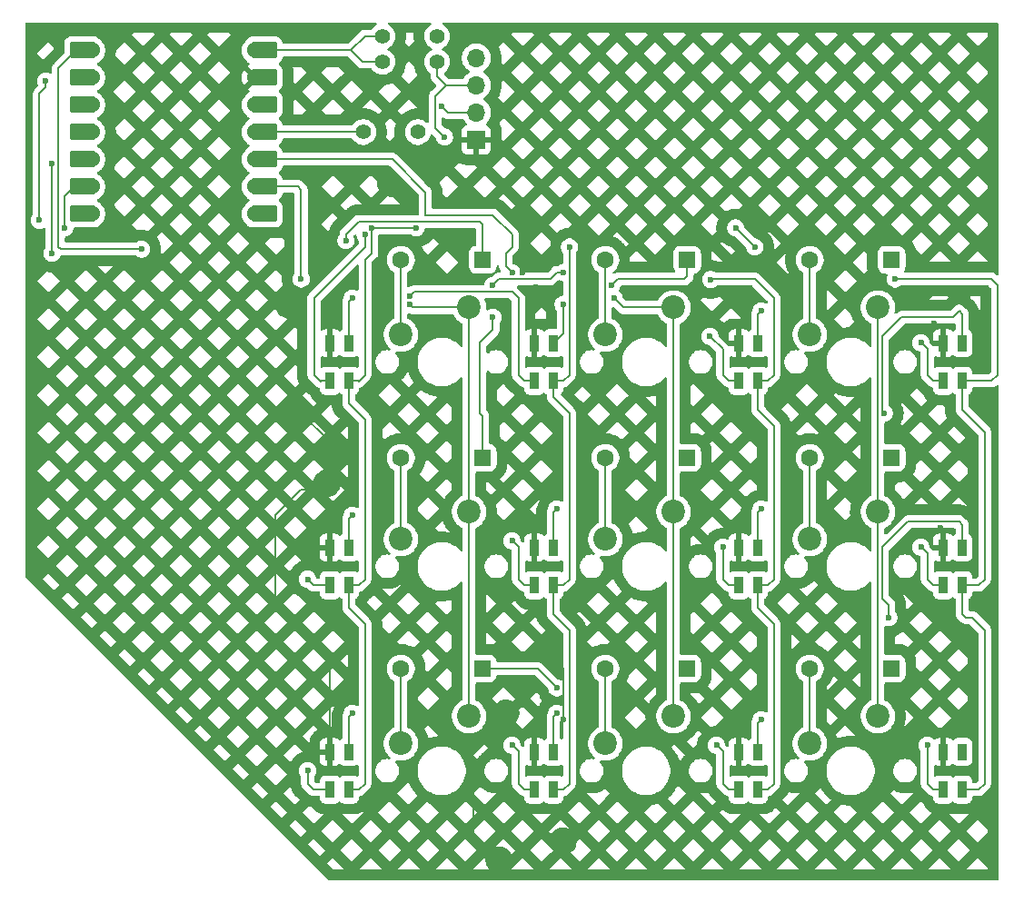
<source format=gbr>
%TF.GenerationSoftware,KiCad,Pcbnew,9.0.6*%
%TF.CreationDate,2025-12-07T14:47:38+00:00*%
%TF.ProjectId,RP-00,52502d30-302e-46b6-9963-61645f706362,rev?*%
%TF.SameCoordinates,Original*%
%TF.FileFunction,Copper,L1,Top*%
%TF.FilePolarity,Positive*%
%FSLAX46Y46*%
G04 Gerber Fmt 4.6, Leading zero omitted, Abs format (unit mm)*
G04 Created by KiCad (PCBNEW 9.0.6) date 2025-12-07 14:47:38*
%MOMM*%
%LPD*%
G01*
G04 APERTURE LIST*
G04 Aperture macros list*
%AMRoundRect*
0 Rectangle with rounded corners*
0 $1 Rounding radius*
0 $2 $3 $4 $5 $6 $7 $8 $9 X,Y pos of 4 corners*
0 Add a 4 corners polygon primitive as box body*
4,1,4,$2,$3,$4,$5,$6,$7,$8,$9,$2,$3,0*
0 Add four circle primitives for the rounded corners*
1,1,$1+$1,$2,$3*
1,1,$1+$1,$4,$5*
1,1,$1+$1,$6,$7*
1,1,$1+$1,$8,$9*
0 Add four rect primitives between the rounded corners*
20,1,$1+$1,$2,$3,$4,$5,0*
20,1,$1+$1,$4,$5,$6,$7,0*
20,1,$1+$1,$6,$7,$8,$9,0*
20,1,$1+$1,$8,$9,$2,$3,0*%
G04 Aperture macros list end*
%TA.AperFunction,ComponentPad*%
%ADD10C,1.400000*%
%TD*%
%TA.AperFunction,SMDPad,CuDef*%
%ADD11R,0.850000X1.600000*%
%TD*%
%TA.AperFunction,ComponentPad*%
%ADD12C,2.200000*%
%TD*%
%TA.AperFunction,SMDPad,CuDef*%
%ADD13RoundRect,0.152400X1.063600X0.609600X-1.063600X0.609600X-1.063600X-0.609600X1.063600X-0.609600X0*%
%TD*%
%TA.AperFunction,ComponentPad*%
%ADD14C,1.524000*%
%TD*%
%TA.AperFunction,SMDPad,CuDef*%
%ADD15RoundRect,0.152400X-1.063600X-0.609600X1.063600X-0.609600X1.063600X0.609600X-1.063600X0.609600X0*%
%TD*%
%TA.AperFunction,ComponentPad*%
%ADD16R,1.700000X1.700000*%
%TD*%
%TA.AperFunction,ComponentPad*%
%ADD17O,1.700000X1.700000*%
%TD*%
%TA.AperFunction,ComponentPad*%
%ADD18RoundRect,0.250000X0.550000X0.550000X-0.550000X0.550000X-0.550000X-0.550000X0.550000X-0.550000X0*%
%TD*%
%TA.AperFunction,ComponentPad*%
%ADD19C,1.600000*%
%TD*%
%TA.AperFunction,ViaPad*%
%ADD20C,0.600000*%
%TD*%
%TA.AperFunction,Conductor*%
%ADD21C,0.200000*%
%TD*%
G04 APERTURE END LIST*
D10*
%TO.P,R1,1*%
%TO.N,Net-(U1-GPIO3{slash}MOSI)*%
X106045000Y-50165150D03*
%TO.P,R1,2*%
%TO.N,LEDData*%
X111125000Y-50165150D03*
%TD*%
D11*
%TO.P,D11,1,DOUT*%
%TO.N,Net-(D11-DOUT)*%
X142797528Y-107946306D03*
%TO.P,D11,2,VSS*%
%TO.N,GND*%
X141047528Y-107946306D03*
%TO.P,D11,3,DIN*%
%TO.N,Net-(D10-DOUT)*%
X141047528Y-111446306D03*
%TO.P,D11,4,VDD*%
%TO.N,LED5V1*%
X142797528Y-111446306D03*
%TD*%
%TO.P,D9,1,DOUT*%
%TO.N,Net-(D10-DIN)*%
X104697496Y-107946306D03*
%TO.P,D9,2,VSS*%
%TO.N,GND*%
X102947496Y-107946306D03*
%TO.P,D9,3,DIN*%
%TO.N,Data2*%
X102947496Y-111446306D03*
%TO.P,D9,4,VDD*%
%TO.N,LED5V1*%
X104697496Y-111446306D03*
%TD*%
D10*
%TO.P,R2,1*%
%TO.N,Net-(J1-Pin_3)*%
X112910900Y-43616550D03*
%TO.P,R2,2*%
%TO.N,LED5V1*%
X107830900Y-43616550D03*
%TD*%
D11*
%TO.P,D10,1,DOUT*%
%TO.N,Net-(D10-DOUT)*%
X123747512Y-107946306D03*
%TO.P,D10,2,VSS*%
%TO.N,GND*%
X121997512Y-107946306D03*
%TO.P,D10,3,DIN*%
%TO.N,Net-(D10-DIN)*%
X121997512Y-111446306D03*
%TO.P,D10,4,VDD*%
%TO.N,LED5V1*%
X123747512Y-111446306D03*
%TD*%
D12*
%TO.P,SW6,1,1*%
%TO.N,Column 1*%
X134938000Y-104617250D03*
%TO.P,SW6,2,2*%
%TO.N,Net-(Diode6-A)*%
X128588000Y-107157250D03*
%TD*%
%TO.P,SW4,1,1*%
%TO.N,Column 1*%
X134938000Y-66517250D03*
%TO.P,SW4,2,2*%
%TO.N,Net-(Diode4-A)*%
X128588000Y-69057250D03*
%TD*%
D10*
%TO.P,R3,1*%
%TO.N,Net-(J1-Pin_4)*%
X112910900Y-41235350D03*
%TO.P,R3,2*%
%TO.N,LED5V1*%
X107830900Y-41235350D03*
%TD*%
D13*
%TO.P,U1,1,GPIO26/ADC0/A0*%
%TO.N,Row 0*%
X79889800Y-42544850D03*
D14*
X80724800Y-42544850D03*
D13*
%TO.P,U1,2,GPIO27/ADC1/A1*%
%TO.N,Row 1*%
X79889800Y-45084850D03*
D14*
X80724800Y-45084850D03*
D13*
%TO.P,U1,3,GPIO28/ADC2/A2*%
%TO.N,Row 2*%
X79889800Y-47624850D03*
D14*
X80724800Y-47624850D03*
D13*
%TO.P,U1,4,GPIO29/ADC3/A3*%
%TO.N,unconnected-(U1-GPIO29{slash}ADC3{slash}A3-Pad4)*%
X79889800Y-50164850D03*
D14*
%TO.N,unconnected-(U1-GPIO29{slash}ADC3{slash}A3-Pad4)_1*%
X80724800Y-50164850D03*
D13*
%TO.P,U1,5,GPIO6/SDA*%
%TO.N,Net-(J1-Pin_4)*%
X79889800Y-52704850D03*
D14*
X80724800Y-52704850D03*
D13*
%TO.P,U1,6,GPIO7/SCL*%
%TO.N,Net-(J1-Pin_3)*%
X79889800Y-55244850D03*
D14*
X80724800Y-55244850D03*
D13*
%TO.P,U1,7,GPIO0/TX*%
%TO.N,Column 3*%
X79889800Y-57784850D03*
D14*
X80724800Y-57784850D03*
%TO.P,U1,8,GPIO1/RX*%
%TO.N,unconnected-(U1-GPIO1{slash}RX-Pad8)*%
X95964800Y-57784850D03*
D15*
X96799800Y-57784850D03*
D14*
%TO.P,U1,9,GPIO2/SCK*%
%TO.N,Column 0*%
X95964800Y-55244850D03*
D15*
X96799800Y-55244850D03*
D14*
%TO.P,U1,10,GPIO4/MISO*%
%TO.N,Column 1*%
X95964800Y-52704850D03*
D15*
X96799800Y-52704850D03*
D14*
%TO.P,U1,11,GPIO3/MOSI*%
%TO.N,Net-(U1-GPIO3{slash}MOSI)*%
X95964800Y-50164850D03*
D15*
X96799800Y-50164850D03*
D14*
%TO.P,U1,12,3V3*%
%TO.N,unconnected-(U1-3V3-Pad12)_1*%
X95964800Y-47624850D03*
D15*
%TO.N,unconnected-(U1-3V3-Pad12)*%
X96799800Y-47624850D03*
D14*
%TO.P,U1,13,GND*%
%TO.N,GND*%
X95964800Y-45084850D03*
D15*
X96799800Y-45084850D03*
D14*
%TO.P,U1,14,VBUS*%
%TO.N,LED5V1*%
X95964800Y-42544850D03*
D15*
X96799800Y-42544850D03*
%TD*%
D11*
%TO.P,D2,1,DOUT*%
%TO.N,Net-(D2-DOUT)*%
X123747512Y-69846274D03*
%TO.P,D2,2,VSS*%
%TO.N,GND*%
X121997512Y-69846274D03*
%TO.P,D2,3,DIN*%
%TO.N,Net-(D1-DOUT)*%
X121997512Y-73346274D03*
%TO.P,D2,4,VDD*%
%TO.N,LED5V1*%
X123747512Y-73346274D03*
%TD*%
D12*
%TO.P,SW5,1,1*%
%TO.N,Column 1*%
X134938000Y-85567250D03*
%TO.P,SW5,2,2*%
%TO.N,Net-(Diode5-A)*%
X128588000Y-88107250D03*
%TD*%
%TO.P,SW9,1,1*%
%TO.N,Column 3*%
X153988000Y-104617250D03*
%TO.P,SW9,2,2*%
%TO.N,Net-(Diode9-A)*%
X147638000Y-107157250D03*
%TD*%
D11*
%TO.P,D5,1,DOUT*%
%TO.N,Net-(D5-DOUT)*%
X104697496Y-88896290D03*
%TO.P,D5,2,VSS*%
%TO.N,GND*%
X102947496Y-88896290D03*
%TO.P,D5,3,DIN*%
%TO.N,Data1*%
X102947496Y-92396290D03*
%TO.P,D5,4,VDD*%
%TO.N,LED5V1*%
X104697496Y-92396290D03*
%TD*%
%TO.P,D12,1,DOUT*%
%TO.N,unconnected-(D12-DOUT-Pad1)*%
X161847544Y-107946306D03*
%TO.P,D12,2,VSS*%
%TO.N,GND*%
X160097544Y-107946306D03*
%TO.P,D12,3,DIN*%
%TO.N,Net-(D11-DOUT)*%
X160097544Y-111446306D03*
%TO.P,D12,4,VDD*%
%TO.N,LED5V1*%
X161847544Y-111446306D03*
%TD*%
D16*
%TO.P,J1,1,Pin_1*%
%TO.N,GND*%
X116567900Y-50883350D03*
D17*
%TO.P,J1,2,Pin_2*%
%TO.N,LED5V1*%
X116567900Y-48343350D03*
%TO.P,J1,3,Pin_3*%
%TO.N,Net-(J1-Pin_3)*%
X116567900Y-45803350D03*
%TO.P,J1,4,Pin_4*%
%TO.N,Net-(J1-Pin_4)*%
X116567900Y-43263350D03*
%TD*%
D11*
%TO.P,D3,1,DOUT*%
%TO.N,Net-(D3-DOUT)*%
X142797528Y-69846274D03*
%TO.P,D3,2,VSS*%
%TO.N,GND*%
X141047528Y-69846274D03*
%TO.P,D3,3,DIN*%
%TO.N,Net-(D2-DOUT)*%
X141047528Y-73346274D03*
%TO.P,D3,4,VDD*%
%TO.N,LED5V1*%
X142797528Y-73346274D03*
%TD*%
%TO.P,D7,1,DOUT*%
%TO.N,Net-(D7-DOUT)*%
X142797528Y-88896290D03*
%TO.P,D7,2,VSS*%
%TO.N,GND*%
X141047528Y-88896290D03*
%TO.P,D7,3,DIN*%
%TO.N,Net-(D6-DOUT)*%
X141047528Y-92396290D03*
%TO.P,D7,4,VDD*%
%TO.N,LED5V1*%
X142797528Y-92396290D03*
%TD*%
D12*
%TO.P,SW2,1,1*%
%TO.N,Column 0*%
X115888000Y-85567250D03*
%TO.P,SW2,2,2*%
%TO.N,Net-(Diode2-A)*%
X109538000Y-88107250D03*
%TD*%
%TO.P,SW8,1,1*%
%TO.N,Column 3*%
X153988000Y-85567250D03*
%TO.P,SW8,2,2*%
%TO.N,Net-(Diode8-A)*%
X147638000Y-88107250D03*
%TD*%
%TO.P,SW3,1,1*%
%TO.N,Column 0*%
X115888000Y-104617250D03*
%TO.P,SW3,2,2*%
%TO.N,Net-(Diode3-A)*%
X109538000Y-107157250D03*
%TD*%
%TO.P,SW1,1,1*%
%TO.N,Column 0*%
X115888000Y-66517250D03*
%TO.P,SW1,2,2*%
%TO.N,Net-(Diode1-A)*%
X109538000Y-69057250D03*
%TD*%
%TO.P,SW7,1,1*%
%TO.N,Column 3*%
X153988000Y-66517250D03*
%TO.P,SW7,2,2*%
%TO.N,Net-(Diode7-A)*%
X147638000Y-69057250D03*
%TD*%
D11*
%TO.P,D8,1,DOUT*%
%TO.N,Data2*%
X161847544Y-88896290D03*
%TO.P,D8,2,VSS*%
%TO.N,GND*%
X160097544Y-88896290D03*
%TO.P,D8,3,DIN*%
%TO.N,Net-(D7-DOUT)*%
X160097544Y-92396290D03*
%TO.P,D8,4,VDD*%
%TO.N,LED5V1*%
X161847544Y-92396290D03*
%TD*%
%TO.P,D6,1,DOUT*%
%TO.N,Net-(D6-DOUT)*%
X123747512Y-88896290D03*
%TO.P,D6,2,VSS*%
%TO.N,GND*%
X121997512Y-88896290D03*
%TO.P,D6,3,DIN*%
%TO.N,Net-(D5-DOUT)*%
X121997512Y-92396290D03*
%TO.P,D6,4,VDD*%
%TO.N,LED5V1*%
X123747512Y-92396290D03*
%TD*%
%TO.P,D1,1,DOUT*%
%TO.N,Net-(D1-DOUT)*%
X104697496Y-69846274D03*
%TO.P,D1,2,VSS*%
%TO.N,GND*%
X102947496Y-69846274D03*
%TO.P,D1,3,DIN*%
%TO.N,LEDData*%
X102947496Y-73346274D03*
%TO.P,D1,4,VDD*%
%TO.N,LED5V1*%
X104697496Y-73346274D03*
%TD*%
%TO.P,D4,1,DOUT*%
%TO.N,Data1*%
X161847544Y-69846274D03*
%TO.P,D4,2,VSS*%
%TO.N,GND*%
X160097544Y-69846274D03*
%TO.P,D4,3,DIN*%
%TO.N,Net-(D3-DOUT)*%
X160097544Y-73346274D03*
%TO.P,D4,4,VDD*%
%TO.N,LED5V1*%
X161847544Y-73346274D03*
%TD*%
D18*
%TO.P,Diode3,1,K*%
%TO.N,Row 2*%
X117157984Y-100171298D03*
D19*
%TO.P,Diode3,2,A*%
%TO.N,Net-(Diode3-A)*%
X109537984Y-100171298D03*
%TD*%
D18*
%TO.P,Diode9,1,K*%
%TO.N,Row 2*%
X155258016Y-100171298D03*
D19*
%TO.P,Diode9,2,A*%
%TO.N,Net-(Diode9-A)*%
X147638016Y-100171298D03*
%TD*%
D18*
%TO.P,Diode8,1,K*%
%TO.N,Row 1*%
X155258016Y-80525969D03*
D19*
%TO.P,Diode8,2,A*%
%TO.N,Net-(Diode8-A)*%
X147638016Y-80525969D03*
%TD*%
D18*
%TO.P,Diode1,1,K*%
%TO.N,Row 0*%
X117157504Y-62071266D03*
D19*
%TO.P,Diode1,2,A*%
%TO.N,Net-(Diode1-A)*%
X109537504Y-62071266D03*
%TD*%
D18*
%TO.P,Diode4,1,K*%
%TO.N,Row 0*%
X136208000Y-62071266D03*
D19*
%TO.P,Diode4,2,A*%
%TO.N,Net-(Diode4-A)*%
X128588000Y-62071266D03*
%TD*%
D18*
%TO.P,Diode2,1,K*%
%TO.N,Row 1*%
X117157984Y-80525969D03*
D19*
%TO.P,Diode2,2,A*%
%TO.N,Net-(Diode2-A)*%
X109537984Y-80525969D03*
%TD*%
D18*
%TO.P,Diode5,1,K*%
%TO.N,Row 1*%
X136208000Y-80525969D03*
D19*
%TO.P,Diode5,2,A*%
%TO.N,Net-(Diode5-A)*%
X128588000Y-80525969D03*
%TD*%
D18*
%TO.P,Diode6,1,K*%
%TO.N,Row 2*%
X136208000Y-100171298D03*
D19*
%TO.P,Diode6,2,A*%
%TO.N,Net-(Diode6-A)*%
X128588000Y-100171298D03*
%TD*%
D18*
%TO.P,Diode7,1,K*%
%TO.N,Row 0*%
X155258016Y-62071266D03*
D19*
%TO.P,Diode7,2,A*%
%TO.N,Net-(Diode7-A)*%
X147638016Y-62071266D03*
%TD*%
D20*
%TO.N,LED5V1*%
X110966252Y-59099388D03*
X142517841Y-60880640D03*
X125253764Y-60880640D03*
X140731902Y-59099388D03*
X106803748Y-59099388D03*
X113352100Y-47783650D03*
X155614727Y-63857205D03*
X138398612Y-63905167D03*
%TO.N,Net-(D1-DOUT)*%
X105013122Y-65638457D03*
X110370939Y-65438454D03*
%TO.N,LEDData*%
X106203748Y-59690014D03*
%TO.N,Net-(D2-DOUT)*%
X124653764Y-66238457D03*
X138350650Y-69215022D03*
%TO.N,Row 0*%
X104417809Y-60285327D03*
X85367793Y-61070266D03*
X129188000Y-64457205D03*
%TO.N,Row 1*%
X118110008Y-67429083D03*
X76438800Y-45402450D03*
X75848200Y-58384850D03*
%TO.N,Row 2*%
X124063138Y-101957237D03*
%TO.N,Column 0*%
X100250618Y-63857205D03*
X110370939Y-66238457D03*
%TO.N,Column 1*%
X129420955Y-65638457D03*
X119895947Y-63261892D03*
%TO.N,Column 3*%
X124653764Y-63257205D03*
X118105321Y-64457205D03*
%TO.N,Net-(J1-Pin_4)*%
X77034100Y-61471266D03*
X77029400Y-53141350D03*
%TO.N,Net-(J1-Pin_3)*%
X78229400Y-59094350D03*
X113608393Y-50632460D03*
%TO.N,Net-(D3-DOUT)*%
X143113154Y-66833770D03*
X157995979Y-69810335D03*
%TO.N,Data1*%
X100845931Y-91836916D03*
X154588000Y-76358778D03*
%TO.N,Net-(D5-DOUT)*%
X105013122Y-85883786D03*
X119895947Y-88265038D03*
%TO.N,Net-(D6-DOUT)*%
X124063138Y-85288473D03*
X139541276Y-88860351D03*
%TO.N,Net-(D7-DOUT)*%
X157995979Y-88860351D03*
X143113154Y-85288473D03*
%TO.N,Data2*%
X155019414Y-95408794D03*
X100845931Y-109696306D03*
%TO.N,Net-(D10-DIN)*%
X105013122Y-104338489D03*
X119895947Y-107315054D03*
%TO.N,Net-(D10-DOUT)*%
X124063138Y-104338489D03*
X138945963Y-107315054D03*
%TO.N,Net-(D11-DOUT)*%
X143113154Y-104933802D03*
X158591292Y-107315054D03*
%TO.N,GND*%
X108585000Y-54927510D03*
X159781918Y-87079099D03*
X124658451Y-116244749D03*
X111561500Y-53736650D03*
X118110008Y-106124428D03*
X124653764Y-104938489D03*
X102631870Y-66838457D03*
X122150591Y-64579126D03*
X100250618Y-76358778D03*
X102636557Y-82907221D03*
X120834358Y-63262892D03*
X99059992Y-66238457D03*
X159186605Y-68029083D03*
X102636557Y-79930656D03*
X118705321Y-118030688D03*
X121086573Y-59094701D03*
X119300634Y-104338489D03*
%TD*%
D21*
%TO.N,LED5V1*%
X101916850Y-42544850D02*
X96560100Y-42544850D01*
X143744406Y-92396290D02*
X142797528Y-92396290D01*
X105644374Y-92396290D02*
X104697496Y-92396290D01*
X165135200Y-72786900D02*
X165135200Y-64452518D01*
X124694390Y-73346274D02*
X125253764Y-72786900D01*
X162163170Y-95408794D02*
X162758483Y-95408794D01*
X95964800Y-42544850D02*
X96799800Y-42544850D01*
X142797528Y-73346274D02*
X143744406Y-73346274D01*
X142797528Y-92396290D02*
X142797528Y-94497855D01*
X142797528Y-73346274D02*
X142797528Y-76043152D01*
X163949109Y-78144717D02*
X163949109Y-91836916D01*
X138350650Y-63857205D02*
X138398612Y-63905167D01*
X106804748Y-61470266D02*
X106804748Y-59100388D01*
X101917200Y-42545200D02*
X101916850Y-42544850D01*
X106203748Y-72786900D02*
X106203748Y-72191587D01*
X116567900Y-48343350D02*
X113911800Y-48343350D01*
X107830900Y-43616550D02*
X105965300Y-43616550D01*
X110966252Y-59099388D02*
X106803748Y-59099388D01*
X144303780Y-96004107D02*
X144303780Y-110886932D01*
X123747512Y-74852526D02*
X125253764Y-76358778D01*
X104893950Y-42545200D02*
X101917200Y-42545200D01*
X143744406Y-111446306D02*
X142797528Y-111446306D01*
X144303780Y-65643144D02*
X142517841Y-63857205D01*
X163389735Y-92396290D02*
X161847544Y-92396290D01*
X104697496Y-92396290D02*
X104697496Y-94497855D01*
X106799061Y-61475953D02*
X106804748Y-61470266D01*
X144303780Y-110886932D02*
X143744406Y-111446306D01*
X125253764Y-61475953D02*
X125253764Y-60880640D01*
X105608435Y-73382213D02*
X106203748Y-72786900D01*
X163389735Y-111446306D02*
X161847544Y-111446306D01*
X161847544Y-76043152D02*
X163949109Y-78144717D01*
X163949109Y-96599420D02*
X163949109Y-110886932D01*
X106203748Y-91836916D02*
X105644374Y-92396290D01*
X164544422Y-63861740D02*
X164544422Y-63857205D01*
X124694390Y-92396290D02*
X123747512Y-92396290D01*
X163949109Y-91836916D02*
X163389735Y-92396290D01*
X161847544Y-73346274D02*
X164575826Y-73346274D01*
X106203748Y-72191587D02*
X106203748Y-65643144D01*
X161847544Y-92396290D02*
X161847544Y-95093168D01*
X142517841Y-63857205D02*
X138350650Y-63857205D01*
X106203748Y-76954091D02*
X106203748Y-91836916D01*
X104697496Y-73346274D02*
X105572496Y-73346274D01*
X104697496Y-94497855D02*
X106203748Y-96004107D01*
X106203800Y-41235350D02*
X104893950Y-42545200D01*
X105644374Y-111446306D02*
X104697496Y-111446306D01*
X125253764Y-76358778D02*
X125253764Y-91836916D01*
X161847544Y-73346274D02*
X161847544Y-76043152D01*
X164544422Y-63857205D02*
X155614727Y-63857205D01*
X165135200Y-64452518D02*
X164544422Y-63861740D01*
X144303780Y-77549404D02*
X144303780Y-91836916D01*
X105965300Y-43616550D02*
X104893950Y-42545200D01*
X106203748Y-96004107D02*
X106203748Y-110886932D01*
X125253764Y-72786900D02*
X125253764Y-69810335D01*
X107830900Y-41235350D02*
X106203800Y-41235350D01*
X123747512Y-73346274D02*
X123747512Y-74852526D01*
X123747512Y-73346274D02*
X124694390Y-73346274D01*
X125253764Y-69810335D02*
X125253764Y-61475953D01*
X144303780Y-72786900D02*
X144303780Y-65643144D01*
X123747512Y-92396290D02*
X123747512Y-95093168D01*
X125253764Y-91836916D02*
X124694390Y-92396290D01*
X164575826Y-73346274D02*
X165135200Y-72786900D01*
X105572496Y-73346274D02*
X105608435Y-73382213D01*
X104697496Y-73346274D02*
X104697496Y-75447839D01*
X144303780Y-91836916D02*
X143744406Y-92396290D01*
X142517841Y-60880640D02*
X140736589Y-59099388D01*
X142797528Y-94497855D02*
X144303780Y-96004107D01*
X113911800Y-48343350D02*
X113352100Y-47783650D01*
X125253764Y-96599420D02*
X125253764Y-110886932D01*
X163949109Y-110886932D02*
X163389735Y-111446306D01*
X125253764Y-110886932D02*
X124694390Y-111446306D01*
X143744406Y-73346274D02*
X144303780Y-72786900D01*
X104697496Y-75447839D02*
X106203748Y-76954091D01*
X124694390Y-111446306D02*
X123747512Y-111446306D01*
X142797528Y-76043152D02*
X144303780Y-77549404D01*
X106203748Y-65643144D02*
X106203748Y-62071266D01*
X161847544Y-95093168D02*
X162163170Y-95408794D01*
X162758483Y-95408794D02*
X163949109Y-96599420D01*
X123747512Y-95093168D02*
X125253764Y-96599420D01*
X106804748Y-59100388D02*
X106803748Y-59099388D01*
X106203748Y-110886932D02*
X105644374Y-111446306D01*
X106203748Y-62071266D02*
X106799061Y-61475953D01*
X140736589Y-59099388D02*
X140731902Y-59099388D01*
%TO.N,Net-(D1-DOUT)*%
X120491260Y-67429083D02*
X120491260Y-66238457D01*
X112156878Y-65047831D02*
X110761562Y-65047831D01*
X110761562Y-65047831D02*
X110370939Y-65438454D01*
X104697496Y-65954083D02*
X104697496Y-69846274D01*
X112167252Y-65058205D02*
X112156878Y-65047831D01*
X121050634Y-73346274D02*
X120491260Y-72786900D01*
X120491260Y-72786900D02*
X120491260Y-67429083D01*
X119885573Y-65058205D02*
X112167252Y-65058205D01*
X120491260Y-65643144D02*
X119895947Y-65047831D01*
X121997512Y-73346274D02*
X121050634Y-73346274D01*
X105013122Y-65638457D02*
X104697496Y-65954083D01*
X120491260Y-66238457D02*
X120491260Y-65643144D01*
X119895947Y-65047831D02*
X119885573Y-65058205D01*
%TO.N,LEDData*%
X102947496Y-73346274D02*
X102072496Y-73346274D01*
X106203748Y-60880640D02*
X106203748Y-59690014D01*
X102036557Y-73382213D02*
X101441244Y-72786900D01*
X101441244Y-65643144D02*
X106203748Y-60880640D01*
X101441244Y-72786900D02*
X101441244Y-65643144D01*
X102072496Y-73346274D02*
X102036557Y-73382213D01*
%TO.N,Net-(D2-DOUT)*%
X138350650Y-69215022D02*
X139541276Y-70405648D01*
X139541276Y-70405648D02*
X139541276Y-72786900D01*
X139541276Y-72786900D02*
X140100650Y-73346274D01*
X124653764Y-68940022D02*
X124653764Y-66238457D01*
X123747512Y-69846274D02*
X124653764Y-68940022D01*
X140100650Y-73346274D02*
X141047528Y-73346274D01*
%TO.N,Row 0*%
X117157504Y-58737510D02*
X116919382Y-58499388D01*
X105608435Y-58499388D02*
X104417809Y-59690014D01*
X77629400Y-44211850D02*
X79296400Y-42544850D01*
X136208000Y-62071266D02*
X136208000Y-63618603D01*
X77629400Y-60880250D02*
X77629400Y-44211850D01*
X135969398Y-63857205D02*
X129788000Y-63857205D01*
X136208000Y-63618603D02*
X135969398Y-63857205D01*
X116919382Y-58499388D02*
X105608435Y-58499388D01*
X104417809Y-59690014D02*
X104417809Y-60285327D01*
X77819416Y-61070266D02*
X77629400Y-60880250D01*
X117157504Y-62071266D02*
X117157504Y-58737510D01*
X85367793Y-61070266D02*
X77819416Y-61070266D01*
X129788000Y-63857205D02*
X129188000Y-64457205D01*
X79296400Y-42544850D02*
X80724800Y-42544850D01*
%TO.N,Net-(Diode1-A)*%
X109537504Y-69056754D02*
X109538000Y-69057250D01*
X109537504Y-62071266D02*
X109537504Y-69056754D01*
%TO.N,Row 1*%
X118110008Y-68619709D02*
X118110008Y-67429083D01*
X75848200Y-58384850D02*
X75848200Y-46597750D01*
X116919382Y-69810335D02*
X118110008Y-68619709D01*
X117157984Y-80525969D02*
X117157984Y-76597380D01*
X76438800Y-45997750D02*
X76438800Y-45402450D01*
X117157984Y-76597380D02*
X116919382Y-76358778D01*
X75843500Y-46593050D02*
X76438800Y-45997750D01*
X75848200Y-46597750D02*
X75843500Y-46593050D01*
X116919382Y-76358778D02*
X116919382Y-69810335D01*
%TO.N,Net-(Diode2-A)*%
X109537984Y-80525969D02*
X109537984Y-88107234D01*
X109537984Y-88107234D02*
X109538000Y-88107250D01*
%TO.N,Row 2*%
X117157984Y-100171298D02*
X122277199Y-100171298D01*
X122277199Y-100171298D02*
X124063138Y-101957237D01*
%TO.N,Net-(Diode3-A)*%
X109538000Y-100171314D02*
X109537984Y-100171298D01*
X109538000Y-107157250D02*
X109538000Y-100171314D01*
%TO.N,Net-(Diode4-A)*%
X128588000Y-62071266D02*
X128588000Y-69057250D01*
%TO.N,Net-(Diode5-A)*%
X128588000Y-80525969D02*
X128588000Y-88107250D01*
%TO.N,Net-(Diode6-A)*%
X128588000Y-107157250D02*
X128588000Y-100171298D01*
%TO.N,Net-(Diode7-A)*%
X147638016Y-62071266D02*
X147638016Y-69057234D01*
X147638016Y-69057234D02*
X147638000Y-69057250D01*
%TO.N,Net-(Diode8-A)*%
X147638016Y-88107234D02*
X147638000Y-88107250D01*
X147638016Y-80525969D02*
X147638016Y-88107234D01*
%TO.N,Net-(Diode9-A)*%
X147638000Y-107157250D02*
X147638000Y-100171314D01*
X147638000Y-100171314D02*
X147638016Y-100171298D01*
%TO.N,Column 0*%
X100250800Y-55522550D02*
X100250618Y-55522732D01*
X99973100Y-55244850D02*
X100250800Y-55522550D01*
X110649732Y-66517250D02*
X110370939Y-66238457D01*
X115888000Y-85567250D02*
X115888000Y-66517250D01*
X115888000Y-85567250D02*
X115888000Y-104617250D01*
X115888000Y-66517250D02*
X110649732Y-66517250D01*
X95964800Y-55244850D02*
X99973100Y-55244850D01*
X100250618Y-55522732D02*
X100250618Y-63857205D01*
%TO.N,Column 1*%
X111819467Y-57899388D02*
X111823829Y-57903750D01*
X111823829Y-57903750D02*
X118104996Y-57903750D01*
X108743942Y-52705200D02*
X111819467Y-55780725D01*
X95964800Y-52704850D02*
X101916850Y-52704850D01*
X111819467Y-55780725D02*
X111819467Y-57899388D01*
X134938000Y-66517250D02*
X130299748Y-66517250D01*
X119305321Y-62671266D02*
X119895947Y-63261892D01*
X101916850Y-52704850D02*
X101917200Y-52705200D01*
X101917200Y-52705200D02*
X108743942Y-52705200D01*
X134938000Y-66517250D02*
X134938000Y-85567250D01*
X119305321Y-61471266D02*
X119305321Y-62671266D01*
X119895947Y-60880640D02*
X119305321Y-61471266D01*
X119895947Y-59694701D02*
X119895947Y-60880640D01*
X118104996Y-57903750D02*
X119895947Y-59694701D01*
X134938000Y-85567250D02*
X134938000Y-104617250D01*
X130299748Y-66517250D02*
X129420955Y-65638457D01*
%TO.N,Column 3*%
X118711008Y-63862892D02*
X123462138Y-63862892D01*
X124649077Y-63261892D02*
X124653764Y-63257205D01*
X153988000Y-85567250D02*
X153988000Y-104617250D01*
X118105321Y-64457205D02*
X118705321Y-63857205D01*
X118705321Y-63857205D02*
X118711008Y-63862892D01*
X123462138Y-63862892D02*
X124063138Y-63261892D01*
X124063138Y-63261892D02*
X124649077Y-63261892D01*
X153988000Y-66517250D02*
X153988000Y-85567250D01*
%TO.N,Net-(J1-Pin_4)*%
X77034100Y-53141350D02*
X77029400Y-53141350D01*
X77034100Y-61471266D02*
X77034100Y-53141350D01*
%TO.N,Net-(J1-Pin_3)*%
X78224700Y-56117850D02*
X79097700Y-55244850D01*
X113748300Y-45803350D02*
X112752100Y-46799550D01*
X79097700Y-55244850D02*
X80724800Y-55244850D01*
X112752100Y-46799550D02*
X112752100Y-49776167D01*
X78229400Y-59094350D02*
X78229400Y-56122550D01*
X112910900Y-43616550D02*
X112910900Y-44965950D01*
X113748300Y-45803350D02*
X116567900Y-45803350D01*
X112752100Y-49776167D02*
X113608393Y-50632460D01*
X112910900Y-44965950D02*
X113748300Y-45803350D01*
X78229400Y-56122550D02*
X78224700Y-56117850D01*
%TO.N,Net-(D3-DOUT)*%
X142797528Y-69846274D02*
X142797528Y-67149396D01*
X159150666Y-73346274D02*
X160097544Y-73346274D01*
X142797528Y-67149396D02*
X143113154Y-66833770D01*
X158591292Y-72786900D02*
X159150666Y-73346274D01*
X158591292Y-70405648D02*
X158591292Y-72786900D01*
X157995979Y-69810335D02*
X158591292Y-70405648D01*
%TO.N,Data1*%
X154424101Y-69215022D02*
X154424101Y-74572839D01*
X161847544Y-69846274D02*
X161847544Y-67113457D01*
X154424101Y-76194879D02*
X154588000Y-76358778D01*
X156210040Y-67429083D02*
X154424101Y-69215022D01*
X161567857Y-66833770D02*
X160972544Y-67429083D01*
X154424101Y-74572839D02*
X154424101Y-76194879D01*
X100845931Y-91836916D02*
X101405305Y-92396290D01*
X101405305Y-92396290D02*
X102947496Y-92396290D01*
X161847544Y-67113457D02*
X161567857Y-66833770D01*
X160972544Y-67429083D02*
X156210040Y-67429083D01*
%TO.N,Net-(D5-DOUT)*%
X120491260Y-91836916D02*
X121050634Y-92396290D01*
X121050634Y-92396290D02*
X121997512Y-92396290D01*
X120491260Y-88860351D02*
X120491260Y-91836916D01*
X119895947Y-88265038D02*
X120491260Y-88860351D01*
X104697496Y-88896290D02*
X104697496Y-86199412D01*
X104697496Y-86199412D02*
X105013122Y-85883786D01*
%TO.N,Net-(D6-DOUT)*%
X123747512Y-88896290D02*
X123747512Y-85604099D01*
X123747512Y-85604099D02*
X124063138Y-85288473D01*
X140100650Y-92396290D02*
X141047528Y-92396290D01*
X139541276Y-88860351D02*
X139541276Y-91836916D01*
X139541276Y-91836916D02*
X140100650Y-92396290D01*
%TO.N,Net-(D7-DOUT)*%
X142797528Y-85604099D02*
X143113154Y-85288473D01*
X159150666Y-92396290D02*
X160097544Y-92396290D01*
X142797528Y-88896290D02*
X142797528Y-85604099D01*
X158591292Y-89455664D02*
X158591292Y-91836916D01*
X157995979Y-88860351D02*
X158591292Y-89455664D01*
X158591292Y-91836916D02*
X159150666Y-92396290D01*
%TO.N,Data2*%
X100845931Y-109696306D02*
X100845931Y-110886932D01*
X155019414Y-94218168D02*
X155019414Y-95408794D01*
X156805353Y-86479099D02*
X156210040Y-87074412D01*
X161567857Y-86479099D02*
X156805353Y-86479099D01*
X100845931Y-110886932D02*
X101405305Y-111446306D01*
X101405305Y-111446306D02*
X102947496Y-111446306D01*
X161847544Y-86758786D02*
X161567857Y-86479099D01*
X161847544Y-88896290D02*
X161847544Y-86758786D01*
X154424101Y-93622855D02*
X155019414Y-94218168D01*
X156210040Y-87074412D02*
X154424101Y-88860351D01*
X154424101Y-88860351D02*
X154424101Y-93622855D01*
%TO.N,Net-(D10-DIN)*%
X121050634Y-111446306D02*
X121997512Y-111446306D01*
X119895947Y-107315054D02*
X120491260Y-107910367D01*
X120491260Y-110886932D02*
X121050634Y-111446306D01*
X104697496Y-107946306D02*
X104697496Y-104654115D01*
X120491260Y-107910367D02*
X120491260Y-110886932D01*
X104697496Y-104654115D02*
X105013122Y-104338489D01*
%TO.N,Net-(D10-DOUT)*%
X123747512Y-104654115D02*
X124063138Y-104338489D01*
X139541276Y-110886932D02*
X140100650Y-111446306D01*
X140100650Y-111446306D02*
X141047528Y-111446306D01*
X138945963Y-107315054D02*
X139541276Y-107910367D01*
X139541276Y-107910367D02*
X139541276Y-110886932D01*
X123747512Y-107946306D02*
X123747512Y-104654115D01*
%TO.N,Net-(D11-DOUT)*%
X158591292Y-107315054D02*
X158591292Y-110886932D01*
X158591292Y-110886932D02*
X159150666Y-111446306D01*
X160061605Y-111482245D02*
X160097544Y-111446306D01*
X142797528Y-105249428D02*
X143113154Y-104933802D01*
X142797528Y-107946306D02*
X142797528Y-105249428D01*
X159150666Y-111446306D02*
X160097544Y-111446306D01*
%TO.N,GND*%
X121086573Y-59690014D02*
X121086573Y-59094701D01*
X124063138Y-99575985D02*
X124664138Y-100176985D01*
X160097544Y-88896290D02*
X160097544Y-87394725D01*
X121997512Y-107946306D02*
X121997512Y-104058802D01*
X120834358Y-59942229D02*
X121086573Y-59690014D01*
X116324069Y-109100993D02*
X116324069Y-114458810D01*
X102041244Y-83502534D02*
X102636557Y-82907221D01*
X124664138Y-104928115D02*
X124653764Y-104938489D01*
X124664138Y-100176985D02*
X124664138Y-104928115D01*
X118110008Y-106124428D02*
X118110008Y-107315054D01*
X116324069Y-114458810D02*
X116324069Y-115649436D01*
X160097544Y-87394725D02*
X159781918Y-87079099D01*
X102636557Y-79930656D02*
X102636557Y-78744717D01*
X119895947Y-103743176D02*
X119300634Y-104338489D01*
X102947496Y-99296298D02*
X97869366Y-94218168D01*
X102636557Y-78744717D02*
X100250618Y-76358778D01*
X100250618Y-83502534D02*
X102041244Y-83502534D01*
X118110008Y-107315054D02*
X116324069Y-109100993D01*
X120834358Y-63262892D02*
X120834358Y-59942229D01*
X121997512Y-104058802D02*
X121681886Y-103743176D01*
X102947496Y-107946306D02*
X102947496Y-99296298D01*
X97869366Y-94218168D02*
X97869366Y-85883786D01*
X121997512Y-69846274D02*
X121997512Y-64732205D01*
X97869366Y-85883786D02*
X100250618Y-83502534D01*
X121681886Y-103743176D02*
X119895947Y-103743176D01*
X121997512Y-64732205D02*
X122150591Y-64579126D01*
X102947496Y-67154083D02*
X102631870Y-66838457D01*
X116324069Y-115649436D02*
X118705321Y-118030688D01*
X102947496Y-69846274D02*
X102947496Y-67154083D01*
%TO.N,Net-(U1-GPIO3{slash}MOSI)*%
X95964800Y-50164850D02*
X101916850Y-50164850D01*
X101917200Y-50165200D02*
X101917250Y-50165150D01*
X101917250Y-50165150D02*
X106045000Y-50165150D01*
X101916850Y-50164850D02*
X101917200Y-50165200D01*
%TD*%
%TA.AperFunction,Conductor*%
%TO.N,GND*%
G36*
X107260147Y-39969485D02*
G01*
X107305902Y-40022289D01*
X107315846Y-40091447D01*
X107286821Y-40155003D01*
X107249402Y-40184285D01*
X107201702Y-40208588D01*
X107094755Y-40286291D01*
X107048827Y-40319660D01*
X107048825Y-40319662D01*
X107048824Y-40319662D01*
X106915212Y-40453274D01*
X106915212Y-40453275D01*
X106915210Y-40453277D01*
X106820426Y-40583736D01*
X106765096Y-40626401D01*
X106720108Y-40634850D01*
X106290470Y-40634850D01*
X106290454Y-40634849D01*
X106282858Y-40634849D01*
X106124743Y-40634849D01*
X106048379Y-40655311D01*
X105972014Y-40675773D01*
X105972009Y-40675776D01*
X105835090Y-40754825D01*
X105835082Y-40754831D01*
X104681534Y-41908381D01*
X104620211Y-41941866D01*
X104593853Y-41944700D01*
X102006700Y-41944700D01*
X102001345Y-41944349D01*
X101995907Y-41944349D01*
X101837793Y-41944349D01*
X101830197Y-41944349D01*
X101830181Y-41944350D01*
X98636830Y-41944350D01*
X98569791Y-41924665D01*
X98524036Y-41871861D01*
X98515364Y-41838384D01*
X98514526Y-41838538D01*
X98513386Y-41832297D01*
X98467365Y-41673895D01*
X98467364Y-41673892D01*
X98467364Y-41673891D01*
X98383392Y-41531903D01*
X98383390Y-41531901D01*
X98383387Y-41531897D01*
X98266752Y-41415262D01*
X98266743Y-41415255D01*
X98124757Y-41331285D01*
X98124754Y-41331284D01*
X97966352Y-41285263D01*
X97966346Y-41285262D01*
X97929341Y-41282350D01*
X97929334Y-41282350D01*
X95670266Y-41282350D01*
X95670258Y-41282350D01*
X95633253Y-41285262D01*
X95633247Y-41285263D01*
X95474845Y-41331284D01*
X95474842Y-41331285D01*
X95332856Y-41415255D01*
X95332846Y-41415263D01*
X95236654Y-41511454D01*
X95221861Y-41524089D01*
X95142336Y-41581868D01*
X95001821Y-41722383D01*
X94885013Y-41883155D01*
X94794794Y-42060217D01*
X94794793Y-42060220D01*
X94733387Y-42249212D01*
X94702300Y-42445489D01*
X94702300Y-42644210D01*
X94733387Y-42840487D01*
X94794793Y-43029479D01*
X94794794Y-43029482D01*
X94859801Y-43157063D01*
X94885013Y-43206544D01*
X95001819Y-43367314D01*
X95001821Y-43367316D01*
X95142339Y-43507834D01*
X95221860Y-43565608D01*
X95236651Y-43578240D01*
X95332853Y-43674442D01*
X95332854Y-43674443D01*
X95332856Y-43674444D01*
X95390286Y-43708408D01*
X95437970Y-43759477D01*
X95450473Y-43828219D01*
X95423828Y-43892808D01*
X95390287Y-43921871D01*
X95333170Y-43955650D01*
X95333157Y-43955660D01*
X95261160Y-44027656D01*
X95261160Y-44027657D01*
X95880705Y-44647202D01*
X95793229Y-44670642D01*
X95691870Y-44729161D01*
X95609111Y-44811920D01*
X95550592Y-44913279D01*
X95527152Y-45000755D01*
X94912530Y-44386132D01*
X94912529Y-44386133D01*
X94885443Y-44423414D01*
X94795257Y-44600412D01*
X94733875Y-44789326D01*
X94733875Y-44789329D01*
X94702800Y-44985528D01*
X94702800Y-45184171D01*
X94733875Y-45380370D01*
X94733875Y-45380373D01*
X94795257Y-45569287D01*
X94885441Y-45746282D01*
X94912530Y-45783565D01*
X94912531Y-45783566D01*
X95527152Y-45168944D01*
X95550592Y-45256421D01*
X95609111Y-45357780D01*
X95691870Y-45440539D01*
X95793229Y-45499058D01*
X95880704Y-45522497D01*
X95261160Y-46142041D01*
X95333160Y-46214042D01*
X95333164Y-46214045D01*
X95390286Y-46247827D01*
X95437969Y-46298896D01*
X95450473Y-46367638D01*
X95423828Y-46432227D01*
X95390287Y-46461290D01*
X95332858Y-46495253D01*
X95332846Y-46495263D01*
X95236654Y-46591454D01*
X95221861Y-46604089D01*
X95142336Y-46661868D01*
X95001821Y-46802383D01*
X94885013Y-46963155D01*
X94794794Y-47140217D01*
X94794793Y-47140220D01*
X94733387Y-47329212D01*
X94702300Y-47525489D01*
X94702300Y-47724210D01*
X94733387Y-47920487D01*
X94794793Y-48109479D01*
X94794794Y-48109482D01*
X94879003Y-48274749D01*
X94885013Y-48286544D01*
X95001819Y-48447314D01*
X95001821Y-48447316D01*
X95142339Y-48587834D01*
X95221860Y-48645608D01*
X95236651Y-48658240D01*
X95332853Y-48754442D01*
X95389796Y-48788118D01*
X95437479Y-48839188D01*
X95449982Y-48907929D01*
X95423336Y-48972519D01*
X95389796Y-49001581D01*
X95332856Y-49035256D01*
X95332853Y-49035258D01*
X95332846Y-49035263D01*
X95236654Y-49131454D01*
X95221861Y-49144089D01*
X95142336Y-49201868D01*
X95001821Y-49342383D01*
X94885013Y-49503155D01*
X94794794Y-49680217D01*
X94794793Y-49680220D01*
X94733387Y-49869212D01*
X94702300Y-50065489D01*
X94702300Y-50264210D01*
X94733387Y-50460487D01*
X94794793Y-50649479D01*
X94794794Y-50649482D01*
X94868609Y-50794349D01*
X94885013Y-50826544D01*
X95001819Y-50987314D01*
X95001821Y-50987316D01*
X95142339Y-51127834D01*
X95221860Y-51185608D01*
X95236651Y-51198240D01*
X95332853Y-51294442D01*
X95389796Y-51328118D01*
X95437479Y-51379188D01*
X95449982Y-51447929D01*
X95423336Y-51512519D01*
X95389796Y-51541582D01*
X95332853Y-51575258D01*
X95332846Y-51575263D01*
X95236654Y-51671454D01*
X95221861Y-51684089D01*
X95142336Y-51741868D01*
X95001821Y-51882383D01*
X94885013Y-52043155D01*
X94794794Y-52220217D01*
X94794793Y-52220220D01*
X94733387Y-52409212D01*
X94702300Y-52605489D01*
X94702300Y-52804210D01*
X94733387Y-53000487D01*
X94794793Y-53189479D01*
X94794794Y-53189482D01*
X94857661Y-53312863D01*
X94885013Y-53366544D01*
X95001819Y-53527314D01*
X95001821Y-53527316D01*
X95142339Y-53667834D01*
X95221860Y-53725608D01*
X95236651Y-53738240D01*
X95332853Y-53834442D01*
X95389796Y-53868118D01*
X95437479Y-53919188D01*
X95449982Y-53987929D01*
X95423336Y-54052519D01*
X95389796Y-54081582D01*
X95332853Y-54115258D01*
X95332846Y-54115263D01*
X95236654Y-54211454D01*
X95221861Y-54224089D01*
X95142336Y-54281868D01*
X95001821Y-54422383D01*
X94885013Y-54583155D01*
X94794794Y-54760217D01*
X94794793Y-54760220D01*
X94733387Y-54949212D01*
X94719417Y-55037415D01*
X94702300Y-55145489D01*
X94702300Y-55344211D01*
X94712288Y-55407275D01*
X94733387Y-55540487D01*
X94794793Y-55729479D01*
X94794794Y-55729482D01*
X94853833Y-55845350D01*
X94885013Y-55906544D01*
X95001819Y-56067314D01*
X95001821Y-56067316D01*
X95142339Y-56207834D01*
X95221860Y-56265608D01*
X95236651Y-56278240D01*
X95332853Y-56374442D01*
X95389796Y-56408118D01*
X95437479Y-56459188D01*
X95449982Y-56527929D01*
X95423336Y-56592519D01*
X95389796Y-56621582D01*
X95332853Y-56655258D01*
X95332846Y-56655263D01*
X95236654Y-56751454D01*
X95221861Y-56764089D01*
X95142336Y-56821868D01*
X95001821Y-56962383D01*
X94885013Y-57123155D01*
X94794794Y-57300217D01*
X94794793Y-57300220D01*
X94733387Y-57489212D01*
X94702300Y-57685489D01*
X94702300Y-57884210D01*
X94733387Y-58080487D01*
X94794793Y-58269479D01*
X94794794Y-58269482D01*
X94885013Y-58446544D01*
X95001819Y-58607314D01*
X95001821Y-58607316D01*
X95142339Y-58747834D01*
X95221860Y-58805608D01*
X95236651Y-58818240D01*
X95332853Y-58914442D01*
X95474841Y-58998414D01*
X95516616Y-59010551D01*
X95633247Y-59044436D01*
X95633250Y-59044436D01*
X95633252Y-59044437D01*
X95670266Y-59047350D01*
X95670274Y-59047350D01*
X97929326Y-59047350D01*
X97929334Y-59047350D01*
X97966348Y-59044437D01*
X97966350Y-59044436D01*
X97966352Y-59044436D01*
X98008123Y-59032299D01*
X98124759Y-58998414D01*
X98266747Y-58914442D01*
X98383392Y-58797797D01*
X98467364Y-58655809D01*
X98510711Y-58506610D01*
X98513386Y-58497402D01*
X98513387Y-58497396D01*
X98516039Y-58463696D01*
X98516300Y-58460384D01*
X98516300Y-57109316D01*
X98513387Y-57072302D01*
X98501178Y-57030280D01*
X98470473Y-56924593D01*
X98467364Y-56913891D01*
X98383392Y-56771903D01*
X98383390Y-56771901D01*
X98383387Y-56771897D01*
X98266752Y-56655262D01*
X98266744Y-56655256D01*
X98209804Y-56621582D01*
X98162121Y-56570513D01*
X98149617Y-56501771D01*
X98176262Y-56437182D01*
X98209804Y-56408118D01*
X98266747Y-56374442D01*
X98383392Y-56257797D01*
X98467364Y-56115809D01*
X98513387Y-55957398D01*
X98513387Y-55957395D01*
X98514526Y-55951162D01*
X98516312Y-55951488D01*
X98538094Y-55894336D01*
X98594324Y-55852863D01*
X98636830Y-55845350D01*
X99526118Y-55845350D01*
X99593157Y-55865035D01*
X99638912Y-55917839D01*
X99650118Y-55969350D01*
X99650118Y-63277439D01*
X99630433Y-63344478D01*
X99629220Y-63346330D01*
X99541227Y-63478019D01*
X99541220Y-63478032D01*
X99480882Y-63623703D01*
X99480879Y-63623715D01*
X99450118Y-63778358D01*
X99450118Y-63936051D01*
X99480879Y-64090694D01*
X99480882Y-64090706D01*
X99541220Y-64236377D01*
X99541227Y-64236390D01*
X99628828Y-64367493D01*
X99628831Y-64367497D01*
X99740325Y-64478991D01*
X99740329Y-64478994D01*
X99871432Y-64566595D01*
X99871445Y-64566602D01*
X100017116Y-64626940D01*
X100017121Y-64626942D01*
X100171771Y-64657704D01*
X100171774Y-64657705D01*
X100171776Y-64657705D01*
X100329462Y-64657705D01*
X100329463Y-64657704D01*
X100484115Y-64626942D01*
X100629797Y-64566599D01*
X100760907Y-64478994D01*
X100872407Y-64367494D01*
X100960012Y-64236384D01*
X101020355Y-64090702D01*
X101051118Y-63936047D01*
X101051118Y-63778363D01*
X101051118Y-63778360D01*
X101051117Y-63778358D01*
X101035065Y-63697659D01*
X101020355Y-63623708D01*
X101020353Y-63623703D01*
X100960015Y-63478032D01*
X100960008Y-63478019D01*
X100872016Y-63346330D01*
X100851138Y-63279652D01*
X100851118Y-63277439D01*
X100851118Y-58755444D01*
X102136309Y-58755444D01*
X102824182Y-59443317D01*
X102837955Y-59417548D01*
X102843015Y-59392117D01*
X102844857Y-59384216D01*
X102902699Y-59168351D01*
X102905055Y-59160584D01*
X102920845Y-59114071D01*
X102923705Y-59106474D01*
X102948719Y-59046092D01*
X102952067Y-59038704D01*
X102973779Y-58994679D01*
X102977602Y-58987526D01*
X103026125Y-58903480D01*
X103026126Y-58903479D01*
X103089336Y-58793995D01*
X103093622Y-58787102D01*
X103120911Y-58746263D01*
X103125638Y-58739667D01*
X103165428Y-58687814D01*
X103170575Y-58681543D01*
X103202946Y-58644632D01*
X103208492Y-58638711D01*
X103676109Y-58171094D01*
X103198384Y-57693369D01*
X102136309Y-58755444D01*
X100851118Y-58755444D01*
X100851118Y-56987677D01*
X103904076Y-56987677D01*
X104381801Y-57465402D01*
X104557132Y-57290071D01*
X104563053Y-57284525D01*
X104599964Y-57252154D01*
X104606234Y-57247008D01*
X104658087Y-57207217D01*
X104664686Y-57202488D01*
X104705525Y-57175200D01*
X104712417Y-57170914D01*
X104905959Y-57059174D01*
X104913114Y-57055350D01*
X104957158Y-57033630D01*
X104964551Y-57030280D01*
X105024933Y-57005270D01*
X105032528Y-57002412D01*
X105079020Y-56986631D01*
X105086781Y-56984276D01*
X105230154Y-56945858D01*
X105230157Y-56945858D01*
X105302648Y-56926435D01*
X105310548Y-56924593D01*
X105358698Y-56915015D01*
X105366703Y-56913693D01*
X105431501Y-56905161D01*
X105439578Y-56904365D01*
X105488584Y-56901153D01*
X105496694Y-56900888D01*
X105941437Y-56900888D01*
X107526399Y-56900888D01*
X109476971Y-56900888D01*
X108764968Y-56188885D01*
X108694905Y-56199983D01*
X108675507Y-56201510D01*
X108494493Y-56201510D01*
X108475095Y-56199983D01*
X108296310Y-56171666D01*
X108277390Y-56167124D01*
X108264386Y-56162899D01*
X107526399Y-56900888D01*
X105941437Y-56900888D01*
X104966151Y-55925602D01*
X103904076Y-56987677D01*
X100851118Y-56987677D01*
X100851118Y-55611120D01*
X100851300Y-55608342D01*
X100851300Y-55443495D01*
X100851299Y-55443491D01*
X100842864Y-55412009D01*
X100810377Y-55290765D01*
X100769468Y-55219910D01*
X102136309Y-55219910D01*
X103198384Y-56281985D01*
X104260459Y-55219910D01*
X105671843Y-55219910D01*
X106733917Y-56281984D01*
X107470160Y-55545741D01*
X107408768Y-55425252D01*
X107401322Y-55407275D01*
X107345386Y-55235120D01*
X107340844Y-55216200D01*
X107312527Y-55037415D01*
X107311000Y-55018017D01*
X107311000Y-54837003D01*
X107312527Y-54817606D01*
X107323623Y-54747540D01*
X106879783Y-54303700D01*
X106588053Y-54303700D01*
X105671843Y-55219910D01*
X104260459Y-55219910D01*
X103344249Y-54303700D01*
X103052519Y-54303700D01*
X102136309Y-55219910D01*
X100769468Y-55219910D01*
X100731319Y-55153834D01*
X100460690Y-54883205D01*
X100460688Y-54883202D01*
X100341817Y-54764331D01*
X100341816Y-54764330D01*
X100255004Y-54714210D01*
X100255004Y-54714209D01*
X100255000Y-54714208D01*
X100204885Y-54685273D01*
X100052157Y-54644349D01*
X99894043Y-54644349D01*
X99886447Y-54644349D01*
X99886431Y-54644350D01*
X98636830Y-54644350D01*
X98569791Y-54624665D01*
X98524036Y-54571861D01*
X98515364Y-54538384D01*
X98514526Y-54538538D01*
X98513386Y-54532297D01*
X98467365Y-54373895D01*
X98467364Y-54373892D01*
X98467364Y-54373891D01*
X98383392Y-54231903D01*
X98383390Y-54231901D01*
X98383387Y-54231897D01*
X98266752Y-54115262D01*
X98266744Y-54115256D01*
X98209804Y-54081582D01*
X98162121Y-54030513D01*
X98149617Y-53961771D01*
X98176262Y-53897182D01*
X98209804Y-53868118D01*
X98266747Y-53834442D01*
X98383392Y-53717797D01*
X98467364Y-53575809D01*
X98513387Y-53417398D01*
X98513387Y-53417395D01*
X98514526Y-53411162D01*
X98516312Y-53411488D01*
X98538094Y-53354336D01*
X98594324Y-53312863D01*
X98636830Y-53305350D01*
X101827350Y-53305350D01*
X101832705Y-53305701D01*
X101838143Y-53305701D01*
X102003853Y-53305701D01*
X102003869Y-53305700D01*
X108443845Y-53305700D01*
X108510884Y-53325385D01*
X108531526Y-53342019D01*
X111182648Y-55993141D01*
X111216133Y-56054464D01*
X111218967Y-56080822D01*
X111218967Y-57774888D01*
X111199282Y-57841927D01*
X111146478Y-57887682D01*
X111094967Y-57898888D01*
X105529375Y-57898888D01*
X105488454Y-57909852D01*
X105488454Y-57909853D01*
X105451186Y-57919839D01*
X105376649Y-57939811D01*
X105376644Y-57939814D01*
X105239725Y-58018863D01*
X105239717Y-58018869D01*
X103937290Y-59321296D01*
X103937286Y-59321301D01*
X103890421Y-59402476D01*
X103890420Y-59402475D01*
X103858233Y-59458225D01*
X103858232Y-59458229D01*
X103817308Y-59610957D01*
X103817308Y-59610959D01*
X103817308Y-59705562D01*
X103797623Y-59772601D01*
X103796410Y-59774453D01*
X103708418Y-59906141D01*
X103708411Y-59906154D01*
X103648073Y-60051825D01*
X103648070Y-60051837D01*
X103617309Y-60206480D01*
X103617309Y-60364173D01*
X103648070Y-60518816D01*
X103648073Y-60518828D01*
X103708411Y-60664499D01*
X103708418Y-60664512D01*
X103796019Y-60795615D01*
X103796022Y-60795619D01*
X103907516Y-60907113D01*
X103907520Y-60907116D01*
X104038623Y-60994717D01*
X104038636Y-60994724D01*
X104178387Y-61052610D01*
X104184312Y-61055064D01*
X104306124Y-61079294D01*
X104338962Y-61085826D01*
X104338965Y-61085827D01*
X104338967Y-61085827D01*
X104496653Y-61085827D01*
X104496654Y-61085826D01*
X104651306Y-61055064D01*
X104796988Y-60994721D01*
X104928098Y-60907116D01*
X105039598Y-60795616D01*
X105127203Y-60664506D01*
X105187546Y-60518824D01*
X105218309Y-60364169D01*
X105218309Y-60206485D01*
X105218309Y-60206482D01*
X105218308Y-60206480D01*
X105200764Y-60118280D01*
X105187546Y-60051830D01*
X105136562Y-59928744D01*
X105129094Y-59859278D01*
X105160369Y-59796798D01*
X105163415Y-59793641D01*
X105203531Y-59753525D01*
X105264852Y-59720042D01*
X105334544Y-59725026D01*
X105390477Y-59766898D01*
X105412827Y-59817016D01*
X105434009Y-59923505D01*
X105434012Y-59923515D01*
X105494350Y-60069186D01*
X105494357Y-60069199D01*
X105562541Y-60171242D01*
X105581112Y-60199036D01*
X105582350Y-60200888D01*
X105603228Y-60267565D01*
X105603248Y-60269779D01*
X105603248Y-60580542D01*
X105583563Y-60647581D01*
X105566929Y-60668223D01*
X100960725Y-65274426D01*
X100960719Y-65274434D01*
X100915024Y-65353582D01*
X100915024Y-65353583D01*
X100881667Y-65411359D01*
X100840743Y-65564087D01*
X100840743Y-65564088D01*
X100840743Y-65564089D01*
X100840743Y-65732190D01*
X100840744Y-65732203D01*
X100840744Y-72700230D01*
X100840743Y-72700248D01*
X100840743Y-72865954D01*
X100840742Y-72865954D01*
X100861565Y-72943665D01*
X100881667Y-73018685D01*
X100900229Y-73050835D01*
X100910602Y-73068800D01*
X100910603Y-73068804D01*
X100910604Y-73068804D01*
X100960724Y-73155616D01*
X101072528Y-73267420D01*
X101072529Y-73267421D01*
X101667841Y-73862733D01*
X101742524Y-73905851D01*
X101804772Y-73941790D01*
X101930094Y-73975370D01*
X101989751Y-74011733D01*
X102020280Y-74074580D01*
X102021997Y-74095143D01*
X102021997Y-74194150D01*
X102028404Y-74253757D01*
X102078698Y-74388602D01*
X102078702Y-74388609D01*
X102164948Y-74503818D01*
X102164951Y-74503821D01*
X102280160Y-74590067D01*
X102280167Y-74590071D01*
X102415013Y-74640365D01*
X102415012Y-74640365D01*
X102418175Y-74640705D01*
X102474623Y-74646774D01*
X103420368Y-74646773D01*
X103479979Y-74640365D01*
X103614827Y-74590070D01*
X103730042Y-74503820D01*
X103730044Y-74503816D01*
X103734815Y-74499047D01*
X103796138Y-74465562D01*
X103865830Y-74470546D01*
X103910177Y-74499047D01*
X103914951Y-74503821D01*
X104030159Y-74590066D01*
X104030161Y-74590067D01*
X104030165Y-74590070D01*
X104030169Y-74590071D01*
X104032420Y-74591301D01*
X104034242Y-74593123D01*
X104037265Y-74595386D01*
X104036939Y-74595820D01*
X104081827Y-74640705D01*
X104096996Y-74700135D01*
X104096996Y-75361169D01*
X104096995Y-75361187D01*
X104096995Y-75526893D01*
X104096994Y-75526893D01*
X104096995Y-75526896D01*
X104137919Y-75679624D01*
X104137920Y-75679626D01*
X104137919Y-75679626D01*
X104154460Y-75708274D01*
X104154462Y-75708276D01*
X104154463Y-75708278D01*
X104189758Y-75769412D01*
X104216975Y-75816554D01*
X104335845Y-75935424D01*
X104335851Y-75935429D01*
X105566929Y-77166507D01*
X105600414Y-77227830D01*
X105603248Y-77254188D01*
X105603248Y-85083354D01*
X105583563Y-85150393D01*
X105530759Y-85196148D01*
X105461601Y-85206092D01*
X105410357Y-85186456D01*
X105392307Y-85174395D01*
X105392294Y-85174388D01*
X105246623Y-85114050D01*
X105246611Y-85114047D01*
X105091967Y-85083286D01*
X105091964Y-85083286D01*
X104934280Y-85083286D01*
X104934277Y-85083286D01*
X104779632Y-85114047D01*
X104779620Y-85114050D01*
X104633949Y-85174388D01*
X104633936Y-85174395D01*
X104502833Y-85261996D01*
X104502829Y-85261999D01*
X104391335Y-85373493D01*
X104391332Y-85373497D01*
X104303731Y-85504600D01*
X104303724Y-85504613D01*
X104243386Y-85650284D01*
X104243383Y-85650296D01*
X104212622Y-85804939D01*
X104212622Y-85805011D01*
X104212611Y-85805051D01*
X104212025Y-85811004D01*
X104211042Y-85810907D01*
X104196010Y-85867009D01*
X104171040Y-85910260D01*
X104171038Y-85910263D01*
X104137921Y-85967621D01*
X104137920Y-85967622D01*
X104127372Y-86006989D01*
X104096995Y-86120355D01*
X104096995Y-86120357D01*
X104096995Y-86288458D01*
X104096996Y-86288471D01*
X104096996Y-87542428D01*
X104077311Y-87609467D01*
X104037077Y-87646927D01*
X104037265Y-87647178D01*
X104034937Y-87648920D01*
X104032428Y-87651257D01*
X104030166Y-87652492D01*
X103914951Y-87738742D01*
X103909820Y-87743874D01*
X103848497Y-87777359D01*
X103778805Y-87772375D01*
X103734458Y-87743874D01*
X103729683Y-87739099D01*
X103614589Y-87652939D01*
X103614582Y-87652935D01*
X103479875Y-87602693D01*
X103479868Y-87602691D01*
X103420340Y-87596290D01*
X103197496Y-87596290D01*
X103197496Y-90196290D01*
X103420324Y-90196290D01*
X103420340Y-90196289D01*
X103479868Y-90189888D01*
X103479875Y-90189886D01*
X103614582Y-90139644D01*
X103614589Y-90139640D01*
X103729683Y-90053480D01*
X103734458Y-90048706D01*
X103795781Y-90015221D01*
X103865473Y-90020205D01*
X103909820Y-90048706D01*
X103914951Y-90053837D01*
X104030160Y-90140083D01*
X104030167Y-90140087D01*
X104165013Y-90190381D01*
X104165012Y-90190381D01*
X104171940Y-90191125D01*
X104224623Y-90196790D01*
X105170368Y-90196789D01*
X105229979Y-90190381D01*
X105364827Y-90140086D01*
X105404937Y-90110059D01*
X105470400Y-90085642D01*
X105538673Y-90100493D01*
X105588079Y-90149898D01*
X105603248Y-90209326D01*
X105603248Y-91083253D01*
X105583563Y-91150292D01*
X105530759Y-91196047D01*
X105461601Y-91205991D01*
X105404938Y-91182520D01*
X105364830Y-91152496D01*
X105364824Y-91152492D01*
X105229978Y-91102198D01*
X105229979Y-91102198D01*
X105170379Y-91095791D01*
X105170377Y-91095790D01*
X105170369Y-91095790D01*
X105170360Y-91095790D01*
X104224625Y-91095790D01*
X104224619Y-91095791D01*
X104165012Y-91102198D01*
X104030167Y-91152492D01*
X104030160Y-91152496D01*
X103914951Y-91238742D01*
X103910177Y-91243517D01*
X103848854Y-91277002D01*
X103779162Y-91272018D01*
X103734815Y-91243517D01*
X103730040Y-91238742D01*
X103614831Y-91152496D01*
X103614824Y-91152492D01*
X103479978Y-91102198D01*
X103479979Y-91102198D01*
X103420379Y-91095791D01*
X103420377Y-91095790D01*
X103420369Y-91095790D01*
X103420360Y-91095790D01*
X102474625Y-91095790D01*
X102474619Y-91095791D01*
X102415012Y-91102198D01*
X102280167Y-91152492D01*
X102280160Y-91152496D01*
X102164951Y-91238742D01*
X102164948Y-91238745D01*
X102078702Y-91353954D01*
X102078698Y-91353961D01*
X102028404Y-91488807D01*
X102023243Y-91536819D01*
X102021997Y-91548413D01*
X102021996Y-91548425D01*
X102021996Y-91671790D01*
X102002311Y-91738829D01*
X101949507Y-91784584D01*
X101897996Y-91795790D01*
X101755697Y-91795790D01*
X101688658Y-91776105D01*
X101642903Y-91723301D01*
X101634080Y-91695981D01*
X101615669Y-91603426D01*
X101615668Y-91603419D01*
X101592889Y-91548425D01*
X101555328Y-91457743D01*
X101555321Y-91457730D01*
X101467720Y-91326627D01*
X101467717Y-91326623D01*
X101356223Y-91215129D01*
X101356219Y-91215126D01*
X101225116Y-91127525D01*
X101225103Y-91127518D01*
X101079432Y-91067180D01*
X101079420Y-91067177D01*
X100924776Y-91036416D01*
X100924773Y-91036416D01*
X100767089Y-91036416D01*
X100767086Y-91036416D01*
X100612441Y-91067177D01*
X100612429Y-91067180D01*
X100466758Y-91127518D01*
X100466745Y-91127525D01*
X100335642Y-91215126D01*
X100335638Y-91215129D01*
X100224144Y-91326623D01*
X100224141Y-91326627D01*
X100136540Y-91457730D01*
X100136533Y-91457743D01*
X100076195Y-91603414D01*
X100076192Y-91603426D01*
X100045431Y-91758069D01*
X100045431Y-91915762D01*
X100076192Y-92070405D01*
X100076195Y-92070417D01*
X100136533Y-92216088D01*
X100136540Y-92216101D01*
X100224141Y-92347204D01*
X100224144Y-92347208D01*
X100335638Y-92458702D01*
X100335642Y-92458705D01*
X100466745Y-92546306D01*
X100466758Y-92546313D01*
X100552131Y-92581675D01*
X100612434Y-92606653D01*
X100677078Y-92619511D01*
X100767780Y-92637554D01*
X100829691Y-92669939D01*
X100831270Y-92671490D01*
X100920444Y-92760664D01*
X100920454Y-92760675D01*
X100924784Y-92765005D01*
X100924785Y-92765006D01*
X101036589Y-92876810D01*
X101123400Y-92926929D01*
X101123402Y-92926931D01*
X101173518Y-92955866D01*
X101173520Y-92955867D01*
X101326247Y-92996790D01*
X101326248Y-92996790D01*
X101897997Y-92996790D01*
X101965036Y-93016475D01*
X102010791Y-93069279D01*
X102021997Y-93120790D01*
X102021997Y-93244166D01*
X102028404Y-93303773D01*
X102078698Y-93438618D01*
X102078702Y-93438625D01*
X102164948Y-93553834D01*
X102164951Y-93553837D01*
X102280160Y-93640083D01*
X102280167Y-93640087D01*
X102415013Y-93690381D01*
X102415012Y-93690381D01*
X102418175Y-93690721D01*
X102474623Y-93696790D01*
X103420368Y-93696789D01*
X103479979Y-93690381D01*
X103614827Y-93640086D01*
X103730042Y-93553836D01*
X103730044Y-93553832D01*
X103734815Y-93549063D01*
X103796138Y-93515578D01*
X103865830Y-93520562D01*
X103910177Y-93549063D01*
X103914951Y-93553837D01*
X104030159Y-93640082D01*
X104030161Y-93640083D01*
X104030165Y-93640086D01*
X104030169Y-93640087D01*
X104032420Y-93641317D01*
X104034242Y-93643139D01*
X104037265Y-93645402D01*
X104036939Y-93645836D01*
X104081827Y-93690721D01*
X104096996Y-93750151D01*
X104096996Y-94411185D01*
X104096995Y-94411203D01*
X104096995Y-94576909D01*
X104096994Y-94576909D01*
X104096995Y-94576912D01*
X104137919Y-94729640D01*
X104137920Y-94729642D01*
X104137919Y-94729642D01*
X104154460Y-94758290D01*
X104154462Y-94758292D01*
X104154463Y-94758294D01*
X104189759Y-94819429D01*
X104216975Y-94866570D01*
X104335845Y-94985440D01*
X104335851Y-94985445D01*
X105566929Y-96216523D01*
X105600414Y-96277846D01*
X105603248Y-96304204D01*
X105603248Y-103538057D01*
X105583563Y-103605096D01*
X105530759Y-103650851D01*
X105461601Y-103660795D01*
X105410357Y-103641159D01*
X105392307Y-103629098D01*
X105392294Y-103629091D01*
X105246623Y-103568753D01*
X105246611Y-103568750D01*
X105091967Y-103537989D01*
X105091964Y-103537989D01*
X104934280Y-103537989D01*
X104934277Y-103537989D01*
X104779632Y-103568750D01*
X104779620Y-103568753D01*
X104633949Y-103629091D01*
X104633936Y-103629098D01*
X104502833Y-103716699D01*
X104502829Y-103716702D01*
X104391335Y-103828196D01*
X104391332Y-103828200D01*
X104303731Y-103959303D01*
X104303724Y-103959316D01*
X104243386Y-104104987D01*
X104243383Y-104104999D01*
X104212622Y-104259642D01*
X104212622Y-104259714D01*
X104212611Y-104259754D01*
X104212025Y-104265707D01*
X104211042Y-104265610D01*
X104196012Y-104321709D01*
X104190520Y-104331221D01*
X104189320Y-104333301D01*
X104137919Y-104422330D01*
X104096995Y-104575058D01*
X104096995Y-104575060D01*
X104096995Y-104743161D01*
X104096996Y-104743174D01*
X104096996Y-106592444D01*
X104077311Y-106659483D01*
X104037077Y-106696943D01*
X104037265Y-106697194D01*
X104034937Y-106698936D01*
X104032428Y-106701273D01*
X104030166Y-106702508D01*
X103914951Y-106788758D01*
X103909820Y-106793890D01*
X103848497Y-106827375D01*
X103778805Y-106822391D01*
X103734458Y-106793890D01*
X103729683Y-106789115D01*
X103614589Y-106702955D01*
X103614582Y-106702951D01*
X103479875Y-106652709D01*
X103479868Y-106652707D01*
X103420340Y-106646306D01*
X103197496Y-106646306D01*
X103197496Y-109246306D01*
X103420324Y-109246306D01*
X103420340Y-109246305D01*
X103479868Y-109239904D01*
X103479875Y-109239902D01*
X103614582Y-109189660D01*
X103614589Y-109189656D01*
X103729683Y-109103496D01*
X103734458Y-109098722D01*
X103795781Y-109065237D01*
X103865473Y-109070221D01*
X103909820Y-109098722D01*
X103914951Y-109103853D01*
X104030160Y-109190099D01*
X104030167Y-109190103D01*
X104165013Y-109240397D01*
X104165012Y-109240397D01*
X104171940Y-109241141D01*
X104224623Y-109246806D01*
X105170368Y-109246805D01*
X105229979Y-109240397D01*
X105364827Y-109190102D01*
X105404937Y-109160075D01*
X105470400Y-109135658D01*
X105538673Y-109150509D01*
X105588079Y-109199914D01*
X105603248Y-109259342D01*
X105603248Y-110133269D01*
X105583563Y-110200308D01*
X105530759Y-110246063D01*
X105461601Y-110256007D01*
X105404938Y-110232536D01*
X105364830Y-110202512D01*
X105364824Y-110202508D01*
X105229978Y-110152214D01*
X105229979Y-110152214D01*
X105170379Y-110145807D01*
X105170377Y-110145806D01*
X105170369Y-110145806D01*
X105170360Y-110145806D01*
X104224625Y-110145806D01*
X104224619Y-110145807D01*
X104165012Y-110152214D01*
X104030167Y-110202508D01*
X104030160Y-110202512D01*
X103914951Y-110288758D01*
X103910177Y-110293533D01*
X103848854Y-110327018D01*
X103779162Y-110322034D01*
X103734815Y-110293533D01*
X103730040Y-110288758D01*
X103614831Y-110202512D01*
X103614824Y-110202508D01*
X103479978Y-110152214D01*
X103479979Y-110152214D01*
X103420379Y-110145807D01*
X103420377Y-110145806D01*
X103420369Y-110145806D01*
X103420360Y-110145806D01*
X102474625Y-110145806D01*
X102474619Y-110145807D01*
X102415012Y-110152214D01*
X102280167Y-110202508D01*
X102280160Y-110202512D01*
X102164951Y-110288758D01*
X102164948Y-110288761D01*
X102078702Y-110403970D01*
X102078698Y-110403977D01*
X102028404Y-110538823D01*
X102023243Y-110586835D01*
X102021997Y-110598429D01*
X102021996Y-110598441D01*
X102021996Y-110721806D01*
X102002311Y-110788845D01*
X101949507Y-110834600D01*
X101897996Y-110845806D01*
X101705402Y-110845806D01*
X101638363Y-110826121D01*
X101617721Y-110809487D01*
X101482750Y-110674516D01*
X101449265Y-110613193D01*
X101446431Y-110586835D01*
X101446431Y-110276071D01*
X101466116Y-110209032D01*
X101467329Y-110207180D01*
X101470450Y-110202510D01*
X101555325Y-110075485D01*
X101615668Y-109929803D01*
X101646431Y-109775148D01*
X101646431Y-109617464D01*
X101646431Y-109617461D01*
X101646430Y-109617459D01*
X101632962Y-109549750D01*
X101615668Y-109462809D01*
X101606035Y-109439552D01*
X101555328Y-109317133D01*
X101555321Y-109317120D01*
X101467720Y-109186017D01*
X101467717Y-109186013D01*
X101356223Y-109074519D01*
X101356219Y-109074516D01*
X101225116Y-108986915D01*
X101225103Y-108986908D01*
X101079432Y-108926570D01*
X101079420Y-108926567D01*
X100924776Y-108895806D01*
X100924773Y-108895806D01*
X100767089Y-108895806D01*
X100767086Y-108895806D01*
X100612441Y-108926567D01*
X100612429Y-108926570D01*
X100466758Y-108986908D01*
X100466745Y-108986915D01*
X100335642Y-109074516D01*
X100335638Y-109074519D01*
X100224144Y-109186013D01*
X100224141Y-109186017D01*
X100136540Y-109317120D01*
X100136533Y-109317133D01*
X100076195Y-109462804D01*
X100076192Y-109462816D01*
X100045431Y-109617459D01*
X100045431Y-109775152D01*
X100076192Y-109929795D01*
X100076195Y-109929807D01*
X100136533Y-110075478D01*
X100136540Y-110075491D01*
X100187806Y-110152215D01*
X100221412Y-110202510D01*
X100224533Y-110207180D01*
X100245411Y-110273857D01*
X100245431Y-110276071D01*
X100245431Y-110800262D01*
X100245430Y-110800280D01*
X100245430Y-110965986D01*
X100245429Y-110965986D01*
X100286354Y-111118717D01*
X100315289Y-111168832D01*
X100315290Y-111168836D01*
X100315291Y-111168836D01*
X100365410Y-111255646D01*
X100365412Y-111255649D01*
X100484280Y-111374517D01*
X100484286Y-111374522D01*
X100920444Y-111810680D01*
X100920454Y-111810691D01*
X100924784Y-111815021D01*
X100924785Y-111815022D01*
X101036589Y-111926826D01*
X101123400Y-111976945D01*
X101123402Y-111976947D01*
X101173518Y-112005882D01*
X101173520Y-112005883D01*
X101326247Y-112046806D01*
X101326248Y-112046806D01*
X101897997Y-112046806D01*
X101965036Y-112066491D01*
X102010791Y-112119295D01*
X102021997Y-112170806D01*
X102021997Y-112294182D01*
X102028404Y-112353789D01*
X102078698Y-112488634D01*
X102078702Y-112488641D01*
X102164948Y-112603850D01*
X102164951Y-112603853D01*
X102280160Y-112690099D01*
X102280167Y-112690103D01*
X102415013Y-112740397D01*
X102415012Y-112740397D01*
X102421940Y-112741141D01*
X102474623Y-112746806D01*
X103420368Y-112746805D01*
X103479979Y-112740397D01*
X103614827Y-112690102D01*
X103730042Y-112603852D01*
X103730044Y-112603848D01*
X103734815Y-112599079D01*
X103796138Y-112565594D01*
X103865830Y-112570578D01*
X103910177Y-112599079D01*
X103914951Y-112603853D01*
X104030160Y-112690099D01*
X104030167Y-112690103D01*
X104165013Y-112740397D01*
X104165012Y-112740397D01*
X104171940Y-112741141D01*
X104224623Y-112746806D01*
X105170368Y-112746805D01*
X105229979Y-112740397D01*
X105364827Y-112690102D01*
X105480042Y-112603852D01*
X105566292Y-112488637D01*
X105616587Y-112353789D01*
X105622996Y-112294179D01*
X105622996Y-112168773D01*
X105642681Y-112101735D01*
X105695485Y-112055980D01*
X105715904Y-112050120D01*
X105715580Y-112048910D01*
X105723428Y-112046807D01*
X105723431Y-112046807D01*
X105876159Y-112005883D01*
X105926278Y-111976945D01*
X106013090Y-111926826D01*
X106124894Y-111815022D01*
X106124894Y-111815020D01*
X106135102Y-111804813D01*
X106135104Y-111804810D01*
X106151461Y-111788453D01*
X109207377Y-111788453D01*
X110269451Y-112850527D01*
X111088328Y-112031651D01*
X110935112Y-111878435D01*
X110932290Y-111875519D01*
X110915509Y-111857602D01*
X110912784Y-111854596D01*
X110891247Y-111830038D01*
X110888620Y-111826942D01*
X110873050Y-111807969D01*
X110870529Y-111804793D01*
X110671054Y-111544834D01*
X110668634Y-111541570D01*
X110654340Y-111521621D01*
X110652036Y-111518292D01*
X110633887Y-111491132D01*
X110631687Y-111487719D01*
X110618722Y-111466870D01*
X110616635Y-111463389D01*
X110452801Y-111179618D01*
X110450832Y-111176075D01*
X110439269Y-111154444D01*
X110437415Y-111150835D01*
X110422967Y-111121540D01*
X110421232Y-111117872D01*
X110411094Y-111095499D01*
X110409478Y-111091772D01*
X110284073Y-110789016D01*
X110282581Y-110785241D01*
X110273924Y-110762239D01*
X110272554Y-110758408D01*
X110263652Y-110732177D01*
X109207377Y-111788453D01*
X106151461Y-111788453D01*
X106572461Y-111367453D01*
X106572464Y-111367452D01*
X106684268Y-111255648D01*
X106734387Y-111168836D01*
X106763325Y-111118717D01*
X106804248Y-110965990D01*
X106804248Y-110807875D01*
X106804248Y-109610639D01*
X107167500Y-109610639D01*
X107167500Y-109783860D01*
X107190615Y-109929807D01*
X107194598Y-109954951D01*
X107248127Y-110119695D01*
X107326768Y-110274038D01*
X107428586Y-110414178D01*
X107551072Y-110536664D01*
X107691212Y-110638482D01*
X107845555Y-110717123D01*
X108010299Y-110770652D01*
X108181389Y-110797750D01*
X108181390Y-110797750D01*
X108354610Y-110797750D01*
X108354611Y-110797750D01*
X108525701Y-110770652D01*
X108690445Y-110717123D01*
X108844788Y-110638482D01*
X108984928Y-110536664D01*
X109107414Y-110414178D01*
X109209232Y-110274038D01*
X109287873Y-110119695D01*
X109341402Y-109954951D01*
X109368500Y-109783861D01*
X109368500Y-109610639D01*
X109358854Y-109549736D01*
X111097500Y-109549736D01*
X111097500Y-109844763D01*
X111120662Y-110020686D01*
X111136007Y-110137243D01*
X111210212Y-110414180D01*
X111212361Y-110422201D01*
X111212364Y-110422211D01*
X111325254Y-110694750D01*
X111325258Y-110694760D01*
X111472761Y-110950243D01*
X111652352Y-111184290D01*
X111652358Y-111184297D01*
X111860952Y-111392891D01*
X111860959Y-111392897D01*
X112095006Y-111572488D01*
X112350489Y-111719991D01*
X112350490Y-111719991D01*
X112350493Y-111719993D01*
X112519119Y-111789840D01*
X112608690Y-111826942D01*
X112623048Y-111832889D01*
X112908007Y-111909243D01*
X113200494Y-111947750D01*
X113200501Y-111947750D01*
X113495499Y-111947750D01*
X113495506Y-111947750D01*
X113787993Y-111909243D01*
X114072952Y-111832889D01*
X114180232Y-111788452D01*
X116278444Y-111788452D01*
X117340519Y-112850527D01*
X118395297Y-111795750D01*
X118321779Y-111795750D01*
X118316907Y-111795654D01*
X118287455Y-111794496D01*
X118282594Y-111794209D01*
X118243515Y-111791132D01*
X118238669Y-111790655D01*
X118209436Y-111787194D01*
X118204617Y-111786527D01*
X117994815Y-111753298D01*
X117990021Y-111752442D01*
X117961120Y-111746693D01*
X117956359Y-111745648D01*
X117918242Y-111736495D01*
X117913537Y-111735268D01*
X117885195Y-111727275D01*
X117880535Y-111725861D01*
X117678527Y-111660224D01*
X117673931Y-111658630D01*
X117646320Y-111648445D01*
X117641790Y-111646673D01*
X117605574Y-111631675D01*
X117601108Y-111629721D01*
X117574334Y-111617379D01*
X117569949Y-111615253D01*
X117380668Y-111518810D01*
X117376372Y-111516514D01*
X117350676Y-111502123D01*
X117346479Y-111499663D01*
X117313054Y-111479181D01*
X117308954Y-111476556D01*
X117284456Y-111460188D01*
X117280458Y-111457402D01*
X117108601Y-111332539D01*
X117104718Y-111329599D01*
X117081585Y-111311362D01*
X117077822Y-111308274D01*
X117048015Y-111282816D01*
X117044375Y-111279581D01*
X117022747Y-111259588D01*
X117019238Y-111256214D01*
X116914960Y-111151936D01*
X116278444Y-111788452D01*
X114180232Y-111788452D01*
X114345507Y-111719993D01*
X114600994Y-111572488D01*
X114835042Y-111392896D01*
X115043646Y-111184292D01*
X115223238Y-110950244D01*
X115370743Y-110694757D01*
X115483639Y-110422202D01*
X115559993Y-110137243D01*
X115598500Y-109844756D01*
X115598500Y-109610639D01*
X117327500Y-109610639D01*
X117327500Y-109783860D01*
X117350615Y-109929807D01*
X117354598Y-109954951D01*
X117408127Y-110119695D01*
X117486768Y-110274038D01*
X117588586Y-110414178D01*
X117711072Y-110536664D01*
X117851212Y-110638482D01*
X118005555Y-110717123D01*
X118170299Y-110770652D01*
X118341389Y-110797750D01*
X118341390Y-110797750D01*
X118514610Y-110797750D01*
X118514611Y-110797750D01*
X118685701Y-110770652D01*
X118850445Y-110717123D01*
X119004788Y-110638482D01*
X119144928Y-110536664D01*
X119267414Y-110414178D01*
X119369232Y-110274038D01*
X119447873Y-110119695D01*
X119501402Y-109954951D01*
X119528500Y-109783861D01*
X119528500Y-109610639D01*
X119501402Y-109439549D01*
X119447873Y-109274805D01*
X119369232Y-109120462D01*
X119267414Y-108980322D01*
X119144928Y-108857836D01*
X119004788Y-108756018D01*
X118850445Y-108677377D01*
X118685701Y-108623848D01*
X118685699Y-108623847D01*
X118685698Y-108623847D01*
X118554271Y-108603031D01*
X118514611Y-108596750D01*
X118341389Y-108596750D01*
X118301728Y-108603031D01*
X118170302Y-108623847D01*
X118005552Y-108677378D01*
X117851211Y-108756018D01*
X117798728Y-108794150D01*
X117711072Y-108857836D01*
X117711070Y-108857838D01*
X117711069Y-108857838D01*
X117588588Y-108980319D01*
X117588588Y-108980320D01*
X117588586Y-108980322D01*
X117583796Y-108986915D01*
X117486768Y-109120461D01*
X117408128Y-109274802D01*
X117354597Y-109439552D01*
X117327500Y-109610639D01*
X115598500Y-109610639D01*
X115598500Y-109549744D01*
X115559993Y-109257257D01*
X115483639Y-108972298D01*
X115370743Y-108699743D01*
X115354081Y-108670884D01*
X115223238Y-108444256D01*
X115076419Y-108252918D01*
X116278444Y-108252918D01*
X116631539Y-108606014D01*
X116646069Y-108582304D01*
X116648694Y-108578204D01*
X116665062Y-108553706D01*
X116667848Y-108549708D01*
X116792711Y-108377851D01*
X116795651Y-108373968D01*
X116813888Y-108350835D01*
X116816976Y-108347072D01*
X116842434Y-108317265D01*
X116845669Y-108313625D01*
X116865662Y-108291997D01*
X116869036Y-108288488D01*
X117019238Y-108138286D01*
X117022747Y-108134912D01*
X117044375Y-108114919D01*
X117048015Y-108111684D01*
X117077822Y-108086226D01*
X117081585Y-108083138D01*
X117104718Y-108064901D01*
X117108601Y-108061961D01*
X117280458Y-107937098D01*
X117284456Y-107934312D01*
X117308954Y-107917944D01*
X117313054Y-107915319D01*
X117346479Y-107894837D01*
X117350676Y-107892377D01*
X117376372Y-107877986D01*
X117380668Y-107875690D01*
X117569949Y-107779247D01*
X117574334Y-107777121D01*
X117601108Y-107764779D01*
X117605574Y-107762825D01*
X117641790Y-107747827D01*
X117646320Y-107746055D01*
X117673931Y-107735870D01*
X117678527Y-107734276D01*
X117833573Y-107683898D01*
X117340519Y-107190844D01*
X116278444Y-108252918D01*
X115076419Y-108252918D01*
X115043647Y-108210209D01*
X115043641Y-108210202D01*
X114835047Y-108001608D01*
X114835040Y-108001602D01*
X114600993Y-107822011D01*
X114345510Y-107674508D01*
X114345500Y-107674504D01*
X114072961Y-107561614D01*
X114072954Y-107561612D01*
X114072952Y-107561611D01*
X113787993Y-107485257D01*
X113739113Y-107478821D01*
X113495513Y-107446750D01*
X113495506Y-107446750D01*
X113200494Y-107446750D01*
X113200486Y-107446750D01*
X112922085Y-107483403D01*
X112908007Y-107485257D01*
X112733428Y-107532035D01*
X112623048Y-107561611D01*
X112623038Y-107561614D01*
X112350499Y-107674504D01*
X112350489Y-107674508D01*
X112095006Y-107822011D01*
X111860959Y-108001602D01*
X111860952Y-108001608D01*
X111652358Y-108210202D01*
X111652352Y-108210209D01*
X111472761Y-108444256D01*
X111325258Y-108699739D01*
X111325254Y-108699749D01*
X111212364Y-108972288D01*
X111212361Y-108972298D01*
X111138808Y-109246806D01*
X111136008Y-109257254D01*
X111136006Y-109257265D01*
X111097500Y-109549736D01*
X109358854Y-109549736D01*
X109341402Y-109439549D01*
X109287873Y-109274805D01*
X109209232Y-109120462D01*
X109107414Y-108980322D01*
X109055482Y-108928390D01*
X109021997Y-108867067D01*
X109026981Y-108797375D01*
X109068853Y-108741442D01*
X109134317Y-108717025D01*
X109162561Y-108718236D01*
X109163212Y-108718339D01*
X109163215Y-108718340D01*
X109412038Y-108757750D01*
X109412039Y-108757750D01*
X109663961Y-108757750D01*
X109663962Y-108757750D01*
X109912785Y-108718340D01*
X110152379Y-108640491D01*
X110376845Y-108526120D01*
X110580656Y-108378043D01*
X110758793Y-108199906D01*
X110906870Y-107996095D01*
X111021241Y-107771629D01*
X111099090Y-107532035D01*
X111138500Y-107283212D01*
X111138500Y-107031288D01*
X111099090Y-106782465D01*
X111021241Y-106542871D01*
X111021239Y-106542868D01*
X111021239Y-106542866D01*
X110975086Y-106452286D01*
X110906870Y-106318405D01*
X110868993Y-106266271D01*
X110758798Y-106114600D01*
X110758794Y-106114595D01*
X110580654Y-105936455D01*
X110580649Y-105936451D01*
X110376848Y-105788382D01*
X110376847Y-105788381D01*
X110376845Y-105788380D01*
X110296918Y-105747655D01*
X110281967Y-105740037D01*
X111720257Y-105740037D01*
X111725792Y-105747655D01*
X111728578Y-105751651D01*
X111744945Y-105776147D01*
X111747569Y-105780248D01*
X111768050Y-105813671D01*
X111770512Y-105817871D01*
X111784902Y-105843567D01*
X111787197Y-105847860D01*
X111919370Y-106107264D01*
X111921495Y-106111647D01*
X111933838Y-106138422D01*
X111935793Y-106142890D01*
X111950791Y-106179106D01*
X111952564Y-106183637D01*
X111962748Y-106211246D01*
X111964341Y-106215840D01*
X112054305Y-106492717D01*
X112055719Y-106497380D01*
X112063722Y-106525759D01*
X112064953Y-106530478D01*
X112074101Y-106568596D01*
X112075143Y-106573347D01*
X112080883Y-106602210D01*
X112081738Y-106606998D01*
X112096393Y-106699530D01*
X112256234Y-106633323D01*
X112260009Y-106631831D01*
X112283011Y-106623174D01*
X112286842Y-106621804D01*
X112317775Y-106611307D01*
X112321634Y-106610067D01*
X112345094Y-106602952D01*
X112348988Y-106601840D01*
X112665477Y-106517037D01*
X112669413Y-106516051D01*
X112693305Y-106510480D01*
X112697269Y-106509624D01*
X112729305Y-106503251D01*
X112733295Y-106502525D01*
X112757523Y-106498524D01*
X112761541Y-106497928D01*
X113071289Y-106457148D01*
X112037218Y-105423076D01*
X111720257Y-105740037D01*
X110281967Y-105740037D01*
X110206205Y-105701434D01*
X110155409Y-105653459D01*
X110138500Y-105590949D01*
X110138500Y-102788262D01*
X111136500Y-102788262D01*
X111136500Y-103110974D01*
X112037218Y-104011692D01*
X113099293Y-102949618D01*
X112037218Y-101887543D01*
X111136500Y-102788262D01*
X110138500Y-102788262D01*
X110138500Y-101400891D01*
X110158185Y-101333852D01*
X110206204Y-101290407D01*
X110219594Y-101283585D01*
X110359620Y-101181851D01*
X112742911Y-101181851D01*
X113804985Y-102243925D01*
X114289500Y-101759411D01*
X114289500Y-100604290D01*
X113804986Y-100119776D01*
X112742911Y-101181851D01*
X110359620Y-101181851D01*
X110385203Y-101163264D01*
X110529950Y-101018517D01*
X110529952Y-101018513D01*
X110529955Y-101018511D01*
X110582716Y-100945888D01*
X110650271Y-100852908D01*
X110743204Y-100670517D01*
X110806461Y-100475832D01*
X110838484Y-100273650D01*
X110838484Y-100068946D01*
X110806461Y-99866764D01*
X110743204Y-99672079D01*
X110743202Y-99672076D01*
X110743202Y-99672074D01*
X110691849Y-99571290D01*
X110650271Y-99489688D01*
X110595342Y-99414084D01*
X110529955Y-99324084D01*
X110385197Y-99179326D01*
X110219597Y-99059013D01*
X110219596Y-99059012D01*
X110219594Y-99059011D01*
X110141349Y-99019143D01*
X110037207Y-98966079D01*
X109894109Y-98919583D01*
X111469643Y-98919583D01*
X111471979Y-98922935D01*
X111488345Y-98947429D01*
X111490970Y-98951531D01*
X111511451Y-98984954D01*
X111513913Y-98989154D01*
X111528303Y-99014850D01*
X111530598Y-99019143D01*
X111641333Y-99236471D01*
X111643459Y-99240855D01*
X111655802Y-99267631D01*
X111657756Y-99272098D01*
X111672754Y-99308314D01*
X111674527Y-99312845D01*
X111684711Y-99340454D01*
X111686304Y-99345048D01*
X111761676Y-99577015D01*
X111763090Y-99581678D01*
X111771093Y-99610057D01*
X111772324Y-99614776D01*
X111781472Y-99652895D01*
X111782514Y-99657646D01*
X111788254Y-99686509D01*
X111789109Y-99691297D01*
X111827261Y-99932173D01*
X111827929Y-99936997D01*
X111831389Y-99966231D01*
X111831865Y-99971068D01*
X111834943Y-100010147D01*
X111835230Y-100015012D01*
X111836388Y-100044464D01*
X111836484Y-100049336D01*
X111836484Y-100275424D01*
X112037218Y-100476158D01*
X113099293Y-99414084D01*
X112037218Y-98352008D01*
X111469643Y-98919583D01*
X109894109Y-98919583D01*
X109842518Y-98902820D01*
X109667979Y-98875176D01*
X109640336Y-98870798D01*
X109435632Y-98870798D01*
X109411313Y-98874649D01*
X109233449Y-98902820D01*
X109038760Y-98966079D01*
X108856370Y-99059013D01*
X108690770Y-99179326D01*
X108546012Y-99324084D01*
X108425699Y-99489684D01*
X108332765Y-99672074D01*
X108269506Y-99866763D01*
X108237484Y-100068946D01*
X108237484Y-100273649D01*
X108269506Y-100475832D01*
X108332765Y-100670521D01*
X108425699Y-100852911D01*
X108546012Y-101018511D01*
X108546018Y-101018517D01*
X108690765Y-101163264D01*
X108856374Y-101283585D01*
X108869793Y-101290422D01*
X108920589Y-101338393D01*
X108937500Y-101400907D01*
X108937500Y-105590949D01*
X108917815Y-105657988D01*
X108869795Y-105701434D01*
X108699151Y-105788382D01*
X108495350Y-105936451D01*
X108495345Y-105936455D01*
X108317205Y-106114595D01*
X108317201Y-106114600D01*
X108169132Y-106318401D01*
X108054760Y-106542866D01*
X107976910Y-106782464D01*
X107937500Y-107031288D01*
X107937500Y-107283211D01*
X107976910Y-107532035D01*
X108054760Y-107771633D01*
X108121883Y-107903368D01*
X108168654Y-107995161D01*
X108169132Y-107996098D01*
X108317201Y-108199899D01*
X108317205Y-108199904D01*
X108317207Y-108199906D01*
X108495344Y-108378043D01*
X108495345Y-108378044D01*
X108495344Y-108378044D01*
X108501661Y-108382633D01*
X108544327Y-108437964D01*
X108550305Y-108507577D01*
X108517699Y-108569372D01*
X108456860Y-108603729D01*
X108409378Y-108605424D01*
X108354611Y-108596750D01*
X108181389Y-108596750D01*
X108141728Y-108603031D01*
X108010302Y-108623847D01*
X107845552Y-108677378D01*
X107691211Y-108756018D01*
X107638728Y-108794150D01*
X107551072Y-108857836D01*
X107551070Y-108857838D01*
X107551069Y-108857838D01*
X107428588Y-108980319D01*
X107428588Y-108980320D01*
X107428586Y-108980322D01*
X107423796Y-108986915D01*
X107326768Y-109120461D01*
X107248128Y-109274802D01*
X107194597Y-109439552D01*
X107167500Y-109610639D01*
X106804248Y-109610639D01*
X106804248Y-97646317D01*
X109207377Y-97646317D01*
X109433858Y-97872798D01*
X109659946Y-97872798D01*
X109664818Y-97872894D01*
X109694270Y-97874052D01*
X109699135Y-97874339D01*
X109738214Y-97877417D01*
X109743051Y-97877893D01*
X109772285Y-97881353D01*
X109777109Y-97882021D01*
X110017985Y-97920173D01*
X110022773Y-97921028D01*
X110051636Y-97926768D01*
X110056387Y-97927810D01*
X110094506Y-97936958D01*
X110099225Y-97938189D01*
X110127604Y-97946192D01*
X110132267Y-97947606D01*
X110364234Y-98022978D01*
X110368828Y-98024571D01*
X110396437Y-98034755D01*
X110400968Y-98036528D01*
X110437184Y-98051526D01*
X110441651Y-98053480D01*
X110468427Y-98065823D01*
X110472811Y-98067949D01*
X110690139Y-98178684D01*
X110694432Y-98180979D01*
X110720128Y-98195369D01*
X110724328Y-98197831D01*
X110757751Y-98218312D01*
X110758835Y-98219006D01*
X111331524Y-97646317D01*
X112742911Y-97646317D01*
X113804985Y-98708391D01*
X114289500Y-98223877D01*
X114289500Y-97068756D01*
X113804986Y-96584242D01*
X112742911Y-97646317D01*
X111331524Y-97646317D01*
X111331525Y-97646316D01*
X110269451Y-96584242D01*
X109207377Y-97646317D01*
X106804248Y-97646317D01*
X106804248Y-96093166D01*
X106804249Y-96093153D01*
X106804249Y-95925052D01*
X106804249Y-95925050D01*
X106763325Y-95772322D01*
X106717914Y-95693668D01*
X106684268Y-95635391D01*
X106623483Y-95574606D01*
X107743552Y-95574606D01*
X107776699Y-95698308D01*
X107778541Y-95706209D01*
X107788120Y-95754362D01*
X107789442Y-95762366D01*
X107797975Y-95827166D01*
X107798770Y-95835243D01*
X107801983Y-95884253D01*
X107802249Y-95892365D01*
X107802249Y-96124143D01*
X107802248Y-96124167D01*
X107802248Y-96241188D01*
X108501685Y-96940625D01*
X109563760Y-95878550D01*
X110975144Y-95878550D01*
X112037218Y-96940624D01*
X113099293Y-95878550D01*
X112037218Y-94816475D01*
X110975144Y-95878550D01*
X109563760Y-95878550D01*
X108501684Y-94816474D01*
X107743552Y-95574606D01*
X106623483Y-95574606D01*
X106572464Y-95523587D01*
X106572463Y-95523586D01*
X106568133Y-95519256D01*
X106568122Y-95519246D01*
X105334315Y-94285439D01*
X105300830Y-94224116D01*
X105297996Y-94197758D01*
X105297996Y-93958577D01*
X106418837Y-93958577D01*
X107183517Y-94723257D01*
X107795991Y-94110783D01*
X109207377Y-94110783D01*
X110269451Y-95172857D01*
X111331526Y-94110783D01*
X111331525Y-94110782D01*
X112742910Y-94110782D01*
X113804985Y-95172857D01*
X114289500Y-94688343D01*
X114289500Y-93758070D01*
X114030523Y-93827463D01*
X114026587Y-93828449D01*
X114002695Y-93834020D01*
X113998731Y-93834876D01*
X113966695Y-93841249D01*
X113962705Y-93841975D01*
X113938477Y-93845976D01*
X113934459Y-93846572D01*
X113609580Y-93889344D01*
X113605547Y-93889808D01*
X113581117Y-93892214D01*
X113577072Y-93892546D01*
X113544476Y-93894682D01*
X113540425Y-93894881D01*
X113515894Y-93895684D01*
X113511837Y-93895750D01*
X113184163Y-93895750D01*
X113180106Y-93895684D01*
X113155575Y-93894881D01*
X113151524Y-93894682D01*
X113118928Y-93892546D01*
X113114883Y-93892214D01*
X113090453Y-93889808D01*
X113086420Y-93889344D01*
X112978551Y-93875142D01*
X112742910Y-94110782D01*
X111331525Y-94110782D01*
X110269451Y-93048708D01*
X109207377Y-94110783D01*
X107795991Y-94110783D01*
X107795992Y-94110782D01*
X106993245Y-93308035D01*
X106883568Y-93417711D01*
X106883548Y-93417737D01*
X106695669Y-93605618D01*
X106689742Y-93611169D01*
X106652804Y-93643560D01*
X106646530Y-93648708D01*
X106594671Y-93688496D01*
X106588077Y-93693221D01*
X106547260Y-93720492D01*
X106540370Y-93724776D01*
X106520424Y-93736290D01*
X106488909Y-93820791D01*
X106485521Y-93828972D01*
X106463263Y-93877709D01*
X106459301Y-93885623D01*
X106425124Y-93948213D01*
X106420606Y-93955827D01*
X106418837Y-93958577D01*
X105297996Y-93958577D01*
X105297996Y-93750151D01*
X105317681Y-93683112D01*
X105357914Y-93645652D01*
X105357727Y-93645402D01*
X105360061Y-93643654D01*
X105362572Y-93641317D01*
X105364819Y-93640088D01*
X105364827Y-93640086D01*
X105480042Y-93553836D01*
X105566292Y-93438621D01*
X105616587Y-93303773D01*
X105622996Y-93244163D01*
X105622996Y-93118757D01*
X105642681Y-93051719D01*
X105695485Y-93005964D01*
X105715904Y-93000104D01*
X105715580Y-92998894D01*
X105723428Y-92996791D01*
X105723431Y-92996791D01*
X105876159Y-92955867D01*
X105926278Y-92926929D01*
X106013090Y-92876810D01*
X106124894Y-92765006D01*
X106124894Y-92765004D01*
X106135102Y-92754797D01*
X106135105Y-92754793D01*
X106195552Y-92694346D01*
X107790940Y-92694346D01*
X108501685Y-93405091D01*
X109563760Y-92343016D01*
X109538679Y-92317935D01*
X109415542Y-92407402D01*
X109411544Y-92410188D01*
X109387046Y-92426556D01*
X109382946Y-92429181D01*
X109349521Y-92449663D01*
X109345324Y-92452123D01*
X109319628Y-92466514D01*
X109315332Y-92468810D01*
X109126051Y-92565253D01*
X109121666Y-92567379D01*
X109094892Y-92579721D01*
X109090426Y-92581675D01*
X109054210Y-92596673D01*
X109049680Y-92598445D01*
X109022069Y-92608630D01*
X109017473Y-92610224D01*
X108815465Y-92675861D01*
X108810805Y-92677275D01*
X108782463Y-92685268D01*
X108777758Y-92686495D01*
X108739641Y-92695648D01*
X108734880Y-92696693D01*
X108705979Y-92702442D01*
X108701185Y-92703298D01*
X108491383Y-92736527D01*
X108486564Y-92737194D01*
X108457331Y-92740655D01*
X108452485Y-92741132D01*
X108413406Y-92744209D01*
X108408545Y-92744496D01*
X108379093Y-92745654D01*
X108374221Y-92745750D01*
X108161779Y-92745750D01*
X108156907Y-92745654D01*
X108127455Y-92744496D01*
X108122594Y-92744209D01*
X108083515Y-92741132D01*
X108078669Y-92740655D01*
X108049436Y-92737194D01*
X108044617Y-92736527D01*
X107834815Y-92703298D01*
X107830021Y-92702442D01*
X107801120Y-92696693D01*
X107796359Y-92695648D01*
X107790940Y-92694346D01*
X106195552Y-92694346D01*
X106572461Y-92317437D01*
X106572464Y-92317436D01*
X106684268Y-92205632D01*
X106734387Y-92118820D01*
X106763325Y-92068701D01*
X106804248Y-91915974D01*
X106804248Y-91757859D01*
X106804248Y-90560639D01*
X107167500Y-90560639D01*
X107167500Y-90733861D01*
X107194598Y-90904951D01*
X107248127Y-91069695D01*
X107326768Y-91224038D01*
X107428586Y-91364178D01*
X107551072Y-91486664D01*
X107691212Y-91588482D01*
X107845555Y-91667123D01*
X108010299Y-91720652D01*
X108181389Y-91747750D01*
X108181390Y-91747750D01*
X108354610Y-91747750D01*
X108354611Y-91747750D01*
X108525701Y-91720652D01*
X108690445Y-91667123D01*
X108844788Y-91588482D01*
X108984928Y-91486664D01*
X109107414Y-91364178D01*
X109209232Y-91224038D01*
X109287873Y-91069695D01*
X109341402Y-90904951D01*
X109368500Y-90733861D01*
X109368500Y-90560639D01*
X109341402Y-90389549D01*
X109287873Y-90224805D01*
X109209232Y-90070462D01*
X109107414Y-89930322D01*
X109055482Y-89878390D01*
X109021997Y-89817067D01*
X109026981Y-89747375D01*
X109068853Y-89691442D01*
X109134317Y-89667025D01*
X109162561Y-89668236D01*
X109163212Y-89668339D01*
X109163215Y-89668340D01*
X109412038Y-89707750D01*
X109412039Y-89707750D01*
X109663961Y-89707750D01*
X109663962Y-89707750D01*
X109912785Y-89668340D01*
X110152379Y-89590491D01*
X110376845Y-89476120D01*
X110580656Y-89328043D01*
X110758793Y-89149906D01*
X110906870Y-88946095D01*
X111021241Y-88721629D01*
X111099090Y-88482035D01*
X111138500Y-88233212D01*
X111138500Y-87981288D01*
X111099090Y-87732465D01*
X111021241Y-87492871D01*
X111021239Y-87492868D01*
X111021239Y-87492866D01*
X110975086Y-87402286D01*
X110906870Y-87268405D01*
X110868993Y-87216271D01*
X110758798Y-87064600D01*
X110758794Y-87064595D01*
X110733914Y-87039715D01*
X112742911Y-87039715D01*
X113106324Y-87403128D01*
X113114883Y-87402286D01*
X113118928Y-87401954D01*
X113151524Y-87399818D01*
X113155575Y-87399619D01*
X113180106Y-87398816D01*
X113184163Y-87398750D01*
X113511837Y-87398750D01*
X113515894Y-87398816D01*
X113540425Y-87399619D01*
X113544476Y-87399818D01*
X113577072Y-87401954D01*
X113581117Y-87402286D01*
X113605547Y-87404692D01*
X113609580Y-87405156D01*
X113934459Y-87447928D01*
X113938477Y-87448524D01*
X113962705Y-87452525D01*
X113966695Y-87453251D01*
X113998731Y-87459624D01*
X114002695Y-87460480D01*
X114026587Y-87466051D01*
X114030523Y-87467037D01*
X114143125Y-87497208D01*
X113947667Y-87301750D01*
X113944297Y-87298246D01*
X113924323Y-87276641D01*
X113921089Y-87273002D01*
X113895628Y-87243195D01*
X113892537Y-87239429D01*
X113874279Y-87216271D01*
X113871337Y-87212384D01*
X113700208Y-86976845D01*
X113697422Y-86972849D01*
X113681055Y-86948353D01*
X113678431Y-86944252D01*
X113657950Y-86910829D01*
X113655488Y-86906629D01*
X113641098Y-86880933D01*
X113638803Y-86876640D01*
X113506630Y-86617236D01*
X113504505Y-86612853D01*
X113492162Y-86586078D01*
X113490207Y-86581610D01*
X113475209Y-86545394D01*
X113473436Y-86540863D01*
X113463252Y-86513254D01*
X113461659Y-86508660D01*
X113415629Y-86366996D01*
X112742911Y-87039715D01*
X110733914Y-87039715D01*
X110580654Y-86886455D01*
X110580649Y-86886451D01*
X110376849Y-86738382D01*
X110352836Y-86726147D01*
X110206187Y-86651425D01*
X110155393Y-86603453D01*
X110138484Y-86540942D01*
X110138484Y-85110608D01*
X111136484Y-85110608D01*
X111136484Y-85433288D01*
X112037218Y-86334022D01*
X113099293Y-85271948D01*
X112037218Y-84209873D01*
X111136484Y-85110608D01*
X110138484Y-85110608D01*
X110138484Y-83504181D01*
X112742911Y-83504181D01*
X113590800Y-84352070D01*
X113638803Y-84257860D01*
X113641098Y-84253567D01*
X113655488Y-84227871D01*
X113657950Y-84223671D01*
X113678431Y-84190248D01*
X113681055Y-84186147D01*
X113697422Y-84161651D01*
X113700208Y-84157655D01*
X113871337Y-83922116D01*
X113874279Y-83918229D01*
X113892537Y-83895071D01*
X113895628Y-83891305D01*
X113921089Y-83861498D01*
X113924323Y-83857859D01*
X113944297Y-83836254D01*
X113947667Y-83832750D01*
X114153500Y-83626917D01*
X114157004Y-83623547D01*
X114178609Y-83603573D01*
X114182248Y-83600339D01*
X114212055Y-83574878D01*
X114215821Y-83571787D01*
X114238979Y-83553529D01*
X114242865Y-83550587D01*
X114289500Y-83516704D01*
X114289500Y-82926621D01*
X113804986Y-82442107D01*
X112742911Y-83504181D01*
X110138484Y-83504181D01*
X110138484Y-82036842D01*
X111275571Y-82036842D01*
X112037218Y-82798489D01*
X113099293Y-81736414D01*
X112037218Y-80674339D01*
X111804827Y-80906730D01*
X111789109Y-81005970D01*
X111788254Y-81010758D01*
X111782514Y-81039621D01*
X111781472Y-81044372D01*
X111772324Y-81082491D01*
X111771093Y-81087210D01*
X111763090Y-81115589D01*
X111761676Y-81120252D01*
X111686304Y-81352219D01*
X111684711Y-81356813D01*
X111674527Y-81384422D01*
X111672754Y-81388953D01*
X111657756Y-81425169D01*
X111655802Y-81429636D01*
X111643459Y-81456412D01*
X111641333Y-81460796D01*
X111530598Y-81678124D01*
X111528303Y-81682417D01*
X111513913Y-81708113D01*
X111511451Y-81712313D01*
X111490970Y-81745736D01*
X111488345Y-81749838D01*
X111471979Y-81774332D01*
X111469194Y-81778327D01*
X111325821Y-81975665D01*
X111322878Y-81979553D01*
X111304619Y-82002712D01*
X111301529Y-82006477D01*
X111276068Y-82036284D01*
X111275571Y-82036842D01*
X110138484Y-82036842D01*
X110138484Y-81755570D01*
X110158169Y-81688531D01*
X110206190Y-81645085D01*
X110219594Y-81638256D01*
X110385203Y-81517935D01*
X110529950Y-81373188D01*
X110529952Y-81373184D01*
X110529955Y-81373182D01*
X110582716Y-81300559D01*
X110650271Y-81207579D01*
X110743204Y-81025188D01*
X110806461Y-80830503D01*
X110838484Y-80628321D01*
X110838484Y-80423617D01*
X110806461Y-80221435D01*
X110743204Y-80026750D01*
X110743202Y-80026747D01*
X110743202Y-80026745D01*
X110713599Y-79968647D01*
X112742911Y-79968647D01*
X113804985Y-81030722D01*
X114289500Y-80546208D01*
X114289500Y-79391087D01*
X113804986Y-78906573D01*
X112742911Y-79968647D01*
X110713599Y-79968647D01*
X110691849Y-79925961D01*
X110650271Y-79844359D01*
X110634876Y-79823169D01*
X110529955Y-79678755D01*
X110385197Y-79533997D01*
X110219597Y-79413684D01*
X110219596Y-79413683D01*
X110219594Y-79413682D01*
X110159882Y-79383257D01*
X110037207Y-79320750D01*
X109842518Y-79257491D01*
X109667979Y-79229847D01*
X109640336Y-79225469D01*
X109435632Y-79225469D01*
X109411313Y-79229320D01*
X109233449Y-79257491D01*
X109038760Y-79320750D01*
X108856370Y-79413684D01*
X108690770Y-79533997D01*
X108546012Y-79678755D01*
X108425699Y-79844355D01*
X108332765Y-80026745D01*
X108269506Y-80221434D01*
X108237484Y-80423617D01*
X108237484Y-80628320D01*
X108269506Y-80830503D01*
X108332765Y-81025192D01*
X108425699Y-81207582D01*
X108546012Y-81373182D01*
X108546018Y-81373188D01*
X108690765Y-81517935D01*
X108856374Y-81638256D01*
X108869777Y-81645085D01*
X108920573Y-81693057D01*
X108937484Y-81755570D01*
X108937484Y-86540958D01*
X108917799Y-86607997D01*
X108869779Y-86651442D01*
X108731282Y-86722010D01*
X108699151Y-86738382D01*
X108495350Y-86886451D01*
X108495345Y-86886455D01*
X108317205Y-87064595D01*
X108317201Y-87064600D01*
X108169132Y-87268401D01*
X108054760Y-87492866D01*
X107976910Y-87732464D01*
X107957628Y-87854203D01*
X107937500Y-87981288D01*
X107937500Y-88233212D01*
X107946970Y-88293005D01*
X107976910Y-88482035D01*
X108054760Y-88721633D01*
X108098503Y-88807482D01*
X108165723Y-88939409D01*
X108169132Y-88946098D01*
X108317201Y-89149899D01*
X108317205Y-89149904D01*
X108317207Y-89149906D01*
X108495344Y-89328043D01*
X108495345Y-89328044D01*
X108495344Y-89328044D01*
X108501661Y-89332633D01*
X108544327Y-89387964D01*
X108550305Y-89457577D01*
X108517699Y-89519372D01*
X108456860Y-89553729D01*
X108409378Y-89555424D01*
X108354611Y-89546750D01*
X108181389Y-89546750D01*
X108141728Y-89553031D01*
X108010302Y-89573847D01*
X107845552Y-89627378D01*
X107691211Y-89706018D01*
X107638750Y-89744134D01*
X107551072Y-89807836D01*
X107551070Y-89807838D01*
X107551069Y-89807838D01*
X107428588Y-89930319D01*
X107428588Y-89930320D01*
X107428586Y-89930322D01*
X107384859Y-89990506D01*
X107326768Y-90070461D01*
X107248128Y-90224802D01*
X107194597Y-90389552D01*
X107182936Y-90463178D01*
X107167500Y-90560639D01*
X106804248Y-90560639D01*
X106804248Y-77838243D01*
X107802248Y-77838243D01*
X107802248Y-78563519D01*
X108027110Y-78788381D01*
X108027669Y-78787885D01*
X108057476Y-78762424D01*
X108061241Y-78759334D01*
X108084400Y-78741075D01*
X108088288Y-78738132D01*
X108285626Y-78594759D01*
X108289621Y-78591974D01*
X108314115Y-78575608D01*
X108318217Y-78572983D01*
X108351640Y-78552502D01*
X108355840Y-78550040D01*
X108381536Y-78535650D01*
X108385829Y-78533355D01*
X108603157Y-78422620D01*
X108607541Y-78420494D01*
X108634317Y-78408151D01*
X108638784Y-78406197D01*
X108675000Y-78391199D01*
X108679531Y-78389426D01*
X108707140Y-78379242D01*
X108711734Y-78377649D01*
X108943701Y-78302277D01*
X108948364Y-78300863D01*
X108976743Y-78292860D01*
X108981462Y-78291629D01*
X109019581Y-78282481D01*
X109024332Y-78281439D01*
X109053195Y-78275699D01*
X109057983Y-78274844D01*
X109298859Y-78236692D01*
X109303683Y-78236024D01*
X109332917Y-78232564D01*
X109337754Y-78232088D01*
X109376833Y-78229010D01*
X109381698Y-78228723D01*
X109411150Y-78227565D01*
X109416022Y-78227469D01*
X109537172Y-78227469D01*
X109563760Y-78200881D01*
X110975144Y-78200881D01*
X112037218Y-79262955D01*
X113099293Y-78200881D01*
X112037218Y-77138806D01*
X110975144Y-78200881D01*
X109563760Y-78200881D01*
X108501685Y-77138806D01*
X107802248Y-77838243D01*
X106804248Y-77838243D01*
X106804248Y-77043150D01*
X106804249Y-77043137D01*
X106804249Y-76875036D01*
X106804249Y-76875034D01*
X106763325Y-76722306D01*
X106717914Y-76643652D01*
X106684268Y-76585375D01*
X106572464Y-76473571D01*
X106572463Y-76473570D01*
X106568133Y-76469240D01*
X106568122Y-76469230D01*
X106532006Y-76433114D01*
X109207377Y-76433114D01*
X110269451Y-77495188D01*
X111331526Y-76433114D01*
X112742911Y-76433114D01*
X113804985Y-77495188D01*
X114289500Y-77010674D01*
X114289500Y-75855553D01*
X113804986Y-75371039D01*
X112742911Y-76433114D01*
X111331526Y-76433114D01*
X110269451Y-75371039D01*
X109207377Y-76433114D01*
X106532006Y-76433114D01*
X105334315Y-75235423D01*
X105300830Y-75174100D01*
X105297996Y-75147742D01*
X105297996Y-74700135D01*
X105308211Y-74665347D01*
X107439610Y-74665347D01*
X108501685Y-75727422D01*
X109563760Y-74665347D01*
X109563759Y-74665346D01*
X110975143Y-74665346D01*
X112037218Y-75727421D01*
X112944041Y-74820599D01*
X112761541Y-74796572D01*
X112757523Y-74795976D01*
X112733295Y-74791975D01*
X112729305Y-74791249D01*
X112697269Y-74784876D01*
X112693305Y-74784020D01*
X112669413Y-74778449D01*
X112665477Y-74777463D01*
X112348988Y-74692660D01*
X112345094Y-74691548D01*
X112321634Y-74684433D01*
X112317775Y-74683193D01*
X112286842Y-74672696D01*
X112283011Y-74671326D01*
X112260009Y-74662669D01*
X112256234Y-74661177D01*
X111953478Y-74535772D01*
X111949751Y-74534156D01*
X111927378Y-74524018D01*
X111923710Y-74522283D01*
X111894415Y-74507835D01*
X111890806Y-74505981D01*
X111869175Y-74494418D01*
X111865632Y-74492449D01*
X111581861Y-74328615D01*
X111578380Y-74326528D01*
X111557531Y-74313563D01*
X111554118Y-74311363D01*
X111526958Y-74293214D01*
X111523629Y-74290910D01*
X111503680Y-74276616D01*
X111500416Y-74274195D01*
X111424527Y-74215962D01*
X110975143Y-74665346D01*
X109563759Y-74665346D01*
X108572147Y-73673734D01*
X108491383Y-73686527D01*
X108486564Y-73687194D01*
X108457331Y-73690655D01*
X108452485Y-73691132D01*
X108413406Y-73694209D01*
X108410581Y-73694375D01*
X107439610Y-74665347D01*
X105308211Y-74665347D01*
X105317681Y-74633096D01*
X105357914Y-74595636D01*
X105357727Y-74595386D01*
X105360061Y-74593638D01*
X105362572Y-74591301D01*
X105364819Y-74590072D01*
X105364827Y-74590070D01*
X105480042Y-74503820D01*
X105566292Y-74388605D01*
X105616587Y-74253757D01*
X105622996Y-74194147D01*
X105622996Y-74095143D01*
X105642681Y-74028104D01*
X105695485Y-73982349D01*
X105714890Y-73975372D01*
X105840220Y-73941790D01*
X105977151Y-73862732D01*
X106588383Y-73251501D01*
X109561298Y-73251501D01*
X110269451Y-73959654D01*
X110720210Y-73508895D01*
X110671054Y-73444834D01*
X110668634Y-73441570D01*
X110654340Y-73421621D01*
X110652036Y-73418292D01*
X110633887Y-73391132D01*
X110631687Y-73387719D01*
X110618722Y-73366870D01*
X110616635Y-73363389D01*
X110452801Y-73079618D01*
X110450832Y-73076075D01*
X110439269Y-73054444D01*
X110437415Y-73050835D01*
X110422967Y-73021540D01*
X110421232Y-73017872D01*
X110411094Y-72995499D01*
X110409478Y-72991772D01*
X110284073Y-72689016D01*
X110282581Y-72685241D01*
X110273924Y-72662239D01*
X110272554Y-72658408D01*
X110262057Y-72627475D01*
X110260817Y-72623616D01*
X110253702Y-72600156D01*
X110252590Y-72596262D01*
X110204154Y-72415499D01*
X110202425Y-72419676D01*
X110200471Y-72424142D01*
X110188129Y-72450916D01*
X110186003Y-72455301D01*
X110089560Y-72644582D01*
X110087264Y-72648878D01*
X110072873Y-72674574D01*
X110070413Y-72678771D01*
X110049931Y-72712196D01*
X110047306Y-72716296D01*
X110030938Y-72740794D01*
X110028152Y-72744792D01*
X109903289Y-72916649D01*
X109900349Y-72920532D01*
X109882112Y-72943665D01*
X109879024Y-72947428D01*
X109853566Y-72977235D01*
X109850331Y-72980875D01*
X109830338Y-73002503D01*
X109826964Y-73006012D01*
X109676762Y-73156214D01*
X109673253Y-73159588D01*
X109651625Y-73179581D01*
X109647985Y-73182816D01*
X109618178Y-73208274D01*
X109614415Y-73211362D01*
X109591282Y-73229599D01*
X109587398Y-73232539D01*
X109561298Y-73251501D01*
X106588383Y-73251501D01*
X106684268Y-73155616D01*
X106763325Y-73018684D01*
X106804249Y-72865957D01*
X106804249Y-72707842D01*
X106804249Y-72700239D01*
X106804248Y-72700229D01*
X106804248Y-62371363D01*
X106823933Y-62304324D01*
X106840567Y-62283682D01*
X107279581Y-61844669D01*
X107285268Y-61838982D01*
X107364325Y-61702050D01*
X107394340Y-61590034D01*
X107405249Y-61549323D01*
X107405249Y-61391208D01*
X107405249Y-61383613D01*
X107405248Y-61383595D01*
X107405248Y-59823888D01*
X107424933Y-59756849D01*
X107477737Y-59711094D01*
X107529248Y-59699888D01*
X110386486Y-59699888D01*
X110453525Y-59719573D01*
X110455377Y-59720786D01*
X110587066Y-59808778D01*
X110587079Y-59808785D01*
X110732750Y-59869123D01*
X110732755Y-59869125D01*
X110884972Y-59899403D01*
X110887405Y-59899887D01*
X110887408Y-59899888D01*
X110887410Y-59899888D01*
X111045096Y-59899888D01*
X111045097Y-59899887D01*
X111199749Y-59869125D01*
X111345431Y-59808782D01*
X111476541Y-59721177D01*
X111588041Y-59609677D01*
X111675646Y-59478567D01*
X111735989Y-59332885D01*
X111747146Y-59276795D01*
X111762483Y-59199696D01*
X111794868Y-59137785D01*
X111855584Y-59103211D01*
X111884100Y-59099888D01*
X116433004Y-59099888D01*
X116500043Y-59119573D01*
X116545798Y-59172377D01*
X116557004Y-59223888D01*
X116557004Y-60659103D01*
X116537319Y-60726142D01*
X116484515Y-60771897D01*
X116458963Y-60780355D01*
X116454711Y-60781265D01*
X116288172Y-60836451D01*
X116288167Y-60836453D01*
X116138846Y-60928555D01*
X116014793Y-61052608D01*
X115922691Y-61201929D01*
X115922689Y-61201934D01*
X115906975Y-61249356D01*
X115867505Y-61368469D01*
X115867505Y-61368470D01*
X115867504Y-61368470D01*
X115857004Y-61471249D01*
X115857004Y-62671267D01*
X115857005Y-62671274D01*
X115867504Y-62774062D01*
X115867505Y-62774065D01*
X115922689Y-62940597D01*
X115922691Y-62940602D01*
X115928289Y-62949677D01*
X116014792Y-63089922D01*
X116138848Y-63213978D01*
X116288170Y-63306080D01*
X116454707Y-63361265D01*
X116557495Y-63371766D01*
X117757512Y-63371765D01*
X117860301Y-63361265D01*
X118026838Y-63306080D01*
X118116544Y-63250748D01*
X118183936Y-63232308D01*
X118206133Y-63239274D01*
X118203943Y-63216330D01*
X118235959Y-63154227D01*
X118237938Y-63152199D01*
X118300216Y-63089922D01*
X118392318Y-62940600D01*
X118447503Y-62774063D01*
X118457462Y-62676581D01*
X118483858Y-62611890D01*
X118541039Y-62571738D01*
X118610850Y-62568875D01*
X118671127Y-62604209D01*
X118702732Y-62666522D01*
X118704820Y-62689184D01*
X118704820Y-62750320D01*
X118704819Y-62750320D01*
X118707427Y-62760053D01*
X118745744Y-62903051D01*
X118749336Y-62909272D01*
X118754653Y-62918483D01*
X118754655Y-62918485D01*
X118824798Y-63039978D01*
X118824802Y-63039983D01*
X118829842Y-63045023D01*
X118863327Y-63106346D01*
X118858343Y-63176038D01*
X118816471Y-63231971D01*
X118751007Y-63256388D01*
X118742161Y-63256704D01*
X118626264Y-63256704D01*
X118549900Y-63277166D01*
X118473533Y-63297628D01*
X118473532Y-63297629D01*
X118387702Y-63347184D01*
X118319802Y-63363657D01*
X118301680Y-63357385D01*
X118304031Y-63376203D01*
X118273835Y-63439210D01*
X118269322Y-63443968D01*
X118090660Y-63622630D01*
X118029337Y-63656115D01*
X118027171Y-63656566D01*
X117871829Y-63687466D01*
X117871819Y-63687469D01*
X117726148Y-63747807D01*
X117726135Y-63747814D01*
X117595032Y-63835415D01*
X117595028Y-63835418D01*
X117483534Y-63946912D01*
X117483531Y-63946916D01*
X117395930Y-64078019D01*
X117395923Y-64078032D01*
X117335585Y-64223703D01*
X117335582Y-64223715D01*
X117308892Y-64357896D01*
X117276507Y-64419807D01*
X117215792Y-64454381D01*
X117187275Y-64457705D01*
X112290980Y-64457705D01*
X112258887Y-64453480D01*
X112235935Y-64447330D01*
X112077821Y-64447330D01*
X112070225Y-64447330D01*
X112070209Y-64447331D01*
X110682503Y-64447331D01*
X110643787Y-64457704D01*
X110643788Y-64457705D01*
X110529776Y-64488254D01*
X110529771Y-64488257D01*
X110392852Y-64567306D01*
X110392844Y-64567312D01*
X110356275Y-64603881D01*
X110294952Y-64637366D01*
X110292786Y-64637816D01*
X110286195Y-64639127D01*
X110216603Y-64632900D01*
X110161426Y-64590036D01*
X110138182Y-64524146D01*
X110138004Y-64517510D01*
X110138004Y-63300867D01*
X110157689Y-63233828D01*
X110205710Y-63190382D01*
X110219114Y-63183553D01*
X110384723Y-63063232D01*
X110529470Y-62918485D01*
X110529472Y-62918481D01*
X110529475Y-62918479D01*
X110582236Y-62845856D01*
X110649791Y-62752876D01*
X110742724Y-62570485D01*
X110805981Y-62375800D01*
X110819416Y-62290978D01*
X112742911Y-62290978D01*
X113804985Y-63353052D01*
X114859004Y-62299033D01*
X114859004Y-62282921D01*
X113804985Y-61228903D01*
X112742911Y-62290978D01*
X110819416Y-62290978D01*
X110838004Y-62173618D01*
X110838004Y-61968914D01*
X110822459Y-61870766D01*
X110805981Y-61766731D01*
X110748567Y-61590030D01*
X110742724Y-61572047D01*
X110742722Y-61572044D01*
X110742722Y-61572042D01*
X110691369Y-61471257D01*
X110649791Y-61389656D01*
X110599020Y-61319775D01*
X110529475Y-61224052D01*
X110384717Y-61079294D01*
X110219117Y-60958981D01*
X110219116Y-60958980D01*
X110219114Y-60958979D01*
X110159402Y-60928554D01*
X110036727Y-60866047D01*
X109921075Y-60828469D01*
X111475218Y-60828469D01*
X111487865Y-60847397D01*
X111490490Y-60851499D01*
X111510971Y-60884922D01*
X111513433Y-60889122D01*
X111527823Y-60914818D01*
X111530118Y-60919111D01*
X111640853Y-61136439D01*
X111642979Y-61140823D01*
X111655322Y-61167599D01*
X111657276Y-61172066D01*
X111672274Y-61208282D01*
X111674047Y-61212813D01*
X111679482Y-61227549D01*
X112037218Y-61585285D01*
X113099293Y-60523211D01*
X112673970Y-60097888D01*
X112462114Y-60097888D01*
X112404235Y-60184510D01*
X112400730Y-60189486D01*
X112378797Y-60219059D01*
X112375053Y-60223857D01*
X112343964Y-60261739D01*
X112339990Y-60266346D01*
X112315259Y-60293633D01*
X112311061Y-60298042D01*
X112164906Y-60444197D01*
X112160497Y-60448395D01*
X112133210Y-60473126D01*
X112128603Y-60477100D01*
X112090721Y-60508189D01*
X112085923Y-60511933D01*
X112056350Y-60533866D01*
X112051374Y-60537371D01*
X111879515Y-60652204D01*
X111874370Y-60655462D01*
X111842777Y-60674397D01*
X111837482Y-60677396D01*
X111794261Y-60700497D01*
X111788826Y-60703233D01*
X111755544Y-60718974D01*
X111749980Y-60721440D01*
X111559030Y-60800533D01*
X111553353Y-60802723D01*
X111518692Y-60815125D01*
X111512914Y-60817034D01*
X111475218Y-60828469D01*
X109921075Y-60828469D01*
X109842038Y-60802788D01*
X109658727Y-60773755D01*
X109639856Y-60770766D01*
X109435152Y-60770766D01*
X109416281Y-60773755D01*
X109232969Y-60802788D01*
X109038280Y-60866047D01*
X108855890Y-60958981D01*
X108690290Y-61079294D01*
X108545532Y-61224052D01*
X108425219Y-61389652D01*
X108332285Y-61572042D01*
X108269026Y-61766731D01*
X108237004Y-61968914D01*
X108237004Y-62173617D01*
X108269026Y-62375800D01*
X108332285Y-62570489D01*
X108383639Y-62671275D01*
X108424568Y-62751603D01*
X108425219Y-62752879D01*
X108545532Y-62918479D01*
X108545538Y-62918485D01*
X108690285Y-63063232D01*
X108855894Y-63183553D01*
X108869297Y-63190382D01*
X108920093Y-63238354D01*
X108937004Y-63300867D01*
X108937004Y-67491202D01*
X108917319Y-67558241D01*
X108869299Y-67601687D01*
X108699151Y-67688382D01*
X108495350Y-67836451D01*
X108495345Y-67836455D01*
X108317205Y-68014595D01*
X108317201Y-68014600D01*
X108169132Y-68218401D01*
X108054760Y-68442866D01*
X107976912Y-68682457D01*
X107976910Y-68682463D01*
X107950138Y-68851493D01*
X107937500Y-68931288D01*
X107937500Y-69183212D01*
X107960720Y-69329815D01*
X107976910Y-69432035D01*
X108054760Y-69671633D01*
X108085261Y-69731493D01*
X108165607Y-69889181D01*
X108169132Y-69896098D01*
X108317201Y-70099899D01*
X108317205Y-70099904D01*
X108317207Y-70099906D01*
X108495344Y-70278043D01*
X108495345Y-70278044D01*
X108495344Y-70278044D01*
X108501661Y-70282633D01*
X108544327Y-70337964D01*
X108550305Y-70407577D01*
X108517699Y-70469372D01*
X108456860Y-70503729D01*
X108409378Y-70505424D01*
X108354611Y-70496750D01*
X108181389Y-70496750D01*
X108141728Y-70503031D01*
X108010302Y-70523847D01*
X107845552Y-70577378D01*
X107691211Y-70656018D01*
X107659047Y-70679387D01*
X107551072Y-70757836D01*
X107551070Y-70757838D01*
X107551069Y-70757838D01*
X107428588Y-70880319D01*
X107428588Y-70880320D01*
X107428586Y-70880322D01*
X107384859Y-70940506D01*
X107326768Y-71020461D01*
X107248128Y-71174802D01*
X107194597Y-71339552D01*
X107177146Y-71449736D01*
X107167500Y-71510639D01*
X107167500Y-71683861D01*
X107194598Y-71854951D01*
X107248127Y-72019695D01*
X107326768Y-72174038D01*
X107428586Y-72314178D01*
X107551072Y-72436664D01*
X107691212Y-72538482D01*
X107845555Y-72617123D01*
X108010299Y-72670652D01*
X108181389Y-72697750D01*
X108181390Y-72697750D01*
X108354610Y-72697750D01*
X108354611Y-72697750D01*
X108525701Y-72670652D01*
X108690445Y-72617123D01*
X108844788Y-72538482D01*
X108984928Y-72436664D01*
X109107414Y-72314178D01*
X109209232Y-72174038D01*
X109287873Y-72019695D01*
X109341402Y-71854951D01*
X109368500Y-71683861D01*
X109368500Y-71510639D01*
X109341402Y-71339549D01*
X109287873Y-71174805D01*
X109209232Y-71020462D01*
X109107414Y-70880322D01*
X109055482Y-70828390D01*
X109021997Y-70767067D01*
X109026981Y-70697375D01*
X109068853Y-70641442D01*
X109134317Y-70617025D01*
X109162561Y-70618236D01*
X109163212Y-70618339D01*
X109163215Y-70618340D01*
X109412038Y-70657750D01*
X109412039Y-70657750D01*
X109663961Y-70657750D01*
X109663962Y-70657750D01*
X109912785Y-70618340D01*
X110152379Y-70540491D01*
X110376845Y-70426120D01*
X110580656Y-70278043D01*
X110758793Y-70099906D01*
X110906870Y-69896095D01*
X111021241Y-69671629D01*
X111099090Y-69432035D01*
X111138500Y-69183212D01*
X111138500Y-68931288D01*
X111099090Y-68682465D01*
X111099088Y-68682460D01*
X111099088Y-68682457D01*
X111033261Y-68479865D01*
X111021241Y-68442871D01*
X111021239Y-68442868D01*
X111021239Y-68442866D01*
X110975086Y-68352286D01*
X110906870Y-68218405D01*
X110838347Y-68124091D01*
X110758798Y-68014600D01*
X110758794Y-68014595D01*
X110580654Y-67836455D01*
X110580649Y-67836451D01*
X110376848Y-67688382D01*
X110376847Y-67688381D01*
X110376845Y-67688380D01*
X110205708Y-67601181D01*
X110154913Y-67553207D01*
X110138004Y-67490697D01*
X110138004Y-67159400D01*
X110157689Y-67092361D01*
X110210493Y-67046606D01*
X110279651Y-67036662D01*
X110286188Y-67037781D01*
X110292097Y-67038957D01*
X110319128Y-67038957D01*
X110381128Y-67055570D01*
X110417943Y-67076825D01*
X110417944Y-67076826D01*
X110417946Y-67076826D01*
X110417947Y-67076827D01*
X110570675Y-67117751D01*
X110570678Y-67117751D01*
X110736385Y-67117751D01*
X110736401Y-67117750D01*
X114321700Y-67117750D01*
X114388739Y-67137435D01*
X114432184Y-67185454D01*
X114516147Y-67350241D01*
X114519132Y-67356098D01*
X114667201Y-67559899D01*
X114667205Y-67559904D01*
X114845345Y-67738044D01*
X114845350Y-67738048D01*
X114984148Y-67838890D01*
X115049155Y-67886120D01*
X115219795Y-67973065D01*
X115270591Y-68021039D01*
X115287500Y-68083550D01*
X115287500Y-70062711D01*
X115267815Y-70129750D01*
X115215011Y-70175505D01*
X115145853Y-70185449D01*
X115082297Y-70156424D01*
X115065125Y-70138199D01*
X115043644Y-70110205D01*
X114835047Y-69901608D01*
X114835040Y-69901602D01*
X114600993Y-69722011D01*
X114345510Y-69574508D01*
X114345500Y-69574504D01*
X114072961Y-69461614D01*
X114072954Y-69461612D01*
X114072952Y-69461611D01*
X113787993Y-69385257D01*
X113739113Y-69378821D01*
X113495513Y-69346750D01*
X113495506Y-69346750D01*
X113200494Y-69346750D01*
X113200486Y-69346750D01*
X112922085Y-69383403D01*
X112908007Y-69385257D01*
X112623048Y-69461611D01*
X112623038Y-69461614D01*
X112350499Y-69574504D01*
X112350489Y-69574508D01*
X112095006Y-69722011D01*
X111860959Y-69901602D01*
X111860952Y-69901608D01*
X111652358Y-70110202D01*
X111652352Y-70110209D01*
X111472761Y-70344256D01*
X111325258Y-70599739D01*
X111325254Y-70599749D01*
X111212364Y-70872288D01*
X111212361Y-70872298D01*
X111138817Y-71146772D01*
X111136008Y-71157254D01*
X111136006Y-71157265D01*
X111097500Y-71449736D01*
X111097500Y-71744763D01*
X111129571Y-71988363D01*
X111136007Y-72037243D01*
X111212361Y-72322201D01*
X111212364Y-72322211D01*
X111325254Y-72594750D01*
X111325258Y-72594760D01*
X111472761Y-72850243D01*
X111652352Y-73084290D01*
X111652358Y-73084297D01*
X111860952Y-73292891D01*
X111860959Y-73292897D01*
X112095006Y-73472488D01*
X112350489Y-73619991D01*
X112350490Y-73619991D01*
X112350493Y-73619993D01*
X112521086Y-73690655D01*
X112617637Y-73730648D01*
X112623048Y-73732889D01*
X112908007Y-73809243D01*
X113200494Y-73847750D01*
X113200501Y-73847750D01*
X113495499Y-73847750D01*
X113495506Y-73847750D01*
X113787993Y-73809243D01*
X114072952Y-73732889D01*
X114345507Y-73619993D01*
X114600994Y-73472488D01*
X114835042Y-73292896D01*
X115043646Y-73084292D01*
X115065124Y-73056302D01*
X115121552Y-73015099D01*
X115191298Y-73010944D01*
X115252218Y-73045156D01*
X115284971Y-73106874D01*
X115287500Y-73131788D01*
X115287500Y-84000949D01*
X115267815Y-84067988D01*
X115219795Y-84111434D01*
X115049151Y-84198382D01*
X114845350Y-84346451D01*
X114845345Y-84346455D01*
X114667205Y-84524595D01*
X114667201Y-84524600D01*
X114519132Y-84728401D01*
X114404760Y-84952866D01*
X114332782Y-85174392D01*
X114326910Y-85192465D01*
X114287500Y-85441288D01*
X114287500Y-85693212D01*
X114316863Y-85878599D01*
X114326910Y-85942035D01*
X114404760Y-86181633D01*
X114519132Y-86406098D01*
X114667201Y-86609899D01*
X114667205Y-86609904D01*
X114845345Y-86788044D01*
X114845350Y-86788048D01*
X115008564Y-86906629D01*
X115049155Y-86936120D01*
X115219795Y-87023065D01*
X115270591Y-87071039D01*
X115287500Y-87133550D01*
X115287500Y-89112711D01*
X115267815Y-89179750D01*
X115215011Y-89225505D01*
X115145853Y-89235449D01*
X115082297Y-89206424D01*
X115065125Y-89188199D01*
X115043644Y-89160205D01*
X114835047Y-88951608D01*
X114835040Y-88951602D01*
X114600993Y-88772011D01*
X114345510Y-88624508D01*
X114345500Y-88624504D01*
X114072961Y-88511614D01*
X114072954Y-88511612D01*
X114072952Y-88511611D01*
X113787993Y-88435257D01*
X113739113Y-88428821D01*
X113495513Y-88396750D01*
X113495506Y-88396750D01*
X113200494Y-88396750D01*
X113200486Y-88396750D01*
X112922085Y-88433403D01*
X112908007Y-88435257D01*
X112671849Y-88498535D01*
X112623048Y-88511611D01*
X112623038Y-88511614D01*
X112350499Y-88624504D01*
X112350489Y-88624508D01*
X112095006Y-88772011D01*
X111860959Y-88951602D01*
X111860952Y-88951608D01*
X111652358Y-89160202D01*
X111652352Y-89160209D01*
X111472761Y-89394256D01*
X111325258Y-89649739D01*
X111325254Y-89649749D01*
X111212364Y-89922288D01*
X111212361Y-89922298D01*
X111155162Y-90135771D01*
X111136008Y-90207254D01*
X111136006Y-90207265D01*
X111097500Y-90499736D01*
X111097500Y-90794763D01*
X111125694Y-91008907D01*
X111136007Y-91087243D01*
X111210212Y-91364180D01*
X111212361Y-91372201D01*
X111212364Y-91372211D01*
X111325254Y-91644750D01*
X111325258Y-91644760D01*
X111472761Y-91900243D01*
X111652352Y-92134290D01*
X111652358Y-92134297D01*
X111860952Y-92342891D01*
X111860959Y-92342897D01*
X112095006Y-92522488D01*
X112350489Y-92669991D01*
X112350490Y-92669991D01*
X112350493Y-92669993D01*
X112512731Y-92737194D01*
X112608690Y-92776942D01*
X112623048Y-92782889D01*
X112908007Y-92859243D01*
X113200494Y-92897750D01*
X113200501Y-92897750D01*
X113495499Y-92897750D01*
X113495506Y-92897750D01*
X113787993Y-92859243D01*
X114072952Y-92782889D01*
X114345507Y-92669993D01*
X114600994Y-92522488D01*
X114835042Y-92342896D01*
X115043646Y-92134292D01*
X115065124Y-92106302D01*
X115121552Y-92065099D01*
X115191298Y-92060944D01*
X115252218Y-92095156D01*
X115284971Y-92156874D01*
X115287500Y-92181788D01*
X115287500Y-103050949D01*
X115267815Y-103117988D01*
X115219795Y-103161434D01*
X115049151Y-103248382D01*
X114845350Y-103396451D01*
X114845345Y-103396455D01*
X114667205Y-103574595D01*
X114667201Y-103574600D01*
X114519132Y-103778401D01*
X114404760Y-104002866D01*
X114326910Y-104242464D01*
X114303002Y-104393410D01*
X114287500Y-104491288D01*
X114287500Y-104743212D01*
X114315030Y-104917028D01*
X114326910Y-104992035D01*
X114404760Y-105231633D01*
X114519132Y-105456098D01*
X114667201Y-105659899D01*
X114667205Y-105659904D01*
X114845345Y-105838044D01*
X114845350Y-105838048D01*
X115006077Y-105954822D01*
X115049155Y-105986120D01*
X115178809Y-106052182D01*
X115273616Y-106100489D01*
X115273618Y-106100489D01*
X115273621Y-106100491D01*
X115513215Y-106178340D01*
X115762038Y-106217750D01*
X115762039Y-106217750D01*
X116013961Y-106217750D01*
X116013962Y-106217750D01*
X116262785Y-106178340D01*
X116502379Y-106100491D01*
X116726845Y-105986120D01*
X116930656Y-105838043D01*
X117108793Y-105659906D01*
X117256870Y-105456095D01*
X117371241Y-105231629D01*
X117390660Y-105171865D01*
X120268458Y-105171865D01*
X120876053Y-105779460D01*
X121938128Y-104717385D01*
X120876052Y-103655309D01*
X120530496Y-104000865D01*
X120540248Y-104030879D01*
X120544790Y-104049799D01*
X120573107Y-104228584D01*
X120574634Y-104247982D01*
X120574634Y-104428996D01*
X120573107Y-104448394D01*
X120544790Y-104627179D01*
X120540248Y-104646099D01*
X120484312Y-104818254D01*
X120476866Y-104836231D01*
X120394687Y-104997515D01*
X120384520Y-105014105D01*
X120278123Y-105160549D01*
X120268458Y-105171865D01*
X117390660Y-105171865D01*
X117449090Y-104992035D01*
X117488500Y-104743212D01*
X117488500Y-104491288D01*
X117449090Y-104242465D01*
X117371241Y-104002871D01*
X117371239Y-104002868D01*
X117371239Y-104002866D01*
X117308794Y-103880312D01*
X117256870Y-103778405D01*
X117171422Y-103660795D01*
X117108798Y-103574600D01*
X117108794Y-103574595D01*
X116930654Y-103396455D01*
X116930649Y-103396451D01*
X116726848Y-103248382D01*
X116726847Y-103248381D01*
X116726845Y-103248380D01*
X116623606Y-103195777D01*
X116556205Y-103161434D01*
X116505409Y-103113459D01*
X116488500Y-103050949D01*
X116488500Y-102949617D01*
X118046211Y-102949617D01*
X118467258Y-103370664D01*
X118478574Y-103361000D01*
X118625018Y-103254603D01*
X118641608Y-103244436D01*
X118802892Y-103162257D01*
X118820869Y-103154811D01*
X118993024Y-103098875D01*
X119011944Y-103094333D01*
X119190729Y-103066016D01*
X119210127Y-103064489D01*
X119391141Y-103064489D01*
X119410539Y-103066016D01*
X119589324Y-103094333D01*
X119608244Y-103098875D01*
X119780399Y-103154811D01*
X119798376Y-103162257D01*
X119903935Y-103216042D01*
X120170360Y-102949617D01*
X121581744Y-102949617D01*
X122366633Y-103734506D01*
X122441086Y-103554761D01*
X122443552Y-103549197D01*
X122459293Y-103515915D01*
X122462029Y-103510480D01*
X122485130Y-103467259D01*
X122488129Y-103461964D01*
X122507064Y-103430371D01*
X122510322Y-103425226D01*
X122625155Y-103253367D01*
X122628660Y-103248391D01*
X122650593Y-103218818D01*
X122654337Y-103214020D01*
X122685426Y-103176138D01*
X122689400Y-103171531D01*
X122710850Y-103147863D01*
X122689400Y-103124195D01*
X122685426Y-103119588D01*
X122654337Y-103081706D01*
X122650593Y-103076908D01*
X122628660Y-103047335D01*
X122625155Y-103042359D01*
X122510322Y-102870500D01*
X122507064Y-102865355D01*
X122488129Y-102833762D01*
X122485130Y-102828467D01*
X122462029Y-102785246D01*
X122459293Y-102779811D01*
X122443552Y-102746529D01*
X122441086Y-102740965D01*
X122361993Y-102550015D01*
X122359803Y-102544338D01*
X122347401Y-102509677D01*
X122345492Y-102503900D01*
X122343885Y-102498603D01*
X122188322Y-102343040D01*
X121581744Y-102949617D01*
X120170360Y-102949617D01*
X119108286Y-101887543D01*
X118046211Y-102949617D01*
X116488500Y-102949617D01*
X116488500Y-101595797D01*
X116508185Y-101528758D01*
X116560989Y-101483003D01*
X116612495Y-101471797D01*
X117757992Y-101471797D01*
X117860781Y-101461297D01*
X118027318Y-101406112D01*
X118176640Y-101314010D01*
X118300696Y-101189954D01*
X118392798Y-101040632D01*
X118447983Y-100874095D01*
X118447983Y-100874091D01*
X118448896Y-100869831D01*
X118482183Y-100808400D01*
X118543398Y-100774717D01*
X118570147Y-100771798D01*
X121977102Y-100771798D01*
X122044141Y-100791483D01*
X122064783Y-100808117D01*
X123228563Y-101971897D01*
X123262048Y-102033220D01*
X123262499Y-102035386D01*
X123293399Y-102190728D01*
X123293402Y-102190738D01*
X123353740Y-102336409D01*
X123353747Y-102336422D01*
X123441348Y-102467525D01*
X123441351Y-102467529D01*
X123552845Y-102579023D01*
X123552849Y-102579026D01*
X123683952Y-102666627D01*
X123683965Y-102666634D01*
X123829636Y-102726972D01*
X123829641Y-102726974D01*
X123983949Y-102757668D01*
X123984291Y-102757736D01*
X123984294Y-102757737D01*
X123984296Y-102757737D01*
X124141982Y-102757737D01*
X124141983Y-102757736D01*
X124296635Y-102726974D01*
X124442317Y-102666631D01*
X124460371Y-102654567D01*
X124527047Y-102633688D01*
X124594428Y-102652171D01*
X124641119Y-102704148D01*
X124653264Y-102757668D01*
X124653264Y-103538057D01*
X124633579Y-103605096D01*
X124580775Y-103650851D01*
X124511617Y-103660795D01*
X124460373Y-103641159D01*
X124442323Y-103629098D01*
X124442310Y-103629091D01*
X124296639Y-103568753D01*
X124296627Y-103568750D01*
X124141983Y-103537989D01*
X124141980Y-103537989D01*
X123984296Y-103537989D01*
X123984293Y-103537989D01*
X123829648Y-103568750D01*
X123829636Y-103568753D01*
X123683965Y-103629091D01*
X123683952Y-103629098D01*
X123552849Y-103716699D01*
X123552845Y-103716702D01*
X123441351Y-103828196D01*
X123441348Y-103828200D01*
X123353747Y-103959303D01*
X123353740Y-103959316D01*
X123293402Y-104104987D01*
X123293399Y-104104999D01*
X123262638Y-104259642D01*
X123262638Y-104259714D01*
X123262627Y-104259754D01*
X123262041Y-104265707D01*
X123261058Y-104265610D01*
X123246028Y-104321709D01*
X123240536Y-104331221D01*
X123239336Y-104333301D01*
X123187935Y-104422330D01*
X123147011Y-104575058D01*
X123147011Y-104575060D01*
X123147011Y-104743161D01*
X123147012Y-104743174D01*
X123147012Y-106592444D01*
X123127327Y-106659483D01*
X123087093Y-106696943D01*
X123087281Y-106697194D01*
X123084953Y-106698936D01*
X123082444Y-106701273D01*
X123080182Y-106702508D01*
X122964967Y-106788758D01*
X122959836Y-106793890D01*
X122898513Y-106827375D01*
X122828821Y-106822391D01*
X122784474Y-106793890D01*
X122779699Y-106789115D01*
X122664605Y-106702955D01*
X122664598Y-106702951D01*
X122529891Y-106652709D01*
X122529884Y-106652707D01*
X122470356Y-106646306D01*
X122247512Y-106646306D01*
X122247512Y-109246306D01*
X122470340Y-109246306D01*
X122470356Y-109246305D01*
X122529884Y-109239904D01*
X122529891Y-109239902D01*
X122664598Y-109189660D01*
X122664605Y-109189656D01*
X122779699Y-109103496D01*
X122784474Y-109098722D01*
X122845797Y-109065237D01*
X122915489Y-109070221D01*
X122959836Y-109098722D01*
X122964967Y-109103853D01*
X123080176Y-109190099D01*
X123080183Y-109190103D01*
X123215029Y-109240397D01*
X123215028Y-109240397D01*
X123221956Y-109241141D01*
X123274639Y-109246806D01*
X124220384Y-109246805D01*
X124279995Y-109240397D01*
X124414843Y-109190102D01*
X124454953Y-109160075D01*
X124520416Y-109135658D01*
X124588689Y-109150509D01*
X124638095Y-109199914D01*
X124653264Y-109259342D01*
X124653264Y-110133269D01*
X124633579Y-110200308D01*
X124580775Y-110246063D01*
X124511617Y-110256007D01*
X124454954Y-110232536D01*
X124414846Y-110202512D01*
X124414840Y-110202508D01*
X124279994Y-110152214D01*
X124279995Y-110152214D01*
X124220395Y-110145807D01*
X124220393Y-110145806D01*
X124220385Y-110145806D01*
X124220376Y-110145806D01*
X123274641Y-110145806D01*
X123274635Y-110145807D01*
X123215028Y-110152214D01*
X123080183Y-110202508D01*
X123080176Y-110202512D01*
X122964967Y-110288758D01*
X122960193Y-110293533D01*
X122898870Y-110327018D01*
X122829178Y-110322034D01*
X122784831Y-110293533D01*
X122780056Y-110288758D01*
X122664847Y-110202512D01*
X122664840Y-110202508D01*
X122529994Y-110152214D01*
X122529995Y-110152214D01*
X122470395Y-110145807D01*
X122470393Y-110145806D01*
X122470385Y-110145806D01*
X122470376Y-110145806D01*
X121524641Y-110145806D01*
X121524635Y-110145807D01*
X121465028Y-110152214D01*
X121330183Y-110202508D01*
X121330177Y-110202512D01*
X121290070Y-110232536D01*
X121224606Y-110256953D01*
X121156333Y-110242101D01*
X121106928Y-110192696D01*
X121091760Y-110133269D01*
X121091760Y-109258718D01*
X121111445Y-109191679D01*
X121164249Y-109145924D01*
X121233407Y-109135980D01*
X121290072Y-109159452D01*
X121330422Y-109189658D01*
X121330425Y-109189660D01*
X121465132Y-109239902D01*
X121465139Y-109239904D01*
X121524667Y-109246305D01*
X121524684Y-109246306D01*
X121747512Y-109246306D01*
X121747512Y-106646306D01*
X121524667Y-106646306D01*
X121465139Y-106652707D01*
X121465132Y-106652709D01*
X121330425Y-106702951D01*
X121330418Y-106702955D01*
X121215324Y-106789115D01*
X121215321Y-106789118D01*
X121129161Y-106904212D01*
X121129157Y-106904219D01*
X121078915Y-107038926D01*
X121078913Y-107038933D01*
X121072512Y-107098461D01*
X121072512Y-107343021D01*
X121052827Y-107410060D01*
X121000023Y-107455815D01*
X120930865Y-107465759D01*
X120867309Y-107436734D01*
X120860831Y-107430702D01*
X120730520Y-107300391D01*
X120697035Y-107239068D01*
X120696584Y-107236901D01*
X120672140Y-107114015D01*
X120665684Y-107081557D01*
X120634010Y-107005089D01*
X120605344Y-106935881D01*
X120605337Y-106935868D01*
X120517736Y-106804765D01*
X120517733Y-106804761D01*
X120406239Y-106693267D01*
X120406235Y-106693264D01*
X120275132Y-106605663D01*
X120275119Y-106605656D01*
X120129448Y-106545318D01*
X120129436Y-106545315D01*
X119974792Y-106514554D01*
X119974789Y-106514554D01*
X119817105Y-106514554D01*
X119817102Y-106514554D01*
X119662457Y-106545315D01*
X119662445Y-106545318D01*
X119516774Y-106605656D01*
X119516761Y-106605663D01*
X119385658Y-106693264D01*
X119385654Y-106693267D01*
X119274160Y-106804761D01*
X119274157Y-106804765D01*
X119186556Y-106935868D01*
X119186549Y-106935881D01*
X119126211Y-107081552D01*
X119126208Y-107081564D01*
X119095447Y-107236207D01*
X119095447Y-107393900D01*
X119126208Y-107548543D01*
X119126211Y-107548555D01*
X119186549Y-107694226D01*
X119186556Y-107694239D01*
X119274157Y-107825342D01*
X119274160Y-107825346D01*
X119385654Y-107936840D01*
X119385658Y-107936843D01*
X119516761Y-108024444D01*
X119516774Y-108024451D01*
X119658459Y-108083138D01*
X119662450Y-108084791D01*
X119726966Y-108097624D01*
X119790951Y-108110352D01*
X119852862Y-108142737D01*
X119887436Y-108203452D01*
X119890760Y-108231969D01*
X119890760Y-110800262D01*
X119890759Y-110800280D01*
X119890759Y-110965986D01*
X119890758Y-110965986D01*
X119931683Y-111118717D01*
X119960618Y-111168832D01*
X119960619Y-111168836D01*
X119960620Y-111168836D01*
X120010739Y-111255646D01*
X120010741Y-111255649D01*
X120129609Y-111374517D01*
X120129615Y-111374522D01*
X120565773Y-111810680D01*
X120565783Y-111810691D01*
X120570113Y-111815021D01*
X120570114Y-111815022D01*
X120681918Y-111926826D01*
X120768729Y-111976945D01*
X120768731Y-111976947D01*
X120818847Y-112005882D01*
X120818849Y-112005883D01*
X120971576Y-112046806D01*
X120971577Y-112046806D01*
X120979426Y-112048909D01*
X120978545Y-112052196D01*
X121028023Y-112074040D01*
X121066538Y-112132335D01*
X121072013Y-112168773D01*
X121072013Y-112294182D01*
X121078420Y-112353789D01*
X121128714Y-112488634D01*
X121128718Y-112488641D01*
X121214964Y-112603850D01*
X121214967Y-112603853D01*
X121330176Y-112690099D01*
X121330183Y-112690103D01*
X121465029Y-112740397D01*
X121465028Y-112740397D01*
X121471956Y-112741141D01*
X121524639Y-112746806D01*
X122470384Y-112746805D01*
X122529995Y-112740397D01*
X122664843Y-112690102D01*
X122780058Y-112603852D01*
X122780060Y-112603848D01*
X122784831Y-112599079D01*
X122846154Y-112565594D01*
X122915846Y-112570578D01*
X122960193Y-112599079D01*
X122964967Y-112603853D01*
X123080176Y-112690099D01*
X123080183Y-112690103D01*
X123215029Y-112740397D01*
X123215028Y-112740397D01*
X123221956Y-112741141D01*
X123274639Y-112746806D01*
X124220384Y-112746805D01*
X124279995Y-112740397D01*
X124414843Y-112690102D01*
X124530058Y-112603852D01*
X124616308Y-112488637D01*
X124666603Y-112353789D01*
X124673012Y-112294179D01*
X124673012Y-112168773D01*
X124692697Y-112101735D01*
X124745501Y-112055980D01*
X124765920Y-112050120D01*
X124765596Y-112048910D01*
X124773444Y-112046807D01*
X124773447Y-112046807D01*
X124926175Y-112005883D01*
X124976294Y-111976945D01*
X125063106Y-111926826D01*
X125174910Y-111815022D01*
X125174910Y-111815020D01*
X125185118Y-111804813D01*
X125185120Y-111804810D01*
X125201477Y-111788453D01*
X126885046Y-111788453D01*
X127947121Y-112850528D01*
X128552088Y-112245561D01*
X134413222Y-112245561D01*
X135018189Y-112850528D01*
X136072967Y-111795750D01*
X137498945Y-111795750D01*
X138553722Y-112850527D01*
X138898986Y-112505264D01*
X138898087Y-112504365D01*
X138898019Y-112504294D01*
X138500158Y-112106433D01*
X138500127Y-112106405D01*
X138331958Y-111938235D01*
X138326413Y-111932314D01*
X138294042Y-111895403D01*
X138288896Y-111889133D01*
X138249105Y-111837280D01*
X138244375Y-111830680D01*
X138217087Y-111789840D01*
X138212802Y-111782949D01*
X138155457Y-111683623D01*
X138025465Y-111725861D01*
X138020805Y-111727275D01*
X137992463Y-111735268D01*
X137987758Y-111736495D01*
X137949641Y-111745648D01*
X137944880Y-111746693D01*
X137915979Y-111752442D01*
X137911185Y-111753298D01*
X137701383Y-111786527D01*
X137696564Y-111787194D01*
X137667331Y-111790655D01*
X137662485Y-111791132D01*
X137623406Y-111794209D01*
X137618545Y-111794496D01*
X137589093Y-111795654D01*
X137584221Y-111795750D01*
X137498945Y-111795750D01*
X136072967Y-111795750D01*
X136080264Y-111788453D01*
X135350305Y-111058494D01*
X135336522Y-111091771D01*
X135334906Y-111095499D01*
X135324768Y-111117872D01*
X135323033Y-111121540D01*
X135308585Y-111150835D01*
X135306731Y-111154444D01*
X135295168Y-111176075D01*
X135293199Y-111179618D01*
X135129365Y-111463389D01*
X135127278Y-111466870D01*
X135114313Y-111487719D01*
X135112113Y-111491132D01*
X135093964Y-111518292D01*
X135091660Y-111521621D01*
X135077366Y-111541570D01*
X135074946Y-111544834D01*
X134875471Y-111804793D01*
X134872950Y-111807969D01*
X134857380Y-111826942D01*
X134854753Y-111830038D01*
X134833216Y-111854596D01*
X134830491Y-111857602D01*
X134813710Y-111875519D01*
X134810888Y-111878435D01*
X134579185Y-112110138D01*
X134576269Y-112112960D01*
X134558352Y-112129741D01*
X134555346Y-112132466D01*
X134530788Y-112154003D01*
X134527692Y-112156630D01*
X134508719Y-112172200D01*
X134505543Y-112174721D01*
X134413222Y-112245561D01*
X128552088Y-112245561D01*
X129009196Y-111788453D01*
X128588679Y-111367936D01*
X128465542Y-111457402D01*
X128461544Y-111460188D01*
X128437046Y-111476556D01*
X128432946Y-111479181D01*
X128399521Y-111499663D01*
X128395324Y-111502123D01*
X128369628Y-111516514D01*
X128365332Y-111518810D01*
X128176051Y-111615253D01*
X128171666Y-111617379D01*
X128144892Y-111629721D01*
X128140426Y-111631675D01*
X128104210Y-111646673D01*
X128099680Y-111648445D01*
X128072069Y-111658630D01*
X128067473Y-111660224D01*
X127865465Y-111725861D01*
X127860805Y-111727275D01*
X127832463Y-111735268D01*
X127827758Y-111736495D01*
X127789641Y-111745648D01*
X127784880Y-111746693D01*
X127755979Y-111752442D01*
X127751185Y-111753298D01*
X127541383Y-111786527D01*
X127536564Y-111787194D01*
X127507331Y-111790655D01*
X127502485Y-111791132D01*
X127463406Y-111794209D01*
X127458545Y-111794496D01*
X127429093Y-111795654D01*
X127424221Y-111795750D01*
X127211779Y-111795750D01*
X127206907Y-111795654D01*
X127177455Y-111794496D01*
X127172594Y-111794209D01*
X127133515Y-111791132D01*
X127128669Y-111790655D01*
X127099436Y-111787194D01*
X127094617Y-111786527D01*
X126915363Y-111758136D01*
X126885046Y-111788453D01*
X125201477Y-111788453D01*
X125622477Y-111367453D01*
X125622480Y-111367452D01*
X125734284Y-111255648D01*
X125784403Y-111168836D01*
X125813341Y-111118717D01*
X125854264Y-110965990D01*
X125854264Y-110807875D01*
X125854264Y-109610639D01*
X126217500Y-109610639D01*
X126217500Y-109783860D01*
X126240615Y-109929807D01*
X126244598Y-109954951D01*
X126298127Y-110119695D01*
X126376768Y-110274038D01*
X126478586Y-110414178D01*
X126601072Y-110536664D01*
X126741212Y-110638482D01*
X126895555Y-110717123D01*
X127060299Y-110770652D01*
X127231389Y-110797750D01*
X127231390Y-110797750D01*
X127404610Y-110797750D01*
X127404611Y-110797750D01*
X127575701Y-110770652D01*
X127740445Y-110717123D01*
X127894788Y-110638482D01*
X128034928Y-110536664D01*
X128157414Y-110414178D01*
X128259232Y-110274038D01*
X128337873Y-110119695D01*
X128391402Y-109954951D01*
X128418500Y-109783861D01*
X128418500Y-109610639D01*
X128408854Y-109549736D01*
X130147500Y-109549736D01*
X130147500Y-109844763D01*
X130170662Y-110020686D01*
X130186007Y-110137243D01*
X130260212Y-110414180D01*
X130262361Y-110422201D01*
X130262364Y-110422211D01*
X130375254Y-110694750D01*
X130375258Y-110694760D01*
X130522761Y-110950243D01*
X130702352Y-111184290D01*
X130702358Y-111184297D01*
X130910952Y-111392891D01*
X130910959Y-111392897D01*
X131145006Y-111572488D01*
X131400489Y-111719991D01*
X131400490Y-111719991D01*
X131400493Y-111719993D01*
X131569119Y-111789840D01*
X131658690Y-111826942D01*
X131673048Y-111832889D01*
X131958007Y-111909243D01*
X132250494Y-111947750D01*
X132250501Y-111947750D01*
X132545499Y-111947750D01*
X132545506Y-111947750D01*
X132837993Y-111909243D01*
X133122952Y-111832889D01*
X133395507Y-111719993D01*
X133650994Y-111572488D01*
X133885042Y-111392896D01*
X134093646Y-111184292D01*
X134273238Y-110950244D01*
X134420743Y-110694757D01*
X134533639Y-110422202D01*
X134609993Y-110137243D01*
X134648500Y-109844756D01*
X134648500Y-109610639D01*
X136377500Y-109610639D01*
X136377500Y-109783860D01*
X136400615Y-109929807D01*
X136404598Y-109954951D01*
X136458127Y-110119695D01*
X136536768Y-110274038D01*
X136638586Y-110414178D01*
X136761072Y-110536664D01*
X136901212Y-110638482D01*
X137055555Y-110717123D01*
X137220299Y-110770652D01*
X137391389Y-110797750D01*
X137391390Y-110797750D01*
X137564610Y-110797750D01*
X137564611Y-110797750D01*
X137735701Y-110770652D01*
X137900445Y-110717123D01*
X138054788Y-110638482D01*
X138194928Y-110536664D01*
X138317414Y-110414178D01*
X138419232Y-110274038D01*
X138497873Y-110119695D01*
X138551402Y-109954951D01*
X138578500Y-109783861D01*
X138578500Y-109610639D01*
X138551402Y-109439549D01*
X138497873Y-109274805D01*
X138419232Y-109120462D01*
X138317414Y-108980322D01*
X138194928Y-108857836D01*
X138054788Y-108756018D01*
X137900445Y-108677377D01*
X137735701Y-108623848D01*
X137735699Y-108623847D01*
X137735698Y-108623847D01*
X137604271Y-108603031D01*
X137564611Y-108596750D01*
X137391389Y-108596750D01*
X137351728Y-108603031D01*
X137220302Y-108623847D01*
X137055552Y-108677378D01*
X136901211Y-108756018D01*
X136848728Y-108794150D01*
X136761072Y-108857836D01*
X136761070Y-108857838D01*
X136761069Y-108857838D01*
X136638588Y-108980319D01*
X136638588Y-108980320D01*
X136638586Y-108980322D01*
X136633796Y-108986915D01*
X136536768Y-109120461D01*
X136458128Y-109274802D01*
X136404597Y-109439552D01*
X136377500Y-109610639D01*
X134648500Y-109610639D01*
X134648500Y-109549744D01*
X134609993Y-109257257D01*
X134533639Y-108972298D01*
X134420743Y-108699743D01*
X134404081Y-108670884D01*
X134273238Y-108444256D01*
X134093647Y-108210209D01*
X134093641Y-108210202D01*
X133885047Y-108001608D01*
X133885040Y-108001602D01*
X133650993Y-107822011D01*
X133395510Y-107674508D01*
X133395500Y-107674504D01*
X133122961Y-107561614D01*
X133122954Y-107561612D01*
X133122952Y-107561611D01*
X132837993Y-107485257D01*
X132789113Y-107478821D01*
X132624166Y-107457105D01*
X134751928Y-107457105D01*
X134810888Y-107516065D01*
X134813710Y-107518981D01*
X134830491Y-107536898D01*
X134833216Y-107539904D01*
X134854753Y-107564462D01*
X134857380Y-107567558D01*
X134872950Y-107586531D01*
X134875471Y-107589707D01*
X135074946Y-107849666D01*
X135077366Y-107852930D01*
X135091660Y-107872879D01*
X135093964Y-107876208D01*
X135112113Y-107903368D01*
X135114313Y-107906781D01*
X135127278Y-107927630D01*
X135129365Y-107931111D01*
X135293199Y-108214882D01*
X135295168Y-108218425D01*
X135306731Y-108240056D01*
X135308585Y-108243665D01*
X135323033Y-108272960D01*
X135324768Y-108276628D01*
X135334906Y-108299001D01*
X135336522Y-108302728D01*
X135461927Y-108605484D01*
X135463419Y-108609259D01*
X135472076Y-108632261D01*
X135473446Y-108636092D01*
X135483943Y-108667025D01*
X135485183Y-108670884D01*
X135492298Y-108694344D01*
X135493410Y-108698238D01*
X135523319Y-108809862D01*
X135628573Y-108704608D01*
X135656440Y-108649918D01*
X135658736Y-108645622D01*
X135673127Y-108619926D01*
X135675587Y-108615729D01*
X135696069Y-108582304D01*
X135698694Y-108578204D01*
X135715062Y-108553706D01*
X135717848Y-108549708D01*
X135842711Y-108377851D01*
X135845651Y-108373968D01*
X135863888Y-108350835D01*
X135866976Y-108347072D01*
X135892434Y-108317265D01*
X135895669Y-108313625D01*
X135915662Y-108291997D01*
X135919036Y-108288488D01*
X136017434Y-108190089D01*
X135043095Y-107215750D01*
X134993283Y-107215750D01*
X134751928Y-107457105D01*
X132624166Y-107457105D01*
X132545513Y-107446750D01*
X132545506Y-107446750D01*
X132250494Y-107446750D01*
X132250486Y-107446750D01*
X131972085Y-107483403D01*
X131958007Y-107485257D01*
X131783428Y-107532035D01*
X131673048Y-107561611D01*
X131673038Y-107561614D01*
X131400499Y-107674504D01*
X131400489Y-107674508D01*
X131145006Y-107822011D01*
X130910959Y-108001602D01*
X130910952Y-108001608D01*
X130702358Y-108210202D01*
X130702352Y-108210209D01*
X130522761Y-108444256D01*
X130375258Y-108699739D01*
X130375254Y-108699749D01*
X130262364Y-108972288D01*
X130262361Y-108972298D01*
X130188808Y-109246806D01*
X130186008Y-109257254D01*
X130186006Y-109257265D01*
X130147500Y-109549736D01*
X128408854Y-109549736D01*
X128391402Y-109439549D01*
X128337873Y-109274805D01*
X128259232Y-109120462D01*
X128157414Y-108980322D01*
X128105482Y-108928390D01*
X128071997Y-108867067D01*
X128076981Y-108797375D01*
X128118853Y-108741442D01*
X128184317Y-108717025D01*
X128212561Y-108718236D01*
X128213212Y-108718339D01*
X128213215Y-108718340D01*
X128462038Y-108757750D01*
X128462039Y-108757750D01*
X128713961Y-108757750D01*
X128713962Y-108757750D01*
X128962785Y-108718340D01*
X129202379Y-108640491D01*
X129426845Y-108526120D01*
X129630656Y-108378043D01*
X129808793Y-108199906D01*
X129956870Y-107996095D01*
X130071241Y-107771629D01*
X130149090Y-107532035D01*
X130188500Y-107283212D01*
X130188500Y-107031288D01*
X130169994Y-106914449D01*
X136153178Y-106914449D01*
X136785956Y-107547227D01*
X137148647Y-107184535D01*
X137149418Y-107168857D01*
X137149866Y-107162787D01*
X137154669Y-107114015D01*
X137155414Y-107107974D01*
X137160818Y-107071543D01*
X137161859Y-107065546D01*
X137202184Y-106862819D01*
X137203518Y-106856877D01*
X137212468Y-106821151D01*
X137214091Y-106815287D01*
X137228317Y-106768392D01*
X137230226Y-106762614D01*
X137242628Y-106727953D01*
X137244818Y-106722276D01*
X137323911Y-106531326D01*
X137326377Y-106525762D01*
X137342118Y-106492480D01*
X137344854Y-106487045D01*
X137367955Y-106443824D01*
X137370954Y-106438529D01*
X137389889Y-106406936D01*
X137393147Y-106401791D01*
X137507980Y-106229932D01*
X137511485Y-106224956D01*
X137533418Y-106195383D01*
X137537162Y-106190585D01*
X137544510Y-106181631D01*
X137221734Y-105858855D01*
X137187197Y-105926639D01*
X137184902Y-105930933D01*
X137170512Y-105956629D01*
X137168050Y-105960829D01*
X137147569Y-105994252D01*
X137144945Y-105998353D01*
X137128578Y-106022849D01*
X137125792Y-106026845D01*
X136954663Y-106262384D01*
X136951721Y-106266271D01*
X136933463Y-106289429D01*
X136930372Y-106293195D01*
X136904911Y-106323002D01*
X136901677Y-106326641D01*
X136881703Y-106348246D01*
X136878333Y-106351750D01*
X136672500Y-106557583D01*
X136668996Y-106560953D01*
X136647391Y-106580927D01*
X136643752Y-106584161D01*
X136613945Y-106609622D01*
X136610179Y-106612713D01*
X136587021Y-106630971D01*
X136583134Y-106633913D01*
X136347595Y-106805042D01*
X136343599Y-106807828D01*
X136319103Y-106824195D01*
X136315002Y-106826819D01*
X136281579Y-106847300D01*
X136277379Y-106849762D01*
X136251683Y-106864152D01*
X136247389Y-106866447D01*
X136153178Y-106914449D01*
X130169994Y-106914449D01*
X130149090Y-106782465D01*
X130071241Y-106542871D01*
X130071239Y-106542868D01*
X130071239Y-106542866D01*
X130025086Y-106452286D01*
X129956870Y-106318405D01*
X129918993Y-106266271D01*
X129808798Y-106114600D01*
X129808794Y-106114595D01*
X129630654Y-105936455D01*
X129630649Y-105936451D01*
X129426848Y-105788382D01*
X129426847Y-105788381D01*
X129426845Y-105788380D01*
X129346918Y-105747655D01*
X129256205Y-105701434D01*
X129205409Y-105653459D01*
X129188500Y-105590949D01*
X129188500Y-104717385D01*
X130420580Y-104717385D01*
X131482654Y-105779459D01*
X132353290Y-104908823D01*
X132348723Y-104879983D01*
X132348056Y-104875161D01*
X132344596Y-104845928D01*
X132344119Y-104841090D01*
X132341041Y-104802011D01*
X132340754Y-104797146D01*
X132339596Y-104767694D01*
X132339500Y-104762822D01*
X132339500Y-104512155D01*
X131482655Y-103655310D01*
X130420580Y-104717385D01*
X129188500Y-104717385D01*
X129188500Y-102949618D01*
X132188347Y-102949618D01*
X132640800Y-103402071D01*
X132688803Y-103307860D01*
X132691098Y-103303567D01*
X132705488Y-103277871D01*
X132707950Y-103273671D01*
X132728431Y-103240248D01*
X132731055Y-103236147D01*
X132747422Y-103211651D01*
X132750208Y-103207655D01*
X132921337Y-102972116D01*
X132924279Y-102968229D01*
X132942537Y-102945071D01*
X132945628Y-102941305D01*
X132971089Y-102911498D01*
X132974323Y-102907859D01*
X132994297Y-102886254D01*
X132997667Y-102882750D01*
X133203500Y-102676917D01*
X133207004Y-102673547D01*
X133228609Y-102653573D01*
X133232248Y-102650339D01*
X133262055Y-102624878D01*
X133265821Y-102621787D01*
X133288979Y-102603529D01*
X133292865Y-102600587D01*
X133339500Y-102566704D01*
X133339500Y-101976621D01*
X133250422Y-101887543D01*
X132188347Y-102949618D01*
X129188500Y-102949618D01*
X129188500Y-101400899D01*
X129207751Y-101335338D01*
X130574067Y-101335338D01*
X131482655Y-102243926D01*
X132544730Y-101181851D01*
X131482654Y-100119775D01*
X130799581Y-100802848D01*
X130736320Y-100997547D01*
X130734727Y-101002142D01*
X130724543Y-101029751D01*
X130722770Y-101034282D01*
X130707772Y-101070498D01*
X130705818Y-101074965D01*
X130693475Y-101101741D01*
X130691349Y-101106125D01*
X130580614Y-101323453D01*
X130578319Y-101327746D01*
X130574067Y-101335338D01*
X129207751Y-101335338D01*
X129208185Y-101333860D01*
X129256206Y-101290414D01*
X129269610Y-101283585D01*
X129435219Y-101163264D01*
X129579966Y-101018517D01*
X129579968Y-101018513D01*
X129579971Y-101018511D01*
X129632732Y-100945888D01*
X129700287Y-100852908D01*
X129793220Y-100670517D01*
X129856477Y-100475832D01*
X129888500Y-100273650D01*
X129888500Y-100068946D01*
X129856477Y-99866764D01*
X129793220Y-99672079D01*
X129793218Y-99672076D01*
X129793218Y-99672074D01*
X129741865Y-99571290D01*
X129700287Y-99489688D01*
X129645358Y-99414084D01*
X132188347Y-99414084D01*
X133250422Y-100476159D01*
X133339500Y-100387081D01*
X133339500Y-98441087D01*
X133250422Y-98352009D01*
X132188347Y-99414084D01*
X129645358Y-99414084D01*
X129579971Y-99324084D01*
X129435213Y-99179326D01*
X129269613Y-99059013D01*
X129269612Y-99059012D01*
X129269610Y-99059011D01*
X129191365Y-99019143D01*
X129087223Y-98966079D01*
X128892534Y-98902820D01*
X128717995Y-98875176D01*
X128690352Y-98870798D01*
X128485648Y-98870798D01*
X128461329Y-98874649D01*
X128283465Y-98902820D01*
X128088776Y-98966079D01*
X127906386Y-99059013D01*
X127740786Y-99179326D01*
X127596028Y-99324084D01*
X127475715Y-99489684D01*
X127382781Y-99672074D01*
X127319522Y-99866763D01*
X127287500Y-100068946D01*
X127287500Y-100273649D01*
X127319522Y-100475832D01*
X127382781Y-100670521D01*
X127475715Y-100852911D01*
X127596028Y-101018511D01*
X127596034Y-101018517D01*
X127740781Y-101163264D01*
X127906390Y-101283585D01*
X127919793Y-101290414D01*
X127970589Y-101338386D01*
X127987500Y-101400899D01*
X127987500Y-105590949D01*
X127967815Y-105657988D01*
X127919795Y-105701434D01*
X127749151Y-105788382D01*
X127545350Y-105936451D01*
X127545345Y-105936455D01*
X127367205Y-106114595D01*
X127367201Y-106114600D01*
X127219132Y-106318401D01*
X127104760Y-106542866D01*
X127026910Y-106782464D01*
X126987500Y-107031288D01*
X126987500Y-107283211D01*
X127026910Y-107532035D01*
X127104760Y-107771633D01*
X127171883Y-107903368D01*
X127218654Y-107995161D01*
X127219132Y-107996098D01*
X127367201Y-108199899D01*
X127367205Y-108199904D01*
X127367207Y-108199906D01*
X127545344Y-108378043D01*
X127545345Y-108378044D01*
X127545344Y-108378044D01*
X127551661Y-108382633D01*
X127594327Y-108437964D01*
X127600305Y-108507577D01*
X127567699Y-108569372D01*
X127506860Y-108603729D01*
X127459378Y-108605424D01*
X127404611Y-108596750D01*
X127231389Y-108596750D01*
X127191728Y-108603031D01*
X127060302Y-108623847D01*
X126895552Y-108677378D01*
X126741211Y-108756018D01*
X126688728Y-108794150D01*
X126601072Y-108857836D01*
X126601070Y-108857838D01*
X126601069Y-108857838D01*
X126478588Y-108980319D01*
X126478588Y-108980320D01*
X126478586Y-108980322D01*
X126473796Y-108986915D01*
X126376768Y-109120461D01*
X126298128Y-109274802D01*
X126244597Y-109439552D01*
X126217500Y-109610639D01*
X125854264Y-109610639D01*
X125854264Y-97646317D01*
X126885046Y-97646317D01*
X127423959Y-98185230D01*
X127431552Y-98180979D01*
X127435845Y-98178684D01*
X127653173Y-98067949D01*
X127657557Y-98065823D01*
X127684333Y-98053480D01*
X127688800Y-98051526D01*
X127725016Y-98036528D01*
X127729547Y-98034755D01*
X127757156Y-98024571D01*
X127761750Y-98022978D01*
X127993717Y-97947606D01*
X127998380Y-97946192D01*
X128026759Y-97938189D01*
X128031478Y-97936958D01*
X128069597Y-97927810D01*
X128074348Y-97926768D01*
X128103211Y-97921028D01*
X128107999Y-97920173D01*
X128348875Y-97882021D01*
X128353699Y-97881353D01*
X128382933Y-97877893D01*
X128387770Y-97877417D01*
X128426849Y-97874339D01*
X128431714Y-97874052D01*
X128461166Y-97872894D01*
X128466038Y-97872798D01*
X128709962Y-97872798D01*
X128714834Y-97872894D01*
X128744286Y-97874052D01*
X128749151Y-97874339D01*
X128778835Y-97876677D01*
X129009194Y-97646317D01*
X130420580Y-97646317D01*
X131482655Y-98708392D01*
X132544730Y-97646317D01*
X131482655Y-96584242D01*
X130420580Y-97646317D01*
X129009194Y-97646317D01*
X129009195Y-97646316D01*
X127947121Y-96584242D01*
X126885046Y-97646317D01*
X125854264Y-97646317D01*
X125854264Y-96688479D01*
X125854265Y-96688466D01*
X125854265Y-96520365D01*
X125854265Y-96520363D01*
X125813341Y-96367635D01*
X125784403Y-96317515D01*
X125734284Y-96230704D01*
X125622480Y-96118900D01*
X125622479Y-96118899D01*
X125618149Y-96114569D01*
X125618138Y-96114559D01*
X124544012Y-95040433D01*
X125955396Y-95040433D01*
X126311752Y-95396789D01*
X126311823Y-95396857D01*
X126463083Y-95548118D01*
X126468628Y-95554039D01*
X126500998Y-95590949D01*
X126506145Y-95597220D01*
X126545936Y-95649074D01*
X126550664Y-95655672D01*
X126577954Y-95696514D01*
X126582240Y-95703406D01*
X126648689Y-95818501D01*
X126693967Y-95896923D01*
X126697791Y-95904077D01*
X126719510Y-95948116D01*
X126722859Y-95955507D01*
X126747874Y-96015894D01*
X126750734Y-96023492D01*
X126766520Y-96069997D01*
X126768875Y-96077761D01*
X126826640Y-96293338D01*
X127241429Y-95878550D01*
X128652813Y-95878550D01*
X129714888Y-96940625D01*
X130776963Y-95878550D01*
X132188347Y-95878550D01*
X133250422Y-96940625D01*
X133339500Y-96851547D01*
X133339500Y-94905553D01*
X133250422Y-94816475D01*
X132188347Y-95878550D01*
X130776963Y-95878550D01*
X129714888Y-94816475D01*
X128652813Y-95878550D01*
X127241429Y-95878550D01*
X126179354Y-94816475D01*
X125955396Y-95040433D01*
X124544012Y-95040433D01*
X124384331Y-94880752D01*
X124350846Y-94819429D01*
X124348012Y-94793071D01*
X124348012Y-94110783D01*
X126885046Y-94110783D01*
X127947121Y-95172858D01*
X129009196Y-94110783D01*
X129009195Y-94110782D01*
X130420579Y-94110782D01*
X131482655Y-95172858D01*
X132544730Y-94110783D01*
X132329697Y-93895750D01*
X132234163Y-93895750D01*
X132230106Y-93895684D01*
X132205575Y-93894881D01*
X132201524Y-93894682D01*
X132168928Y-93892546D01*
X132164883Y-93892214D01*
X132140453Y-93889808D01*
X132136420Y-93889344D01*
X131811541Y-93846572D01*
X131807523Y-93845976D01*
X131783295Y-93841975D01*
X131779305Y-93841249D01*
X131747269Y-93834876D01*
X131743305Y-93834020D01*
X131719413Y-93828449D01*
X131715477Y-93827463D01*
X131398988Y-93742660D01*
X131395094Y-93741548D01*
X131371634Y-93734433D01*
X131367775Y-93733193D01*
X131336842Y-93722696D01*
X131333011Y-93721326D01*
X131310009Y-93712669D01*
X131306234Y-93711177D01*
X131003478Y-93585772D01*
X130999751Y-93584156D01*
X130977378Y-93574018D01*
X130973710Y-93572283D01*
X130963911Y-93567450D01*
X130420579Y-94110782D01*
X129009195Y-94110782D01*
X127947121Y-93048708D01*
X126885046Y-94110783D01*
X124348012Y-94110783D01*
X124348012Y-93750151D01*
X124367697Y-93683112D01*
X124407930Y-93645652D01*
X124407743Y-93645402D01*
X124410077Y-93643654D01*
X124412588Y-93641317D01*
X124414835Y-93640088D01*
X124414843Y-93640086D01*
X124530058Y-93553836D01*
X124616308Y-93438621D01*
X124666603Y-93303773D01*
X124673012Y-93244163D01*
X124673012Y-93118757D01*
X124692697Y-93051719D01*
X124745501Y-93005964D01*
X124765920Y-93000104D01*
X124765596Y-92998894D01*
X124773444Y-92996791D01*
X124773447Y-92996791D01*
X124926175Y-92955867D01*
X124976294Y-92926929D01*
X125063106Y-92876810D01*
X125174910Y-92765006D01*
X125174910Y-92765004D01*
X125185118Y-92754797D01*
X125185121Y-92754793D01*
X125596899Y-92343015D01*
X128652812Y-92343015D01*
X129714887Y-93405090D01*
X130138327Y-92981650D01*
X129985112Y-92828435D01*
X129982290Y-92825519D01*
X129965509Y-92807602D01*
X129962784Y-92804596D01*
X129941247Y-92780038D01*
X129938620Y-92776942D01*
X129923050Y-92757969D01*
X129920529Y-92754793D01*
X129721054Y-92494834D01*
X129718634Y-92491570D01*
X129704340Y-92471621D01*
X129702036Y-92468292D01*
X129683887Y-92441132D01*
X129681687Y-92437719D01*
X129668722Y-92416870D01*
X129666635Y-92413389D01*
X129502801Y-92129618D01*
X129500832Y-92126075D01*
X129489269Y-92104444D01*
X129487415Y-92100835D01*
X129472967Y-92071540D01*
X129471232Y-92067872D01*
X129461094Y-92045499D01*
X129459478Y-92041772D01*
X129334073Y-91739016D01*
X129332581Y-91735241D01*
X129323924Y-91712239D01*
X129322554Y-91708408D01*
X129313652Y-91682175D01*
X128652812Y-92343015D01*
X125596899Y-92343015D01*
X125622477Y-92317437D01*
X125622480Y-92317436D01*
X125734284Y-92205632D01*
X125784403Y-92118820D01*
X125813341Y-92068701D01*
X125854264Y-91915974D01*
X125854264Y-91757859D01*
X125854264Y-90560639D01*
X126217500Y-90560639D01*
X126217500Y-90733861D01*
X126244598Y-90904951D01*
X126298127Y-91069695D01*
X126376768Y-91224038D01*
X126478586Y-91364178D01*
X126601072Y-91486664D01*
X126741212Y-91588482D01*
X126895555Y-91667123D01*
X127060299Y-91720652D01*
X127231389Y-91747750D01*
X127231390Y-91747750D01*
X127404610Y-91747750D01*
X127404611Y-91747750D01*
X127575701Y-91720652D01*
X127740445Y-91667123D01*
X127894788Y-91588482D01*
X128034928Y-91486664D01*
X128157414Y-91364178D01*
X128259232Y-91224038D01*
X128337873Y-91069695D01*
X128391402Y-90904951D01*
X128418500Y-90733861D01*
X128418500Y-90560639D01*
X128391402Y-90389549D01*
X128337873Y-90224805D01*
X128259232Y-90070462D01*
X128157414Y-89930322D01*
X128105482Y-89878390D01*
X128071997Y-89817067D01*
X128076981Y-89747375D01*
X128118853Y-89691442D01*
X128184317Y-89667025D01*
X128212561Y-89668236D01*
X128213212Y-89668339D01*
X128213215Y-89668340D01*
X128462038Y-89707750D01*
X128462039Y-89707750D01*
X128713961Y-89707750D01*
X128713962Y-89707750D01*
X128962785Y-89668340D01*
X129202379Y-89590491D01*
X129426845Y-89476120D01*
X129630656Y-89328043D01*
X129808793Y-89149906D01*
X129956870Y-88946095D01*
X130071241Y-88721629D01*
X130149090Y-88482035D01*
X130188500Y-88233212D01*
X130188500Y-87981288D01*
X130149090Y-87732465D01*
X130071241Y-87492871D01*
X130071239Y-87492868D01*
X130071239Y-87492866D01*
X130025086Y-87402286D01*
X129956870Y-87268405D01*
X129918993Y-87216271D01*
X129808798Y-87064600D01*
X129808794Y-87064595D01*
X129630654Y-86886455D01*
X129630649Y-86886451D01*
X129426848Y-86738382D01*
X129426847Y-86738381D01*
X129426845Y-86738380D01*
X129346918Y-86697655D01*
X129331967Y-86690037D01*
X130770257Y-86690037D01*
X130775792Y-86697655D01*
X130778578Y-86701651D01*
X130794945Y-86726147D01*
X130797569Y-86730248D01*
X130818050Y-86763671D01*
X130820512Y-86767871D01*
X130834902Y-86793567D01*
X130837197Y-86797860D01*
X130969370Y-87057264D01*
X130971495Y-87061647D01*
X130983838Y-87088422D01*
X130985793Y-87092890D01*
X131000791Y-87129106D01*
X131002564Y-87133637D01*
X131012748Y-87161246D01*
X131014341Y-87165840D01*
X131104305Y-87442717D01*
X131105719Y-87447380D01*
X131113722Y-87475759D01*
X131114953Y-87480478D01*
X131124101Y-87518596D01*
X131125143Y-87523347D01*
X131130883Y-87552210D01*
X131131738Y-87556998D01*
X131146393Y-87649530D01*
X131306234Y-87583323D01*
X131310009Y-87581831D01*
X131333011Y-87573174D01*
X131336842Y-87571804D01*
X131367775Y-87561307D01*
X131371634Y-87560067D01*
X131395094Y-87552952D01*
X131398988Y-87551840D01*
X131715477Y-87467037D01*
X131719413Y-87466051D01*
X131743305Y-87460480D01*
X131747269Y-87459624D01*
X131779305Y-87453251D01*
X131783295Y-87452525D01*
X131807523Y-87448524D01*
X131811541Y-87447928D01*
X132136420Y-87405156D01*
X132140453Y-87404692D01*
X132164883Y-87402286D01*
X132168928Y-87401954D01*
X132183442Y-87401002D01*
X132544729Y-87039715D01*
X131482654Y-85977640D01*
X130770257Y-86690037D01*
X129331967Y-86690037D01*
X129256205Y-86651434D01*
X129205409Y-86603459D01*
X129188500Y-86540949D01*
X129188500Y-83504181D01*
X130420580Y-83504181D01*
X131482655Y-84566256D01*
X132544729Y-83504181D01*
X131482655Y-82442107D01*
X130420580Y-83504181D01*
X129188500Y-83504181D01*
X129188500Y-81755570D01*
X129194125Y-81736414D01*
X132188347Y-81736414D01*
X133250421Y-82798489D01*
X133339500Y-82709411D01*
X133339500Y-80763418D01*
X133250422Y-80674340D01*
X132188347Y-81736414D01*
X129194125Y-81736414D01*
X129208185Y-81688531D01*
X129256206Y-81645085D01*
X129269610Y-81638256D01*
X129435219Y-81517935D01*
X129579966Y-81373188D01*
X129579968Y-81373184D01*
X129579971Y-81373182D01*
X129632732Y-81300559D01*
X129700287Y-81207579D01*
X129793220Y-81025188D01*
X129856477Y-80830503D01*
X129888500Y-80628321D01*
X129888500Y-80423617D01*
X129856477Y-80221435D01*
X129793220Y-80026750D01*
X129793218Y-80026747D01*
X129793218Y-80026745D01*
X129741865Y-79925961D01*
X129700287Y-79844359D01*
X129684892Y-79823169D01*
X129579971Y-79678755D01*
X129566696Y-79665480D01*
X130723746Y-79665480D01*
X130724543Y-79667516D01*
X130734727Y-79695125D01*
X130736320Y-79699719D01*
X130811692Y-79931686D01*
X130813106Y-79936349D01*
X130821109Y-79964728D01*
X130822340Y-79969447D01*
X130831488Y-80007566D01*
X130832530Y-80012317D01*
X130838270Y-80041180D01*
X130839125Y-80045968D01*
X130877277Y-80286844D01*
X130877945Y-80291668D01*
X130881405Y-80320902D01*
X130881881Y-80325739D01*
X130884959Y-80364818D01*
X130885246Y-80369683D01*
X130886404Y-80399135D01*
X130886500Y-80404007D01*
X130886500Y-80434567D01*
X131482655Y-81030722D01*
X132544729Y-79968647D01*
X131482654Y-78906572D01*
X130723746Y-79665480D01*
X129566696Y-79665480D01*
X129435213Y-79533997D01*
X129269613Y-79413684D01*
X129269612Y-79413683D01*
X129269610Y-79413682D01*
X129209898Y-79383257D01*
X129087223Y-79320750D01*
X128892534Y-79257491D01*
X128717995Y-79229847D01*
X128690352Y-79225469D01*
X128485648Y-79225469D01*
X128461329Y-79229320D01*
X128283465Y-79257491D01*
X128088776Y-79320750D01*
X127906386Y-79413684D01*
X127740786Y-79533997D01*
X127596028Y-79678755D01*
X127475715Y-79844355D01*
X127382781Y-80026745D01*
X127319522Y-80221434D01*
X127287500Y-80423617D01*
X127287500Y-80628320D01*
X127319522Y-80830503D01*
X127382781Y-81025192D01*
X127475715Y-81207582D01*
X127596028Y-81373182D01*
X127596034Y-81373188D01*
X127740781Y-81517935D01*
X127906390Y-81638256D01*
X127919793Y-81645085D01*
X127970589Y-81693057D01*
X127987500Y-81755570D01*
X127987500Y-86540949D01*
X127967815Y-86607988D01*
X127919795Y-86651434D01*
X127749151Y-86738382D01*
X127545350Y-86886451D01*
X127545345Y-86886455D01*
X127367205Y-87064595D01*
X127367201Y-87064600D01*
X127219132Y-87268401D01*
X127104760Y-87492866D01*
X127026910Y-87732464D01*
X127007628Y-87854203D01*
X126987500Y-87981288D01*
X126987500Y-88233212D01*
X126996970Y-88293005D01*
X127026910Y-88482035D01*
X127104760Y-88721633D01*
X127148503Y-88807482D01*
X127215723Y-88939409D01*
X127219132Y-88946098D01*
X127367201Y-89149899D01*
X127367205Y-89149904D01*
X127367207Y-89149906D01*
X127545344Y-89328043D01*
X127545345Y-89328044D01*
X127545344Y-89328044D01*
X127551661Y-89332633D01*
X127594327Y-89387964D01*
X127600305Y-89457577D01*
X127567699Y-89519372D01*
X127506860Y-89553729D01*
X127459378Y-89555424D01*
X127404611Y-89546750D01*
X127231389Y-89546750D01*
X127191728Y-89553031D01*
X127060302Y-89573847D01*
X126895552Y-89627378D01*
X126741211Y-89706018D01*
X126688750Y-89744134D01*
X126601072Y-89807836D01*
X126601070Y-89807838D01*
X126601069Y-89807838D01*
X126478588Y-89930319D01*
X126478588Y-89930320D01*
X126478586Y-89930322D01*
X126434859Y-89990506D01*
X126376768Y-90070461D01*
X126298128Y-90224802D01*
X126244597Y-90389552D01*
X126232936Y-90463178D01*
X126217500Y-90560639D01*
X125854264Y-90560639D01*
X125854264Y-78200881D01*
X128652813Y-78200881D01*
X128679401Y-78227469D01*
X128709962Y-78227469D01*
X128714834Y-78227565D01*
X128744286Y-78228723D01*
X128749151Y-78229010D01*
X128788230Y-78232088D01*
X128793067Y-78232564D01*
X128822301Y-78236024D01*
X128827125Y-78236692D01*
X129068001Y-78274844D01*
X129072789Y-78275699D01*
X129101652Y-78281439D01*
X129106403Y-78282481D01*
X129144522Y-78291629D01*
X129149241Y-78292860D01*
X129177620Y-78300863D01*
X129182283Y-78302277D01*
X129414250Y-78377649D01*
X129418844Y-78379242D01*
X129446453Y-78389426D01*
X129450984Y-78391199D01*
X129487200Y-78406197D01*
X129491667Y-78408151D01*
X129518443Y-78420494D01*
X129522827Y-78422620D01*
X129740155Y-78533355D01*
X129744448Y-78535650D01*
X129770144Y-78550040D01*
X129774344Y-78552502D01*
X129807767Y-78572983D01*
X129811869Y-78575608D01*
X129836363Y-78591974D01*
X129840358Y-78594759D01*
X130037696Y-78738132D01*
X130041584Y-78741075D01*
X130064743Y-78759334D01*
X130068508Y-78762424D01*
X130098315Y-78787885D01*
X130101954Y-78791119D01*
X130123559Y-78811093D01*
X130127063Y-78814463D01*
X130145222Y-78832622D01*
X130776963Y-78200881D01*
X132188347Y-78200881D01*
X133250422Y-79262956D01*
X133339500Y-79173878D01*
X133339500Y-77227884D01*
X133250422Y-77138806D01*
X132188347Y-78200881D01*
X130776963Y-78200881D01*
X129714888Y-77138806D01*
X128652813Y-78200881D01*
X125854264Y-78200881D01*
X125854264Y-76447837D01*
X125854265Y-76447824D01*
X125854265Y-76433114D01*
X126885046Y-76433114D01*
X127947121Y-77495189D01*
X129009196Y-76433114D01*
X130420580Y-76433114D01*
X131482655Y-77495189D01*
X132544730Y-76433114D01*
X131482655Y-75371039D01*
X130420580Y-76433114D01*
X129009196Y-76433114D01*
X127947121Y-75371039D01*
X126885046Y-76433114D01*
X125854265Y-76433114D01*
X125854265Y-76279723D01*
X125854265Y-76279721D01*
X125813341Y-76126993D01*
X125784403Y-76076873D01*
X125734284Y-75990062D01*
X125622480Y-75878258D01*
X125622479Y-75878257D01*
X125618149Y-75873927D01*
X125618138Y-75873917D01*
X124469965Y-74725744D01*
X124436480Y-74664421D01*
X124441464Y-74594729D01*
X124458555Y-74571897D01*
X125727502Y-74571897D01*
X126311752Y-75156147D01*
X126311823Y-75156215D01*
X126463083Y-75307476D01*
X126468628Y-75313397D01*
X126500998Y-75350307D01*
X126506145Y-75356578D01*
X126525271Y-75381503D01*
X127241427Y-74665347D01*
X128652813Y-74665347D01*
X129714888Y-75727422D01*
X130596560Y-74845750D01*
X132368750Y-74845750D01*
X133250422Y-75727422D01*
X133339500Y-75638344D01*
X133339500Y-74708070D01*
X133080523Y-74777463D01*
X133076587Y-74778449D01*
X133052695Y-74784020D01*
X133048731Y-74784876D01*
X133016695Y-74791249D01*
X133012705Y-74791975D01*
X132988477Y-74795976D01*
X132984459Y-74796572D01*
X132659580Y-74839344D01*
X132655547Y-74839808D01*
X132631117Y-74842214D01*
X132627072Y-74842546D01*
X132594476Y-74844682D01*
X132590425Y-74844881D01*
X132565894Y-74845684D01*
X132561837Y-74845750D01*
X132368750Y-74845750D01*
X130596560Y-74845750D01*
X130776963Y-74665347D01*
X129714888Y-73603272D01*
X128652813Y-74665347D01*
X127241427Y-74665347D01*
X127241428Y-74665346D01*
X126438684Y-73862602D01*
X126275211Y-74026074D01*
X126275185Y-74026094D01*
X125933578Y-74367701D01*
X125933562Y-74367722D01*
X125745693Y-74555591D01*
X125739772Y-74561137D01*
X125727502Y-74571897D01*
X124458555Y-74571897D01*
X124483333Y-74538797D01*
X124530058Y-74503820D01*
X124616308Y-74388605D01*
X124666603Y-74253757D01*
X124673012Y-74194147D01*
X124673012Y-74068741D01*
X124692697Y-74001703D01*
X124745501Y-73955948D01*
X124765920Y-73950088D01*
X124765596Y-73948878D01*
X124773444Y-73946775D01*
X124773447Y-73946775D01*
X124926175Y-73905851D01*
X125000857Y-73862733D01*
X125000861Y-73862731D01*
X125063099Y-73826798D01*
X125063098Y-73826798D01*
X125063106Y-73826794D01*
X125174910Y-73714990D01*
X125174910Y-73714988D01*
X125185114Y-73704785D01*
X125185118Y-73704780D01*
X125622477Y-73267421D01*
X125622480Y-73267420D01*
X125734284Y-73155616D01*
X125784403Y-73068804D01*
X125813341Y-73018685D01*
X125854264Y-72865958D01*
X125854264Y-72707843D01*
X125854264Y-72707842D01*
X125854264Y-71510639D01*
X126217500Y-71510639D01*
X126217500Y-71683861D01*
X126244598Y-71854951D01*
X126298127Y-72019695D01*
X126376768Y-72174038D01*
X126478586Y-72314178D01*
X126601072Y-72436664D01*
X126741212Y-72538482D01*
X126895555Y-72617123D01*
X127060299Y-72670652D01*
X127231389Y-72697750D01*
X127231390Y-72697750D01*
X127404610Y-72697750D01*
X127404611Y-72697750D01*
X127575701Y-72670652D01*
X127740445Y-72617123D01*
X127894788Y-72538482D01*
X128034928Y-72436664D01*
X128157414Y-72314178D01*
X128259232Y-72174038D01*
X128337873Y-72019695D01*
X128391402Y-71854951D01*
X128418500Y-71683861D01*
X128418500Y-71510639D01*
X128391402Y-71339549D01*
X128337873Y-71174805D01*
X128259232Y-71020462D01*
X128157414Y-70880322D01*
X128105482Y-70828390D01*
X128071997Y-70767067D01*
X128076981Y-70697375D01*
X128118853Y-70641442D01*
X128184317Y-70617025D01*
X128212561Y-70618236D01*
X128213212Y-70618339D01*
X128213215Y-70618340D01*
X128462038Y-70657750D01*
X128462039Y-70657750D01*
X128713961Y-70657750D01*
X128713962Y-70657750D01*
X128962785Y-70618340D01*
X129202379Y-70540491D01*
X129426845Y-70426120D01*
X129630656Y-70278043D01*
X129808793Y-70099906D01*
X129956870Y-69896095D01*
X130071241Y-69671629D01*
X130149090Y-69432035D01*
X130188500Y-69183212D01*
X130188500Y-68931288D01*
X130149090Y-68682465D01*
X130149088Y-68682460D01*
X130149088Y-68682457D01*
X130083261Y-68479865D01*
X130071241Y-68442871D01*
X130071239Y-68442868D01*
X130071239Y-68442866D01*
X130025086Y-68352286D01*
X129956870Y-68218405D01*
X129888347Y-68124091D01*
X129808798Y-68014600D01*
X129808794Y-68014595D01*
X129630654Y-67836455D01*
X129630649Y-67836451D01*
X129426848Y-67688382D01*
X129426847Y-67688381D01*
X129426845Y-67688380D01*
X129320513Y-67634201D01*
X129256205Y-67601434D01*
X129205409Y-67553459D01*
X129188500Y-67490949D01*
X129188500Y-66559496D01*
X129208185Y-66492457D01*
X129260989Y-66446702D01*
X129330147Y-66436758D01*
X129336692Y-66437879D01*
X129342805Y-66439095D01*
X129404716Y-66471480D01*
X129406294Y-66473031D01*
X129814887Y-66881624D01*
X129814897Y-66881635D01*
X129819227Y-66885965D01*
X129819228Y-66885966D01*
X129931032Y-66997770D01*
X129994478Y-67034400D01*
X130067963Y-67076827D01*
X130220691Y-67117751D01*
X130220694Y-67117751D01*
X130386401Y-67117751D01*
X130386417Y-67117750D01*
X133371700Y-67117750D01*
X133438739Y-67137435D01*
X133482184Y-67185454D01*
X133566147Y-67350241D01*
X133569132Y-67356098D01*
X133717201Y-67559899D01*
X133717205Y-67559904D01*
X133895345Y-67738044D01*
X133895350Y-67738048D01*
X134034148Y-67838890D01*
X134099155Y-67886120D01*
X134269795Y-67973065D01*
X134320591Y-68021039D01*
X134337500Y-68083550D01*
X134337500Y-70062711D01*
X134317815Y-70129750D01*
X134265011Y-70175505D01*
X134195853Y-70185449D01*
X134132297Y-70156424D01*
X134115125Y-70138199D01*
X134093644Y-70110205D01*
X133885047Y-69901608D01*
X133885040Y-69901602D01*
X133650993Y-69722011D01*
X133395510Y-69574508D01*
X133395500Y-69574504D01*
X133122961Y-69461614D01*
X133122954Y-69461612D01*
X133122952Y-69461611D01*
X132837993Y-69385257D01*
X132789113Y-69378821D01*
X132545513Y-69346750D01*
X132545506Y-69346750D01*
X132250494Y-69346750D01*
X132250486Y-69346750D01*
X131972085Y-69383403D01*
X131958007Y-69385257D01*
X131673048Y-69461611D01*
X131673038Y-69461614D01*
X131400499Y-69574504D01*
X131400489Y-69574508D01*
X131145006Y-69722011D01*
X130910959Y-69901602D01*
X130910952Y-69901608D01*
X130702358Y-70110202D01*
X130702352Y-70110209D01*
X130522761Y-70344256D01*
X130375258Y-70599739D01*
X130375254Y-70599749D01*
X130262364Y-70872288D01*
X130262361Y-70872298D01*
X130188817Y-71146772D01*
X130186008Y-71157254D01*
X130186006Y-71157265D01*
X130147500Y-71449736D01*
X130147500Y-71744763D01*
X130179571Y-71988363D01*
X130186007Y-72037243D01*
X130262361Y-72322201D01*
X130262364Y-72322211D01*
X130375254Y-72594750D01*
X130375258Y-72594760D01*
X130522761Y-72850243D01*
X130702352Y-73084290D01*
X130702358Y-73084297D01*
X130910952Y-73292891D01*
X130910959Y-73292897D01*
X131145006Y-73472488D01*
X131400489Y-73619991D01*
X131400490Y-73619991D01*
X131400493Y-73619993D01*
X131571086Y-73690655D01*
X131667637Y-73730648D01*
X131673048Y-73732889D01*
X131958007Y-73809243D01*
X132250494Y-73847750D01*
X132250501Y-73847750D01*
X132545499Y-73847750D01*
X132545506Y-73847750D01*
X132837993Y-73809243D01*
X133122952Y-73732889D01*
X133395507Y-73619993D01*
X133650994Y-73472488D01*
X133885042Y-73292896D01*
X134093646Y-73084292D01*
X134115124Y-73056302D01*
X134171552Y-73015099D01*
X134241298Y-73010944D01*
X134302218Y-73045156D01*
X134334971Y-73106874D01*
X134337500Y-73131788D01*
X134337500Y-84000949D01*
X134317815Y-84067988D01*
X134269795Y-84111434D01*
X134099151Y-84198382D01*
X133895350Y-84346451D01*
X133895345Y-84346455D01*
X133717205Y-84524595D01*
X133717201Y-84524600D01*
X133569132Y-84728401D01*
X133454760Y-84952866D01*
X133382782Y-85174392D01*
X133376910Y-85192465D01*
X133337500Y-85441288D01*
X133337500Y-85693212D01*
X133366863Y-85878599D01*
X133376910Y-85942035D01*
X133454760Y-86181633D01*
X133569132Y-86406098D01*
X133717201Y-86609899D01*
X133717205Y-86609904D01*
X133895345Y-86788044D01*
X133895350Y-86788048D01*
X134058564Y-86906629D01*
X134099155Y-86936120D01*
X134269795Y-87023065D01*
X134320591Y-87071039D01*
X134337500Y-87133550D01*
X134337500Y-89112711D01*
X134317815Y-89179750D01*
X134265011Y-89225505D01*
X134195853Y-89235449D01*
X134132297Y-89206424D01*
X134115125Y-89188199D01*
X134093644Y-89160205D01*
X133885047Y-88951608D01*
X133885040Y-88951602D01*
X133650993Y-88772011D01*
X133395510Y-88624508D01*
X133395500Y-88624504D01*
X133122961Y-88511614D01*
X133122954Y-88511612D01*
X133122952Y-88511611D01*
X132837993Y-88435257D01*
X132789113Y-88428821D01*
X132545513Y-88396750D01*
X132545506Y-88396750D01*
X132250494Y-88396750D01*
X132250486Y-88396750D01*
X131972085Y-88433403D01*
X131958007Y-88435257D01*
X131721849Y-88498535D01*
X131673048Y-88511611D01*
X131673038Y-88511614D01*
X131400499Y-88624504D01*
X131400489Y-88624508D01*
X131145006Y-88772011D01*
X130910959Y-88951602D01*
X130910952Y-88951608D01*
X130702358Y-89160202D01*
X130702352Y-89160209D01*
X130522761Y-89394256D01*
X130375258Y-89649739D01*
X130375254Y-89649749D01*
X130262364Y-89922288D01*
X130262361Y-89922298D01*
X130205162Y-90135771D01*
X130186008Y-90207254D01*
X130186006Y-90207265D01*
X130147500Y-90499736D01*
X130147500Y-90794763D01*
X130175694Y-91008907D01*
X130186007Y-91087243D01*
X130260212Y-91364180D01*
X130262361Y-91372201D01*
X130262364Y-91372211D01*
X130375254Y-91644750D01*
X130375258Y-91644760D01*
X130522761Y-91900243D01*
X130702352Y-92134290D01*
X130702358Y-92134297D01*
X130910952Y-92342891D01*
X130910959Y-92342897D01*
X131145006Y-92522488D01*
X131400489Y-92669991D01*
X131400490Y-92669991D01*
X131400493Y-92669993D01*
X131562731Y-92737194D01*
X131658690Y-92776942D01*
X131673048Y-92782889D01*
X131958007Y-92859243D01*
X132250494Y-92897750D01*
X132250501Y-92897750D01*
X132545499Y-92897750D01*
X132545506Y-92897750D01*
X132837993Y-92859243D01*
X133122952Y-92782889D01*
X133395507Y-92669993D01*
X133650994Y-92522488D01*
X133885042Y-92342896D01*
X134093646Y-92134292D01*
X134115124Y-92106302D01*
X134171552Y-92065099D01*
X134241298Y-92060944D01*
X134302218Y-92095156D01*
X134334971Y-92156874D01*
X134337500Y-92181788D01*
X134337500Y-103050949D01*
X134317815Y-103117988D01*
X134269795Y-103161434D01*
X134099151Y-103248382D01*
X133895350Y-103396451D01*
X133895345Y-103396455D01*
X133717205Y-103574595D01*
X133717201Y-103574600D01*
X133569132Y-103778401D01*
X133454760Y-104002866D01*
X133376910Y-104242464D01*
X133353002Y-104393410D01*
X133337500Y-104491288D01*
X133337500Y-104743212D01*
X133365030Y-104917028D01*
X133376910Y-104992035D01*
X133454760Y-105231633D01*
X133569132Y-105456098D01*
X133717201Y-105659899D01*
X133717205Y-105659904D01*
X133895345Y-105838044D01*
X133895350Y-105838048D01*
X134056077Y-105954822D01*
X134099155Y-105986120D01*
X134228809Y-106052182D01*
X134323616Y-106100489D01*
X134323618Y-106100489D01*
X134323621Y-106100491D01*
X134563215Y-106178340D01*
X134812038Y-106217750D01*
X134812039Y-106217750D01*
X135063961Y-106217750D01*
X135063962Y-106217750D01*
X135312785Y-106178340D01*
X135552379Y-106100491D01*
X135776845Y-105986120D01*
X135980656Y-105838043D01*
X136158793Y-105659906D01*
X136306870Y-105456095D01*
X136421241Y-105231629D01*
X136499090Y-104992035D01*
X136538500Y-104743212D01*
X136538500Y-104672533D01*
X137536500Y-104672533D01*
X137536500Y-104762237D01*
X138378835Y-105604572D01*
X138393523Y-105599317D01*
X138399301Y-105597408D01*
X138446196Y-105583182D01*
X138452060Y-105581559D01*
X138487786Y-105572609D01*
X138493728Y-105571275D01*
X138696455Y-105530950D01*
X138702452Y-105529909D01*
X138738883Y-105524505D01*
X138744924Y-105523760D01*
X138793696Y-105518957D01*
X138799766Y-105518509D01*
X138815444Y-105517738D01*
X139615798Y-104717385D01*
X138553723Y-103655310D01*
X137536500Y-104672533D01*
X136538500Y-104672533D01*
X136538500Y-104491288D01*
X136499090Y-104242465D01*
X136421241Y-104002871D01*
X136421239Y-104002868D01*
X136421239Y-104002866D01*
X136358794Y-103880312D01*
X136306870Y-103778405D01*
X136221422Y-103660795D01*
X136158798Y-103574600D01*
X136158794Y-103574595D01*
X135980654Y-103396455D01*
X135980649Y-103396451D01*
X135776848Y-103248382D01*
X135776847Y-103248381D01*
X135776845Y-103248380D01*
X135673606Y-103195777D01*
X135606205Y-103161434D01*
X135555409Y-103113459D01*
X135538500Y-103050949D01*
X135538500Y-102469797D01*
X136536500Y-102469797D01*
X136536500Y-102566704D01*
X136583135Y-102600587D01*
X136587021Y-102603529D01*
X136610179Y-102621787D01*
X136613945Y-102624878D01*
X136643752Y-102650339D01*
X136647391Y-102653573D01*
X136668996Y-102673547D01*
X136672500Y-102676917D01*
X136878333Y-102882750D01*
X136881703Y-102886254D01*
X136901677Y-102907859D01*
X136904911Y-102911498D01*
X136930372Y-102941305D01*
X136933463Y-102945071D01*
X136951721Y-102968229D01*
X136954663Y-102972116D01*
X137125792Y-103207655D01*
X137128578Y-103211651D01*
X137144945Y-103236147D01*
X137147569Y-103240248D01*
X137168050Y-103273671D01*
X137170512Y-103277871D01*
X137184902Y-103303567D01*
X137187197Y-103307860D01*
X137289333Y-103508314D01*
X137848029Y-102949618D01*
X139259415Y-102949618D01*
X140321490Y-104011693D01*
X141383565Y-102949618D01*
X140321490Y-101887543D01*
X139259415Y-102949618D01*
X137848029Y-102949618D01*
X137848030Y-102949617D01*
X137286559Y-102388146D01*
X137198864Y-102417207D01*
X137192386Y-102419159D01*
X137152884Y-102429897D01*
X137146309Y-102431493D01*
X137093055Y-102442891D01*
X137086411Y-102444125D01*
X137046006Y-102450494D01*
X137039299Y-102451364D01*
X136896787Y-102465922D01*
X136893639Y-102466203D01*
X136874595Y-102467659D01*
X136871449Y-102467860D01*
X136846080Y-102469152D01*
X136842925Y-102469272D01*
X136823854Y-102469757D01*
X136820702Y-102469797D01*
X136536500Y-102469797D01*
X135538500Y-102469797D01*
X135538500Y-101817220D01*
X138127017Y-101817220D01*
X138553723Y-102243926D01*
X139615798Y-101181851D01*
X141027182Y-101181851D01*
X142089257Y-102243926D01*
X142705280Y-101627903D01*
X142705280Y-100735799D01*
X142089257Y-100119776D01*
X141027182Y-101181851D01*
X139615798Y-101181851D01*
X138553722Y-100119775D01*
X138506499Y-100166999D01*
X138506500Y-100784002D01*
X138506460Y-100787155D01*
X138505975Y-100806225D01*
X138505855Y-100809378D01*
X138504563Y-100834749D01*
X138504362Y-100837900D01*
X138502905Y-100856949D01*
X138502624Y-100860094D01*
X138488064Y-101002617D01*
X138487193Y-101009326D01*
X138480819Y-101049755D01*
X138479584Y-101056406D01*
X138468182Y-101109657D01*
X138466587Y-101116224D01*
X138455856Y-101155698D01*
X138453905Y-101162173D01*
X138381023Y-101382116D01*
X138378556Y-101388894D01*
X138362446Y-101429445D01*
X138359591Y-101436064D01*
X138335044Y-101488710D01*
X138331806Y-101495158D01*
X138311088Y-101533583D01*
X138307481Y-101539830D01*
X138184879Y-101738601D01*
X138180913Y-101744631D01*
X138155872Y-101780391D01*
X138151566Y-101786175D01*
X138127017Y-101817220D01*
X135538500Y-101817220D01*
X135538500Y-101595797D01*
X135558185Y-101528758D01*
X135610989Y-101483003D01*
X135662495Y-101471797D01*
X136808008Y-101471797D01*
X136910797Y-101461297D01*
X137077334Y-101406112D01*
X137226656Y-101314010D01*
X137350712Y-101189954D01*
X137442814Y-101040632D01*
X137497999Y-100874095D01*
X137508500Y-100771307D01*
X137508499Y-99571290D01*
X137497999Y-99468501D01*
X137479967Y-99414084D01*
X139259415Y-99414084D01*
X140321490Y-100476159D01*
X141383565Y-99414084D01*
X140321490Y-98352009D01*
X139259415Y-99414084D01*
X137479967Y-99414084D01*
X137442814Y-99301964D01*
X137350712Y-99152642D01*
X137226656Y-99028586D01*
X137077334Y-98936484D01*
X136910797Y-98881299D01*
X136910795Y-98881298D01*
X136808016Y-98870798D01*
X135662500Y-98870798D01*
X135595461Y-98851113D01*
X135549706Y-98798309D01*
X135538500Y-98746798D01*
X135538500Y-97646317D01*
X137491648Y-97646317D01*
X138553723Y-98708392D01*
X139615798Y-97646317D01*
X141027182Y-97646317D01*
X142089257Y-98708392D01*
X142705280Y-98092369D01*
X142705280Y-97200265D01*
X142089257Y-96584242D01*
X141027182Y-97646317D01*
X139615798Y-97646317D01*
X138553723Y-96584242D01*
X137491648Y-97646317D01*
X135538500Y-97646317D01*
X135538500Y-95065931D01*
X136536500Y-95065931D01*
X136536500Y-96691169D01*
X136785956Y-96940625D01*
X137848031Y-95878550D01*
X139259415Y-95878550D01*
X140321490Y-96940625D01*
X141383565Y-95878550D01*
X140321490Y-94816475D01*
X139259415Y-95878550D01*
X137848031Y-95878550D01*
X136785956Y-94816475D01*
X136536500Y-95065931D01*
X135538500Y-95065931D01*
X135538500Y-94110782D01*
X137491647Y-94110782D01*
X138553722Y-95172857D01*
X139514442Y-94212137D01*
X139492967Y-94187354D01*
X139487414Y-94180463D01*
X139358430Y-94008164D01*
X139353382Y-94000894D01*
X139324418Y-93955827D01*
X139319900Y-93948213D01*
X139285723Y-93885623D01*
X139281761Y-93877709D01*
X139259503Y-93828972D01*
X139256115Y-93820792D01*
X139224597Y-93736289D01*
X139204634Y-93724764D01*
X139197743Y-93720479D01*
X139156902Y-93693190D01*
X139150304Y-93688462D01*
X139098450Y-93648671D01*
X139092179Y-93643524D01*
X139055269Y-93611154D01*
X139049348Y-93605609D01*
X138898087Y-93454349D01*
X138898019Y-93454278D01*
X138523085Y-93079344D01*
X137491647Y-94110782D01*
X135538500Y-94110782D01*
X135538500Y-90560639D01*
X136377500Y-90560639D01*
X136377500Y-90733861D01*
X136404598Y-90904951D01*
X136458127Y-91069695D01*
X136536768Y-91224038D01*
X136638586Y-91364178D01*
X136761072Y-91486664D01*
X136901212Y-91588482D01*
X137055555Y-91667123D01*
X137220299Y-91720652D01*
X137391389Y-91747750D01*
X137391390Y-91747750D01*
X137564610Y-91747750D01*
X137564611Y-91747750D01*
X137735701Y-91720652D01*
X137900445Y-91667123D01*
X138054788Y-91588482D01*
X138194928Y-91486664D01*
X138317414Y-91364178D01*
X138419232Y-91224038D01*
X138497873Y-91069695D01*
X138551402Y-90904951D01*
X138578500Y-90733861D01*
X138578500Y-90560639D01*
X138551402Y-90389549D01*
X138497873Y-90224805D01*
X138419232Y-90070462D01*
X138317414Y-89930322D01*
X138194928Y-89807836D01*
X138054788Y-89706018D01*
X137900445Y-89627377D01*
X137735701Y-89573848D01*
X137735699Y-89573847D01*
X137735698Y-89573847D01*
X137604271Y-89553031D01*
X137564611Y-89546750D01*
X137391389Y-89546750D01*
X137351728Y-89553031D01*
X137220302Y-89573847D01*
X137055552Y-89627378D01*
X136901211Y-89706018D01*
X136848750Y-89744134D01*
X136761072Y-89807836D01*
X136761070Y-89807838D01*
X136761069Y-89807838D01*
X136638588Y-89930319D01*
X136638588Y-89930320D01*
X136638586Y-89930322D01*
X136594859Y-89990506D01*
X136536768Y-90070461D01*
X136458128Y-90224802D01*
X136404597Y-90389552D01*
X136392936Y-90463178D01*
X136377500Y-90560639D01*
X135538500Y-90560639D01*
X135538500Y-87994863D01*
X136536500Y-87994863D01*
X136536500Y-88771766D01*
X136619949Y-88729247D01*
X136624334Y-88727121D01*
X136651108Y-88714779D01*
X136655574Y-88712825D01*
X136691790Y-88697827D01*
X136696320Y-88696055D01*
X136723931Y-88685870D01*
X136728527Y-88684276D01*
X136930535Y-88618639D01*
X136935195Y-88617225D01*
X136963537Y-88609232D01*
X136968242Y-88608005D01*
X137006359Y-88598852D01*
X137011120Y-88597807D01*
X137040021Y-88592058D01*
X137044815Y-88591202D01*
X137254617Y-88557973D01*
X137259436Y-88557306D01*
X137288669Y-88553845D01*
X137293515Y-88553368D01*
X137332594Y-88550291D01*
X137337455Y-88550004D01*
X137366907Y-88548846D01*
X137371779Y-88548750D01*
X137584221Y-88548750D01*
X137589093Y-88548846D01*
X137589407Y-88548858D01*
X136785956Y-87745407D01*
X136536500Y-87994863D01*
X135538500Y-87994863D01*
X135538500Y-87133550D01*
X135558185Y-87066511D01*
X135587801Y-87039715D01*
X137491648Y-87039715D01*
X138157419Y-87705486D01*
X138163564Y-87698000D01*
X138167538Y-87693393D01*
X138192269Y-87666106D01*
X138196467Y-87661697D01*
X138342622Y-87515542D01*
X138347031Y-87511344D01*
X138374318Y-87486613D01*
X138378925Y-87482639D01*
X138416807Y-87451550D01*
X138421605Y-87447806D01*
X138451178Y-87425873D01*
X138456154Y-87422368D01*
X138628013Y-87307535D01*
X138633158Y-87304277D01*
X138664751Y-87285342D01*
X138670046Y-87282343D01*
X138713267Y-87259242D01*
X138718702Y-87256506D01*
X138751984Y-87240765D01*
X138757548Y-87238299D01*
X138948498Y-87159206D01*
X138954175Y-87157016D01*
X138988836Y-87144614D01*
X138994614Y-87142705D01*
X139041509Y-87128479D01*
X139047373Y-87126856D01*
X139083099Y-87117906D01*
X139089041Y-87116572D01*
X139291768Y-87076247D01*
X139297765Y-87075206D01*
X139334196Y-87069802D01*
X139340237Y-87069057D01*
X139389009Y-87064254D01*
X139395079Y-87063806D01*
X139431851Y-87062000D01*
X139437934Y-87061851D01*
X139531427Y-87061851D01*
X139534436Y-87058619D01*
X139584568Y-87008486D01*
X138553723Y-85977640D01*
X137491648Y-87039715D01*
X135587801Y-87039715D01*
X135606204Y-87023065D01*
X135776845Y-86936120D01*
X135980656Y-86788043D01*
X136158793Y-86609906D01*
X136306870Y-86406095D01*
X136421241Y-86181629D01*
X136499090Y-85942035D01*
X136538500Y-85693212D01*
X136538500Y-85441288D01*
X136511679Y-85271948D01*
X139259415Y-85271948D01*
X140321490Y-86334023D01*
X141201259Y-85454253D01*
X141202506Y-85435235D01*
X141203301Y-85427158D01*
X141211834Y-85362358D01*
X141213156Y-85354354D01*
X141222735Y-85306201D01*
X141224577Y-85298301D01*
X141263744Y-85152127D01*
X140321490Y-84209873D01*
X139259415Y-85271948D01*
X136511679Y-85271948D01*
X136499090Y-85192465D01*
X136421241Y-84952871D01*
X136421239Y-84952868D01*
X136421239Y-84952866D01*
X136379747Y-84871434D01*
X136306870Y-84728405D01*
X136262027Y-84666684D01*
X136158798Y-84524600D01*
X136158794Y-84524595D01*
X135980654Y-84346455D01*
X135980649Y-84346451D01*
X135776848Y-84198382D01*
X135776847Y-84198381D01*
X135776845Y-84198380D01*
X135696918Y-84157655D01*
X135606205Y-84111434D01*
X135555409Y-84063459D01*
X135538500Y-84000949D01*
X135538500Y-83504181D01*
X137491648Y-83504181D01*
X138553723Y-84566256D01*
X139615796Y-83504182D01*
X141027182Y-83504182D01*
X141696858Y-84173858D01*
X141700609Y-84168802D01*
X141704353Y-84164004D01*
X141735442Y-84126122D01*
X141739416Y-84121515D01*
X141764147Y-84094228D01*
X141768345Y-84089819D01*
X141914500Y-83943664D01*
X141918909Y-83939466D01*
X141946196Y-83914735D01*
X141950803Y-83910761D01*
X141988685Y-83879672D01*
X141993483Y-83875928D01*
X142023056Y-83853995D01*
X142028032Y-83850490D01*
X142199891Y-83735657D01*
X142205036Y-83732399D01*
X142236629Y-83713464D01*
X142241924Y-83710465D01*
X142285145Y-83687364D01*
X142290580Y-83684628D01*
X142323862Y-83668887D01*
X142329426Y-83666421D01*
X142520376Y-83587328D01*
X142526053Y-83585138D01*
X142560714Y-83572736D01*
X142566492Y-83570827D01*
X142613387Y-83556601D01*
X142619251Y-83554978D01*
X142654977Y-83546028D01*
X142660918Y-83544694D01*
X142705280Y-83535869D01*
X142705280Y-83058130D01*
X142089257Y-82442107D01*
X141027182Y-83504182D01*
X139615796Y-83504182D01*
X139615797Y-83504181D01*
X138553723Y-82442107D01*
X137491648Y-83504181D01*
X135538500Y-83504181D01*
X135538500Y-81950468D01*
X135558185Y-81883429D01*
X135610989Y-81837674D01*
X135662495Y-81826468D01*
X136808008Y-81826468D01*
X136910797Y-81815968D01*
X137077334Y-81760783D01*
X137116843Y-81736414D01*
X139259415Y-81736414D01*
X140321490Y-82798489D01*
X141383564Y-81736414D01*
X140321490Y-80674340D01*
X139259415Y-81736414D01*
X137116843Y-81736414D01*
X137226656Y-81668681D01*
X137350712Y-81544625D01*
X137442814Y-81395303D01*
X137497999Y-81228766D01*
X137508500Y-81125978D01*
X137508499Y-79925961D01*
X137497999Y-79823172D01*
X137442814Y-79656635D01*
X137350712Y-79507313D01*
X137226656Y-79383257D01*
X137077334Y-79291155D01*
X136910797Y-79235970D01*
X136910795Y-79235969D01*
X136808016Y-79225469D01*
X135662500Y-79225469D01*
X135595461Y-79205784D01*
X135551091Y-79154578D01*
X138305717Y-79154578D01*
X138307480Y-79157436D01*
X138311088Y-79163684D01*
X138331806Y-79202109D01*
X138335044Y-79208556D01*
X138359591Y-79261201D01*
X138362447Y-79267823D01*
X138378556Y-79308373D01*
X138381022Y-79315149D01*
X138453909Y-79535106D01*
X138455861Y-79541583D01*
X138466599Y-79581085D01*
X138468195Y-79587660D01*
X138479593Y-79640914D01*
X138480827Y-79647558D01*
X138487196Y-79687963D01*
X138488066Y-79694670D01*
X138502624Y-79837182D01*
X138502905Y-79840330D01*
X138504361Y-79859374D01*
X138504562Y-79862520D01*
X138505854Y-79887889D01*
X138505974Y-79891043D01*
X138506459Y-79910113D01*
X138506499Y-79913266D01*
X138506499Y-80983498D01*
X138553722Y-81030722D01*
X139615797Y-79968647D01*
X141027182Y-79968647D01*
X142089256Y-81030722D01*
X142705280Y-80414699D01*
X142705280Y-79522596D01*
X142089257Y-78906573D01*
X141027182Y-79968647D01*
X139615797Y-79968647D01*
X138553722Y-78906572D01*
X138305717Y-79154578D01*
X135551091Y-79154578D01*
X135549706Y-79152980D01*
X135538500Y-79101469D01*
X135538500Y-77388262D01*
X136536500Y-77388262D01*
X136536500Y-78227469D01*
X136820704Y-78227469D01*
X136823856Y-78227509D01*
X136842927Y-78227994D01*
X136846082Y-78228114D01*
X136871452Y-78229406D01*
X136874602Y-78229607D01*
X136893651Y-78231064D01*
X136896796Y-78231345D01*
X137039319Y-78245905D01*
X137046028Y-78246776D01*
X137086457Y-78253150D01*
X137093108Y-78254385D01*
X137146359Y-78265787D01*
X137152926Y-78267382D01*
X137192400Y-78278113D01*
X137198875Y-78280064D01*
X137418818Y-78352946D01*
X137425596Y-78355413D01*
X137466147Y-78371523D01*
X137472766Y-78374378D01*
X137525412Y-78398925D01*
X137531860Y-78402163D01*
X137570285Y-78422881D01*
X137576532Y-78426488D01*
X137604915Y-78443995D01*
X137848029Y-78200881D01*
X139259415Y-78200881D01*
X140321490Y-79262956D01*
X141383565Y-78200881D01*
X140321490Y-77138806D01*
X139259415Y-78200881D01*
X137848029Y-78200881D01*
X137848030Y-78200880D01*
X136785956Y-77138806D01*
X136536500Y-77388262D01*
X135538500Y-77388262D01*
X135538500Y-76433114D01*
X137491648Y-76433114D01*
X138553723Y-77495189D01*
X139615798Y-76433114D01*
X138553723Y-75371039D01*
X137491648Y-76433114D01*
X135538500Y-76433114D01*
X135538500Y-73852727D01*
X136536500Y-73852727D01*
X136536500Y-75477966D01*
X136785956Y-75727422D01*
X137848031Y-74665347D01*
X136785955Y-73603271D01*
X136536500Y-73852727D01*
X135538500Y-73852727D01*
X135538500Y-71510639D01*
X136377500Y-71510639D01*
X136377500Y-71683861D01*
X136404598Y-71854951D01*
X136458127Y-72019695D01*
X136536768Y-72174038D01*
X136638586Y-72314178D01*
X136761072Y-72436664D01*
X136901212Y-72538482D01*
X137055555Y-72617123D01*
X137220299Y-72670652D01*
X137391389Y-72697750D01*
X137391390Y-72697750D01*
X137564610Y-72697750D01*
X137564611Y-72697750D01*
X137735701Y-72670652D01*
X137900445Y-72617123D01*
X138054788Y-72538482D01*
X138194928Y-72436664D01*
X138317414Y-72314178D01*
X138419232Y-72174038D01*
X138497873Y-72019695D01*
X138551402Y-71854951D01*
X138578500Y-71683861D01*
X138578500Y-71510639D01*
X138551402Y-71339549D01*
X138497873Y-71174805D01*
X138419232Y-71020462D01*
X138317414Y-70880322D01*
X138194928Y-70757836D01*
X138054788Y-70656018D01*
X137900445Y-70577377D01*
X137735701Y-70523848D01*
X137735699Y-70523847D01*
X137735698Y-70523847D01*
X137604271Y-70503031D01*
X137564611Y-70496750D01*
X137391389Y-70496750D01*
X137351728Y-70503031D01*
X137220302Y-70523847D01*
X137055552Y-70577378D01*
X136901211Y-70656018D01*
X136869047Y-70679387D01*
X136761072Y-70757836D01*
X136761070Y-70757838D01*
X136761069Y-70757838D01*
X136638588Y-70880319D01*
X136638588Y-70880320D01*
X136638586Y-70880322D01*
X136594859Y-70940506D01*
X136536768Y-71020461D01*
X136458128Y-71174802D01*
X136404597Y-71339552D01*
X136387146Y-71449736D01*
X136377500Y-71510639D01*
X135538500Y-71510639D01*
X135538500Y-69136175D01*
X137550150Y-69136175D01*
X137550150Y-69293868D01*
X137580911Y-69448511D01*
X137580914Y-69448523D01*
X137641252Y-69594194D01*
X137641259Y-69594207D01*
X137728860Y-69725310D01*
X137728863Y-69725314D01*
X137840357Y-69836808D01*
X137840361Y-69836811D01*
X137971464Y-69924412D01*
X137971477Y-69924419D01*
X138117148Y-69984757D01*
X138117153Y-69984759D01*
X138181797Y-69997617D01*
X138272499Y-70015660D01*
X138334410Y-70048045D01*
X138335989Y-70049596D01*
X138904457Y-70618064D01*
X138937942Y-70679387D01*
X138940776Y-70705745D01*
X138940776Y-72700230D01*
X138940775Y-72700248D01*
X138940775Y-72865954D01*
X138940774Y-72865954D01*
X138961597Y-72943665D01*
X138981699Y-73018685D01*
X139000261Y-73050835D01*
X139010634Y-73068800D01*
X139010635Y-73068804D01*
X139010636Y-73068804D01*
X139060755Y-73155614D01*
X139060757Y-73155617D01*
X139179625Y-73274485D01*
X139179631Y-73274490D01*
X139615789Y-73710648D01*
X139615799Y-73710659D01*
X139620129Y-73714989D01*
X139620130Y-73714990D01*
X139731934Y-73826794D01*
X139731936Y-73826795D01*
X139731940Y-73826798D01*
X139794180Y-73862732D01*
X139794185Y-73862734D01*
X139868859Y-73905848D01*
X139868860Y-73905848D01*
X139868865Y-73905851D01*
X140021592Y-73946774D01*
X140021593Y-73946774D01*
X140021594Y-73946774D01*
X140029442Y-73948877D01*
X140028561Y-73952164D01*
X140078039Y-73974008D01*
X140116554Y-74032303D01*
X140122029Y-74068741D01*
X140122029Y-74194150D01*
X140128436Y-74253757D01*
X140178730Y-74388602D01*
X140178734Y-74388609D01*
X140264980Y-74503818D01*
X140264983Y-74503821D01*
X140380192Y-74590067D01*
X140380199Y-74590071D01*
X140515045Y-74640365D01*
X140515044Y-74640365D01*
X140518207Y-74640705D01*
X140574655Y-74646774D01*
X141520400Y-74646773D01*
X141580011Y-74640365D01*
X141714859Y-74590070D01*
X141830074Y-74503820D01*
X141830076Y-74503816D01*
X141834847Y-74499047D01*
X141896170Y-74465562D01*
X141965862Y-74470546D01*
X142010209Y-74499047D01*
X142014983Y-74503821D01*
X142130191Y-74590066D01*
X142130193Y-74590067D01*
X142130197Y-74590070D01*
X142130201Y-74590071D01*
X142132452Y-74591301D01*
X142134274Y-74593123D01*
X142137297Y-74595386D01*
X142136971Y-74595820D01*
X142181859Y-74640705D01*
X142197028Y-74700135D01*
X142197028Y-75956482D01*
X142197027Y-75956500D01*
X142197027Y-76122206D01*
X142197026Y-76122206D01*
X142237951Y-76274937D01*
X142266886Y-76325052D01*
X142266887Y-76325056D01*
X142266888Y-76325056D01*
X142317007Y-76411866D01*
X142317009Y-76411869D01*
X142435877Y-76530737D01*
X142435883Y-76530742D01*
X143666961Y-77761820D01*
X143700446Y-77823143D01*
X143703280Y-77849501D01*
X143703280Y-84488041D01*
X143683595Y-84555080D01*
X143630791Y-84600835D01*
X143561633Y-84610779D01*
X143510389Y-84591143D01*
X143492339Y-84579082D01*
X143492326Y-84579075D01*
X143346655Y-84518737D01*
X143346643Y-84518734D01*
X143191999Y-84487973D01*
X143191996Y-84487973D01*
X143034312Y-84487973D01*
X143034309Y-84487973D01*
X142879664Y-84518734D01*
X142879652Y-84518737D01*
X142733981Y-84579075D01*
X142733968Y-84579082D01*
X142602865Y-84666683D01*
X142602861Y-84666686D01*
X142491367Y-84778180D01*
X142491364Y-84778184D01*
X142403763Y-84909287D01*
X142403756Y-84909300D01*
X142343418Y-85054971D01*
X142343415Y-85054983D01*
X142312654Y-85209626D01*
X142312654Y-85209699D01*
X142312643Y-85209739D01*
X142312057Y-85215691D01*
X142311074Y-85215594D01*
X142296041Y-85271699D01*
X142237952Y-85372310D01*
X142237951Y-85372314D01*
X142197027Y-85525042D01*
X142197027Y-85525044D01*
X142197027Y-85693145D01*
X142197028Y-85693158D01*
X142197028Y-87542428D01*
X142177343Y-87609467D01*
X142137109Y-87646927D01*
X142137297Y-87647178D01*
X142134969Y-87648920D01*
X142132460Y-87651257D01*
X142130198Y-87652492D01*
X142014983Y-87738742D01*
X142009852Y-87743874D01*
X141948529Y-87777359D01*
X141878837Y-87772375D01*
X141834490Y-87743874D01*
X141829715Y-87739099D01*
X141714621Y-87652939D01*
X141714614Y-87652935D01*
X141579907Y-87602693D01*
X141579900Y-87602691D01*
X141520372Y-87596290D01*
X141297528Y-87596290D01*
X141297528Y-90196290D01*
X141520356Y-90196290D01*
X141520372Y-90196289D01*
X141579900Y-90189888D01*
X141579907Y-90189886D01*
X141714614Y-90139644D01*
X141714621Y-90139640D01*
X141829715Y-90053480D01*
X141834490Y-90048706D01*
X141895813Y-90015221D01*
X141965505Y-90020205D01*
X142009852Y-90048706D01*
X142014983Y-90053837D01*
X142130192Y-90140083D01*
X142130199Y-90140087D01*
X142265045Y-90190381D01*
X142265044Y-90190381D01*
X142271972Y-90191125D01*
X142324655Y-90196790D01*
X143270400Y-90196789D01*
X143330011Y-90190381D01*
X143464859Y-90140086D01*
X143504969Y-90110059D01*
X143570432Y-90085642D01*
X143638705Y-90100493D01*
X143688111Y-90149898D01*
X143703280Y-90209326D01*
X143703280Y-91083253D01*
X143683595Y-91150292D01*
X143630791Y-91196047D01*
X143561633Y-91205991D01*
X143504970Y-91182520D01*
X143464862Y-91152496D01*
X143464856Y-91152492D01*
X143330010Y-91102198D01*
X143330011Y-91102198D01*
X143270411Y-91095791D01*
X143270409Y-91095790D01*
X143270401Y-91095790D01*
X143270392Y-91095790D01*
X142324657Y-91095790D01*
X142324651Y-91095791D01*
X142265044Y-91102198D01*
X142130199Y-91152492D01*
X142130192Y-91152496D01*
X142014983Y-91238742D01*
X142010209Y-91243517D01*
X141948886Y-91277002D01*
X141879194Y-91272018D01*
X141834847Y-91243517D01*
X141830072Y-91238742D01*
X141714863Y-91152496D01*
X141714856Y-91152492D01*
X141580010Y-91102198D01*
X141580011Y-91102198D01*
X141520411Y-91095791D01*
X141520409Y-91095790D01*
X141520401Y-91095790D01*
X141520392Y-91095790D01*
X140574657Y-91095790D01*
X140574651Y-91095791D01*
X140515044Y-91102198D01*
X140380199Y-91152492D01*
X140380193Y-91152496D01*
X140340086Y-91182520D01*
X140274622Y-91206937D01*
X140206349Y-91192085D01*
X140156944Y-91142680D01*
X140141776Y-91083253D01*
X140141776Y-90208702D01*
X140161461Y-90141663D01*
X140214265Y-90095908D01*
X140283423Y-90085964D01*
X140340088Y-90109436D01*
X140380438Y-90139642D01*
X140380441Y-90139644D01*
X140515148Y-90189886D01*
X140515155Y-90189888D01*
X140574683Y-90196289D01*
X140574700Y-90196290D01*
X140797528Y-90196290D01*
X140797528Y-87596290D01*
X140574683Y-87596290D01*
X140515155Y-87602691D01*
X140515148Y-87602693D01*
X140380441Y-87652935D01*
X140380434Y-87652939D01*
X140265340Y-87739099D01*
X140265337Y-87739102D01*
X140179177Y-87854196D01*
X140179173Y-87854203D01*
X140128931Y-87988910D01*
X140128929Y-87988917D01*
X140122528Y-88048445D01*
X140122528Y-88053989D01*
X140102843Y-88121028D01*
X140050039Y-88166783D01*
X139980881Y-88176727D01*
X139929640Y-88157093D01*
X139920462Y-88150961D01*
X139920448Y-88150953D01*
X139774777Y-88090615D01*
X139774765Y-88090612D01*
X139620121Y-88059851D01*
X139620118Y-88059851D01*
X139462434Y-88059851D01*
X139462431Y-88059851D01*
X139307786Y-88090612D01*
X139307774Y-88090615D01*
X139162103Y-88150953D01*
X139162090Y-88150960D01*
X139030987Y-88238561D01*
X139030983Y-88238564D01*
X138919489Y-88350058D01*
X138919486Y-88350062D01*
X138831885Y-88481165D01*
X138831878Y-88481178D01*
X138771540Y-88626849D01*
X138771537Y-88626861D01*
X138740776Y-88781504D01*
X138740776Y-88939197D01*
X138771537Y-89093840D01*
X138771540Y-89093852D01*
X138831878Y-89239523D01*
X138831885Y-89239536D01*
X138919878Y-89371225D01*
X138940756Y-89437902D01*
X138940776Y-89440116D01*
X138940776Y-91750246D01*
X138940775Y-91750264D01*
X138940775Y-91915970D01*
X138940774Y-91915970D01*
X138981699Y-92068701D01*
X139010634Y-92118816D01*
X139010635Y-92118820D01*
X139010636Y-92118820D01*
X139019571Y-92134297D01*
X139060755Y-92205630D01*
X139060757Y-92205633D01*
X139179625Y-92324501D01*
X139179631Y-92324506D01*
X139615789Y-92760664D01*
X139615799Y-92760675D01*
X139620129Y-92765005D01*
X139620130Y-92765006D01*
X139731934Y-92876810D01*
X139818745Y-92926929D01*
X139818747Y-92926931D01*
X139868863Y-92955866D01*
X139868865Y-92955867D01*
X140021592Y-92996790D01*
X140021593Y-92996790D01*
X140029442Y-92998893D01*
X140028561Y-93002180D01*
X140078039Y-93024024D01*
X140116554Y-93082319D01*
X140122029Y-93118757D01*
X140122029Y-93244166D01*
X140128436Y-93303773D01*
X140178730Y-93438618D01*
X140178734Y-93438625D01*
X140264980Y-93553834D01*
X140264983Y-93553837D01*
X140380192Y-93640083D01*
X140380199Y-93640087D01*
X140515045Y-93690381D01*
X140515044Y-93690381D01*
X140518207Y-93690721D01*
X140574655Y-93696790D01*
X141520400Y-93696789D01*
X141580011Y-93690381D01*
X141714859Y-93640086D01*
X141830074Y-93553836D01*
X141830076Y-93553832D01*
X141834847Y-93549063D01*
X141896170Y-93515578D01*
X141965862Y-93520562D01*
X142010209Y-93549063D01*
X142014983Y-93553837D01*
X142130191Y-93640082D01*
X142130193Y-93640083D01*
X142130197Y-93640086D01*
X142130201Y-93640087D01*
X142132452Y-93641317D01*
X142134274Y-93643139D01*
X142137297Y-93645402D01*
X142136971Y-93645836D01*
X142181859Y-93690721D01*
X142197028Y-93750151D01*
X142197028Y-94411185D01*
X142197027Y-94411203D01*
X142197027Y-94576909D01*
X142197026Y-94576909D01*
X142197027Y-94576912D01*
X142237951Y-94729640D01*
X142237952Y-94729642D01*
X142237951Y-94729642D01*
X142254492Y-94758290D01*
X142254494Y-94758292D01*
X142254495Y-94758294D01*
X142289791Y-94819429D01*
X142317007Y-94866570D01*
X142435877Y-94985440D01*
X142435883Y-94985445D01*
X143666961Y-96216523D01*
X143700446Y-96277846D01*
X143703280Y-96304204D01*
X143703280Y-104133370D01*
X143683595Y-104200409D01*
X143630791Y-104246164D01*
X143561633Y-104256108D01*
X143510389Y-104236472D01*
X143492339Y-104224411D01*
X143492326Y-104224404D01*
X143346655Y-104164066D01*
X143346643Y-104164063D01*
X143191999Y-104133302D01*
X143191996Y-104133302D01*
X143034312Y-104133302D01*
X143034309Y-104133302D01*
X142879664Y-104164063D01*
X142879652Y-104164066D01*
X142733981Y-104224404D01*
X142733968Y-104224411D01*
X142602865Y-104312012D01*
X142602861Y-104312015D01*
X142491367Y-104423509D01*
X142491364Y-104423513D01*
X142403763Y-104554616D01*
X142403756Y-104554629D01*
X142343418Y-104700300D01*
X142343415Y-104700312D01*
X142312654Y-104854955D01*
X142312654Y-104855028D01*
X142312643Y-104855068D01*
X142312057Y-104861020D01*
X142311074Y-104860923D01*
X142296041Y-104917028D01*
X142237952Y-105017639D01*
X142237951Y-105017643D01*
X142197027Y-105170371D01*
X142197027Y-105170373D01*
X142197027Y-105338474D01*
X142197028Y-105338487D01*
X142197028Y-106592444D01*
X142177343Y-106659483D01*
X142137109Y-106696943D01*
X142137297Y-106697194D01*
X142134969Y-106698936D01*
X142132460Y-106701273D01*
X142130198Y-106702508D01*
X142014983Y-106788758D01*
X142009852Y-106793890D01*
X141948529Y-106827375D01*
X141878837Y-106822391D01*
X141834490Y-106793890D01*
X141829715Y-106789115D01*
X141714621Y-106702955D01*
X141714614Y-106702951D01*
X141579907Y-106652709D01*
X141579900Y-106652707D01*
X141520372Y-106646306D01*
X141297528Y-106646306D01*
X141297528Y-109246306D01*
X141520356Y-109246306D01*
X141520372Y-109246305D01*
X141579900Y-109239904D01*
X141579907Y-109239902D01*
X141714614Y-109189660D01*
X141714621Y-109189656D01*
X141829715Y-109103496D01*
X141834490Y-109098722D01*
X141895813Y-109065237D01*
X141965505Y-109070221D01*
X142009852Y-109098722D01*
X142014983Y-109103853D01*
X142130192Y-109190099D01*
X142130199Y-109190103D01*
X142265045Y-109240397D01*
X142265044Y-109240397D01*
X142271972Y-109241141D01*
X142324655Y-109246806D01*
X143270400Y-109246805D01*
X143330011Y-109240397D01*
X143464859Y-109190102D01*
X143504969Y-109160075D01*
X143570432Y-109135658D01*
X143638705Y-109150509D01*
X143688111Y-109199914D01*
X143703280Y-109259342D01*
X143703280Y-110133269D01*
X143683595Y-110200308D01*
X143630791Y-110246063D01*
X143561633Y-110256007D01*
X143504970Y-110232536D01*
X143464862Y-110202512D01*
X143464856Y-110202508D01*
X143330010Y-110152214D01*
X143330011Y-110152214D01*
X143270411Y-110145807D01*
X143270409Y-110145806D01*
X143270401Y-110145806D01*
X143270392Y-110145806D01*
X142324657Y-110145806D01*
X142324651Y-110145807D01*
X142265044Y-110152214D01*
X142130199Y-110202508D01*
X142130192Y-110202512D01*
X142014983Y-110288758D01*
X142010209Y-110293533D01*
X141948886Y-110327018D01*
X141879194Y-110322034D01*
X141834847Y-110293533D01*
X141830072Y-110288758D01*
X141714863Y-110202512D01*
X141714856Y-110202508D01*
X141580010Y-110152214D01*
X141580011Y-110152214D01*
X141520411Y-110145807D01*
X141520409Y-110145806D01*
X141520401Y-110145806D01*
X141520392Y-110145806D01*
X140574657Y-110145806D01*
X140574651Y-110145807D01*
X140515044Y-110152214D01*
X140380199Y-110202508D01*
X140380193Y-110202512D01*
X140340086Y-110232536D01*
X140274622Y-110256953D01*
X140206349Y-110242101D01*
X140156944Y-110192696D01*
X140141776Y-110133269D01*
X140141776Y-109258718D01*
X140161461Y-109191679D01*
X140214265Y-109145924D01*
X140283423Y-109135980D01*
X140340088Y-109159452D01*
X140380438Y-109189658D01*
X140380441Y-109189660D01*
X140515148Y-109239902D01*
X140515155Y-109239904D01*
X140574683Y-109246305D01*
X140574700Y-109246306D01*
X140797528Y-109246306D01*
X140797528Y-106646306D01*
X140574683Y-106646306D01*
X140515155Y-106652707D01*
X140515148Y-106652709D01*
X140380441Y-106702951D01*
X140380434Y-106702955D01*
X140265340Y-106789115D01*
X140265337Y-106789118D01*
X140179177Y-106904212D01*
X140179173Y-106904219D01*
X140128931Y-107038926D01*
X140128929Y-107038933D01*
X140122528Y-107098461D01*
X140122528Y-107343021D01*
X140102843Y-107410060D01*
X140050039Y-107455815D01*
X139980881Y-107465759D01*
X139917325Y-107436734D01*
X139910847Y-107430702D01*
X139780536Y-107300391D01*
X139747051Y-107239068D01*
X139746600Y-107236901D01*
X139722156Y-107114015D01*
X139715700Y-107081557D01*
X139684026Y-107005089D01*
X139655360Y-106935881D01*
X139655353Y-106935868D01*
X139567752Y-106804765D01*
X139567749Y-106804761D01*
X139456255Y-106693267D01*
X139456251Y-106693264D01*
X139325148Y-106605663D01*
X139325135Y-106605656D01*
X139179464Y-106545318D01*
X139179452Y-106545315D01*
X139024808Y-106514554D01*
X139024805Y-106514554D01*
X138867121Y-106514554D01*
X138867118Y-106514554D01*
X138712473Y-106545315D01*
X138712461Y-106545318D01*
X138566790Y-106605656D01*
X138566777Y-106605663D01*
X138435674Y-106693264D01*
X138435670Y-106693267D01*
X138324176Y-106804761D01*
X138324173Y-106804765D01*
X138236572Y-106935868D01*
X138236565Y-106935881D01*
X138176227Y-107081552D01*
X138176224Y-107081564D01*
X138145463Y-107236207D01*
X138145463Y-107393900D01*
X138176224Y-107548543D01*
X138176227Y-107548555D01*
X138236565Y-107694226D01*
X138236572Y-107694239D01*
X138324173Y-107825342D01*
X138324176Y-107825346D01*
X138435670Y-107936840D01*
X138435674Y-107936843D01*
X138566777Y-108024444D01*
X138566790Y-108024451D01*
X138708475Y-108083138D01*
X138712466Y-108084791D01*
X138776982Y-108097624D01*
X138840967Y-108110352D01*
X138902878Y-108142737D01*
X138937452Y-108203452D01*
X138940776Y-108231969D01*
X138940776Y-110800262D01*
X138940775Y-110800280D01*
X138940775Y-110965986D01*
X138940774Y-110965986D01*
X138981699Y-111118717D01*
X139010634Y-111168832D01*
X139010635Y-111168836D01*
X139010636Y-111168836D01*
X139060755Y-111255646D01*
X139060757Y-111255649D01*
X139179625Y-111374517D01*
X139179631Y-111374522D01*
X139615789Y-111810680D01*
X139615799Y-111810691D01*
X139620129Y-111815021D01*
X139620130Y-111815022D01*
X139731934Y-111926826D01*
X139818745Y-111976945D01*
X139818747Y-111976947D01*
X139868863Y-112005882D01*
X139868865Y-112005883D01*
X140021592Y-112046806D01*
X140021593Y-112046806D01*
X140029442Y-112048909D01*
X140028561Y-112052196D01*
X140078039Y-112074040D01*
X140116554Y-112132335D01*
X140122029Y-112168773D01*
X140122029Y-112294182D01*
X140128436Y-112353789D01*
X140178730Y-112488634D01*
X140178734Y-112488641D01*
X140264980Y-112603850D01*
X140264983Y-112603853D01*
X140380192Y-112690099D01*
X140380199Y-112690103D01*
X140515045Y-112740397D01*
X140515044Y-112740397D01*
X140521972Y-112741141D01*
X140574655Y-112746806D01*
X141520400Y-112746805D01*
X141580011Y-112740397D01*
X141714859Y-112690102D01*
X141830074Y-112603852D01*
X141830076Y-112603848D01*
X141834847Y-112599079D01*
X141896170Y-112565594D01*
X141965862Y-112570578D01*
X142010209Y-112599079D01*
X142014983Y-112603853D01*
X142130192Y-112690099D01*
X142130199Y-112690103D01*
X142265045Y-112740397D01*
X142265044Y-112740397D01*
X142271972Y-112741141D01*
X142324655Y-112746806D01*
X143270400Y-112746805D01*
X143330011Y-112740397D01*
X143464859Y-112690102D01*
X143580074Y-112603852D01*
X143666324Y-112488637D01*
X143716619Y-112353789D01*
X143718259Y-112338532D01*
X145112795Y-112338532D01*
X145624791Y-112850528D01*
X146686866Y-111788453D01*
X146686865Y-111788452D01*
X148098249Y-111788452D01*
X149160324Y-112850527D01*
X149621480Y-112389370D01*
X149603680Y-112376616D01*
X149600416Y-112374196D01*
X149340457Y-112174721D01*
X149337281Y-112172200D01*
X149318308Y-112156630D01*
X149315212Y-112154003D01*
X149290654Y-112132466D01*
X149287648Y-112129741D01*
X149269731Y-112112960D01*
X149266815Y-112110138D01*
X149035112Y-111878435D01*
X149032290Y-111875519D01*
X149015509Y-111857602D01*
X149012784Y-111854596D01*
X148991247Y-111830038D01*
X148988620Y-111826942D01*
X148973050Y-111807969D01*
X148970529Y-111804793D01*
X148771054Y-111544834D01*
X148768634Y-111541570D01*
X148754340Y-111521621D01*
X148752036Y-111518292D01*
X148733887Y-111491132D01*
X148731687Y-111487719D01*
X148718722Y-111466870D01*
X148716635Y-111463389D01*
X148609272Y-111277429D01*
X148098249Y-111788452D01*
X146686865Y-111788452D01*
X146672147Y-111773734D01*
X146591383Y-111786527D01*
X146586564Y-111787194D01*
X146557331Y-111790655D01*
X146552485Y-111791132D01*
X146513406Y-111794209D01*
X146508545Y-111794496D01*
X146479093Y-111795654D01*
X146474221Y-111795750D01*
X146261779Y-111795750D01*
X146256907Y-111795654D01*
X146227455Y-111794496D01*
X146222594Y-111794209D01*
X146183515Y-111791132D01*
X146178669Y-111790655D01*
X146149436Y-111787194D01*
X146144617Y-111786527D01*
X145934815Y-111753298D01*
X145930021Y-111752442D01*
X145901120Y-111746693D01*
X145896359Y-111745648D01*
X145858242Y-111736495D01*
X145853537Y-111735268D01*
X145825195Y-111727275D01*
X145820535Y-111725861D01*
X145689745Y-111683364D01*
X145632265Y-111782929D01*
X145627982Y-111789818D01*
X145600711Y-111830635D01*
X145595986Y-111837229D01*
X145556198Y-111889088D01*
X145551050Y-111895362D01*
X145518659Y-111932300D01*
X145513108Y-111938227D01*
X145325227Y-112126106D01*
X145325201Y-112126126D01*
X145112795Y-112338532D01*
X143718259Y-112338532D01*
X143723028Y-112294179D01*
X143723028Y-112168773D01*
X143742713Y-112101735D01*
X143795517Y-112055980D01*
X143815936Y-112050120D01*
X143815612Y-112048910D01*
X143823460Y-112046807D01*
X143823463Y-112046807D01*
X143976191Y-112005883D01*
X144026310Y-111976945D01*
X144113122Y-111926826D01*
X144224926Y-111815022D01*
X144224926Y-111815020D01*
X144235134Y-111804813D01*
X144235136Y-111804810D01*
X144672493Y-111367453D01*
X144672496Y-111367452D01*
X144784300Y-111255648D01*
X144834419Y-111168836D01*
X144863357Y-111118717D01*
X144904280Y-110965990D01*
X144904280Y-110807875D01*
X144904280Y-109610639D01*
X145267500Y-109610639D01*
X145267500Y-109783860D01*
X145290615Y-109929807D01*
X145294598Y-109954951D01*
X145348127Y-110119695D01*
X145426768Y-110274038D01*
X145528586Y-110414178D01*
X145651072Y-110536664D01*
X145791212Y-110638482D01*
X145945555Y-110717123D01*
X146110299Y-110770652D01*
X146281389Y-110797750D01*
X146281390Y-110797750D01*
X146454610Y-110797750D01*
X146454611Y-110797750D01*
X146625701Y-110770652D01*
X146790445Y-110717123D01*
X146944788Y-110638482D01*
X147084928Y-110536664D01*
X147207414Y-110414178D01*
X147309232Y-110274038D01*
X147387873Y-110119695D01*
X147441402Y-109954951D01*
X147468500Y-109783861D01*
X147468500Y-109610639D01*
X147458854Y-109549736D01*
X149197500Y-109549736D01*
X149197500Y-109844763D01*
X149220662Y-110020686D01*
X149236007Y-110137243D01*
X149310212Y-110414180D01*
X149312361Y-110422201D01*
X149312364Y-110422211D01*
X149425254Y-110694750D01*
X149425258Y-110694760D01*
X149572761Y-110950243D01*
X149752352Y-111184290D01*
X149752358Y-111184297D01*
X149960952Y-111392891D01*
X149960959Y-111392897D01*
X150195006Y-111572488D01*
X150450489Y-111719991D01*
X150450490Y-111719991D01*
X150450493Y-111719993D01*
X150619119Y-111789840D01*
X150708690Y-111826942D01*
X150723048Y-111832889D01*
X151008007Y-111909243D01*
X151300494Y-111947750D01*
X151300501Y-111947750D01*
X151595499Y-111947750D01*
X151595506Y-111947750D01*
X151887993Y-111909243D01*
X152172952Y-111832889D01*
X152280232Y-111788452D01*
X155169317Y-111788452D01*
X156231391Y-112850527D01*
X157277106Y-111804812D01*
X157267103Y-111789840D01*
X157262819Y-111782950D01*
X157228470Y-111723456D01*
X157192762Y-111687748D01*
X157075465Y-111725861D01*
X157070805Y-111727275D01*
X157042463Y-111735268D01*
X157037758Y-111736495D01*
X156999641Y-111745648D01*
X156994880Y-111746693D01*
X156965979Y-111752442D01*
X156961185Y-111753298D01*
X156751383Y-111786527D01*
X156746564Y-111787194D01*
X156717331Y-111790655D01*
X156712485Y-111791132D01*
X156673406Y-111794209D01*
X156668545Y-111794496D01*
X156639093Y-111795654D01*
X156634221Y-111795750D01*
X156421779Y-111795750D01*
X156416907Y-111795654D01*
X156387455Y-111794496D01*
X156382594Y-111794209D01*
X156343515Y-111791132D01*
X156338669Y-111790655D01*
X156309436Y-111787194D01*
X156304617Y-111786527D01*
X156094815Y-111753298D01*
X156090021Y-111752442D01*
X156061120Y-111746693D01*
X156056359Y-111745648D01*
X156018242Y-111736495D01*
X156013537Y-111735268D01*
X155985195Y-111727275D01*
X155980535Y-111725861D01*
X155778527Y-111660224D01*
X155773931Y-111658630D01*
X155746320Y-111648445D01*
X155741790Y-111646673D01*
X155705574Y-111631675D01*
X155701108Y-111629721D01*
X155674334Y-111617379D01*
X155669949Y-111615253D01*
X155480668Y-111518810D01*
X155476372Y-111516514D01*
X155453862Y-111503907D01*
X155169317Y-111788452D01*
X152280232Y-111788452D01*
X152445507Y-111719993D01*
X152700994Y-111572488D01*
X152935042Y-111392896D01*
X153143646Y-111184292D01*
X153323238Y-110950244D01*
X153470743Y-110694757D01*
X153583639Y-110422202D01*
X153659993Y-110137243D01*
X153698500Y-109844756D01*
X153698500Y-109610639D01*
X155427500Y-109610639D01*
X155427500Y-109783860D01*
X155450615Y-109929807D01*
X155454598Y-109954951D01*
X155508127Y-110119695D01*
X155586768Y-110274038D01*
X155688586Y-110414178D01*
X155811072Y-110536664D01*
X155951212Y-110638482D01*
X156105555Y-110717123D01*
X156270299Y-110770652D01*
X156441389Y-110797750D01*
X156441390Y-110797750D01*
X156614610Y-110797750D01*
X156614611Y-110797750D01*
X156785701Y-110770652D01*
X156950445Y-110717123D01*
X157104788Y-110638482D01*
X157244928Y-110536664D01*
X157367414Y-110414178D01*
X157469232Y-110274038D01*
X157547873Y-110119695D01*
X157601402Y-109954951D01*
X157628500Y-109783861D01*
X157628500Y-109610639D01*
X157601402Y-109439549D01*
X157547873Y-109274805D01*
X157469232Y-109120462D01*
X157367414Y-108980322D01*
X157244928Y-108857836D01*
X157104788Y-108756018D01*
X156950445Y-108677377D01*
X156785701Y-108623848D01*
X156785699Y-108623847D01*
X156785698Y-108623847D01*
X156654271Y-108603031D01*
X156614611Y-108596750D01*
X156441389Y-108596750D01*
X156401728Y-108603031D01*
X156270302Y-108623847D01*
X156105552Y-108677378D01*
X155951211Y-108756018D01*
X155898728Y-108794150D01*
X155811072Y-108857836D01*
X155811070Y-108857838D01*
X155811069Y-108857838D01*
X155688588Y-108980319D01*
X155688588Y-108980320D01*
X155688586Y-108980322D01*
X155683796Y-108986915D01*
X155586768Y-109120461D01*
X155508128Y-109274802D01*
X155454597Y-109439552D01*
X155427500Y-109610639D01*
X153698500Y-109610639D01*
X153698500Y-109549744D01*
X153659993Y-109257257D01*
X153583639Y-108972298D01*
X153470743Y-108699743D01*
X153454081Y-108670884D01*
X153323238Y-108444256D01*
X153143647Y-108210209D01*
X153143641Y-108210202D01*
X152935047Y-108001608D01*
X152935040Y-108001602D01*
X152700993Y-107822011D01*
X152445510Y-107674508D01*
X152445500Y-107674504D01*
X152172961Y-107561614D01*
X152172954Y-107561612D01*
X152172952Y-107561611D01*
X151887993Y-107485257D01*
X151839113Y-107478821D01*
X151595513Y-107446750D01*
X151595506Y-107446750D01*
X151300494Y-107446750D01*
X151300486Y-107446750D01*
X151022085Y-107483403D01*
X151008007Y-107485257D01*
X150833428Y-107532035D01*
X150723048Y-107561611D01*
X150723038Y-107561614D01*
X150450499Y-107674504D01*
X150450489Y-107674508D01*
X150195006Y-107822011D01*
X149960959Y-108001602D01*
X149960952Y-108001608D01*
X149752358Y-108210202D01*
X149752352Y-108210209D01*
X149572761Y-108444256D01*
X149425258Y-108699739D01*
X149425254Y-108699749D01*
X149312364Y-108972288D01*
X149312361Y-108972298D01*
X149238808Y-109246806D01*
X149236008Y-109257254D01*
X149236006Y-109257265D01*
X149197500Y-109549736D01*
X147458854Y-109549736D01*
X147441402Y-109439549D01*
X147387873Y-109274805D01*
X147309232Y-109120462D01*
X147207414Y-108980322D01*
X147155482Y-108928390D01*
X147121997Y-108867067D01*
X147126981Y-108797375D01*
X147168853Y-108741442D01*
X147234317Y-108717025D01*
X147262561Y-108718236D01*
X147263212Y-108718339D01*
X147263215Y-108718340D01*
X147512038Y-108757750D01*
X147512039Y-108757750D01*
X147763961Y-108757750D01*
X147763962Y-108757750D01*
X148012785Y-108718340D01*
X148252379Y-108640491D01*
X148476845Y-108526120D01*
X148680656Y-108378043D01*
X148858793Y-108199906D01*
X149006870Y-107996095D01*
X149121241Y-107771629D01*
X149199090Y-107532035D01*
X149238500Y-107283212D01*
X149238500Y-107031288D01*
X149199090Y-106782465D01*
X149121241Y-106542871D01*
X149121239Y-106542868D01*
X149121239Y-106542866D01*
X149075086Y-106452286D01*
X149006870Y-106318405D01*
X148971279Y-106269418D01*
X150081749Y-106269418D01*
X150154305Y-106492717D01*
X150155719Y-106497380D01*
X150163722Y-106525759D01*
X150164953Y-106530478D01*
X150174101Y-106568596D01*
X150175143Y-106573347D01*
X150180883Y-106602210D01*
X150181738Y-106606998D01*
X150196393Y-106699530D01*
X150356234Y-106633323D01*
X150360009Y-106631831D01*
X150383011Y-106623174D01*
X150386842Y-106621804D01*
X150417775Y-106611307D01*
X150421634Y-106610067D01*
X150445094Y-106602952D01*
X150448988Y-106601840D01*
X150765477Y-106517037D01*
X150769413Y-106516051D01*
X150793305Y-106510480D01*
X150797269Y-106509624D01*
X150829305Y-106503251D01*
X150833295Y-106502525D01*
X150857523Y-106498524D01*
X150861541Y-106497928D01*
X151186420Y-106455156D01*
X151190453Y-106454692D01*
X151214883Y-106452286D01*
X151218928Y-106451954D01*
X151251524Y-106449818D01*
X151255575Y-106449619D01*
X151280106Y-106448816D01*
X151284163Y-106448750D01*
X151611837Y-106448750D01*
X151615894Y-106448816D01*
X151640425Y-106449619D01*
X151644476Y-106449818D01*
X151677072Y-106451954D01*
X151681117Y-106452286D01*
X151705547Y-106454692D01*
X151709580Y-106455156D01*
X151984027Y-106491288D01*
X151990165Y-106485151D01*
X150928091Y-105423076D01*
X150081749Y-106269418D01*
X148971279Y-106269418D01*
X148968993Y-106266271D01*
X148858798Y-106114600D01*
X148858794Y-106114595D01*
X148680654Y-105936455D01*
X
... [279767 chars truncated]
</source>
